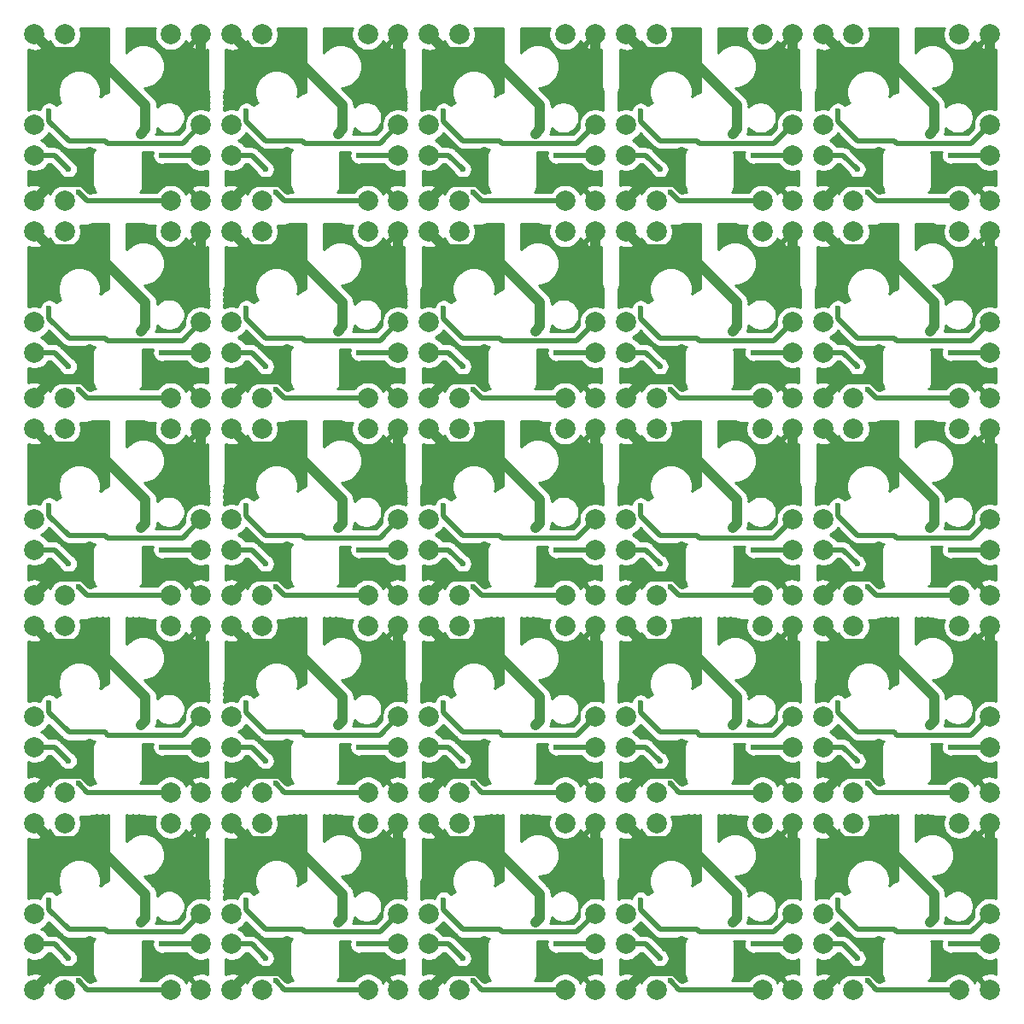
<source format=gbr>
%TF.GenerationSoftware,KiCad,Pcbnew,(5.1.9)-1*%
%TF.CreationDate,2021-03-09T21:07:52+01:00*%
%TF.ProjectId,cell,63656c6c-2e6b-4696-9361-645f70636258,rev?*%
%TF.SameCoordinates,Original*%
%TF.FileFunction,Copper,L1,Top*%
%TF.FilePolarity,Positive*%
%FSLAX46Y46*%
G04 Gerber Fmt 4.6, Leading zero omitted, Abs format (unit mm)*
G04 Created by KiCad (PCBNEW (5.1.9)-1) date 2021-03-09 21:07:52*
%MOMM*%
%LPD*%
G01*
G04 APERTURE LIST*
%TA.AperFunction,ComponentPad*%
%ADD10C,1.998980*%
%TD*%
%TA.AperFunction,ViaPad*%
%ADD11C,0.800000*%
%TD*%
%TA.AperFunction,ViaPad*%
%ADD12C,0.600000*%
%TD*%
%TA.AperFunction,Conductor*%
%ADD13C,1.000000*%
%TD*%
%TA.AperFunction,Conductor*%
%ADD14C,0.500000*%
%TD*%
%TA.AperFunction,Conductor*%
%ADD15C,0.254000*%
%TD*%
%TA.AperFunction,Conductor*%
%ADD16C,0.100000*%
%TD*%
G04 APERTURE END LIST*
D10*
%TO.P,J10,1*%
%TO.N,/ROW_N*%
X172700000Y-147700000D03*
%TD*%
%TO.P,J10,1*%
%TO.N,/ROW_N*%
X153150000Y-147700000D03*
%TD*%
%TO.P,J10,1*%
%TO.N,/ROW_N*%
X133600000Y-147700000D03*
%TD*%
%TO.P,J10,1*%
%TO.N,/ROW_N*%
X114050000Y-147700000D03*
%TD*%
%TO.P,J10,1*%
%TO.N,/ROW_N*%
X94500000Y-147700000D03*
%TD*%
%TO.P,J10,1*%
%TO.N,/ROW_N*%
X172700000Y-128150000D03*
%TD*%
%TO.P,J10,1*%
%TO.N,/ROW_N*%
X153150000Y-128150000D03*
%TD*%
%TO.P,J10,1*%
%TO.N,/ROW_N*%
X133600000Y-128150000D03*
%TD*%
%TO.P,J10,1*%
%TO.N,/ROW_N*%
X114050000Y-128150000D03*
%TD*%
%TO.P,J10,1*%
%TO.N,/ROW_N*%
X94500000Y-128150000D03*
%TD*%
%TO.P,J10,1*%
%TO.N,/ROW_N*%
X172700000Y-108600000D03*
%TD*%
%TO.P,J10,1*%
%TO.N,/ROW_N*%
X153150000Y-108600000D03*
%TD*%
%TO.P,J10,1*%
%TO.N,/ROW_N*%
X133600000Y-108600000D03*
%TD*%
%TO.P,J10,1*%
%TO.N,/ROW_N*%
X114050000Y-108600000D03*
%TD*%
%TO.P,J10,1*%
%TO.N,/ROW_N*%
X94500000Y-108600000D03*
%TD*%
%TO.P,J10,1*%
%TO.N,/ROW_N*%
X172700000Y-89050000D03*
%TD*%
%TO.P,J10,1*%
%TO.N,/ROW_N*%
X153150000Y-89050000D03*
%TD*%
%TO.P,J10,1*%
%TO.N,/ROW_N*%
X133600000Y-89050000D03*
%TD*%
%TO.P,J10,1*%
%TO.N,/ROW_N*%
X114050000Y-89050000D03*
%TD*%
%TO.P,J10,1*%
%TO.N,/ROW_N*%
X94500000Y-89050000D03*
%TD*%
%TO.P,J10,1*%
%TO.N,/ROW_N*%
X172700000Y-69500000D03*
%TD*%
%TO.P,J10,1*%
%TO.N,/ROW_N*%
X153150000Y-69500000D03*
%TD*%
%TO.P,J10,1*%
%TO.N,/ROW_N*%
X133600000Y-69500000D03*
%TD*%
%TO.P,J10,1*%
%TO.N,/ROW_N*%
X114050000Y-69500000D03*
%TD*%
%TO.P,J9,1*%
%TO.N,/COL_N*%
X186200000Y-156686000D03*
%TD*%
%TO.P,J9,1*%
%TO.N,/COL_N*%
X166650000Y-156686000D03*
%TD*%
%TO.P,J9,1*%
%TO.N,/COL_N*%
X147100000Y-156686000D03*
%TD*%
%TO.P,J9,1*%
%TO.N,/COL_N*%
X127550000Y-156686000D03*
%TD*%
%TO.P,J9,1*%
%TO.N,/COL_N*%
X108000000Y-156686000D03*
%TD*%
%TO.P,J9,1*%
%TO.N,/COL_N*%
X186200000Y-137136000D03*
%TD*%
%TO.P,J9,1*%
%TO.N,/COL_N*%
X166650000Y-137136000D03*
%TD*%
%TO.P,J9,1*%
%TO.N,/COL_N*%
X147100000Y-137136000D03*
%TD*%
%TO.P,J9,1*%
%TO.N,/COL_N*%
X127550000Y-137136000D03*
%TD*%
%TO.P,J9,1*%
%TO.N,/COL_N*%
X108000000Y-137136000D03*
%TD*%
%TO.P,J9,1*%
%TO.N,/COL_N*%
X186200000Y-117586000D03*
%TD*%
%TO.P,J9,1*%
%TO.N,/COL_N*%
X166650000Y-117586000D03*
%TD*%
%TO.P,J9,1*%
%TO.N,/COL_N*%
X147100000Y-117586000D03*
%TD*%
%TO.P,J9,1*%
%TO.N,/COL_N*%
X127550000Y-117586000D03*
%TD*%
%TO.P,J9,1*%
%TO.N,/COL_N*%
X108000000Y-117586000D03*
%TD*%
%TO.P,J9,1*%
%TO.N,/COL_N*%
X186200000Y-98036000D03*
%TD*%
%TO.P,J9,1*%
%TO.N,/COL_N*%
X166650000Y-98036000D03*
%TD*%
%TO.P,J9,1*%
%TO.N,/COL_N*%
X147100000Y-98036000D03*
%TD*%
%TO.P,J9,1*%
%TO.N,/COL_N*%
X127550000Y-98036000D03*
%TD*%
%TO.P,J9,1*%
%TO.N,/COL_N*%
X108000000Y-98036000D03*
%TD*%
%TO.P,J9,1*%
%TO.N,/COL_N*%
X186200000Y-78486000D03*
%TD*%
%TO.P,J9,1*%
%TO.N,/COL_N*%
X166650000Y-78486000D03*
%TD*%
%TO.P,J9,1*%
%TO.N,/COL_N*%
X147100000Y-78486000D03*
%TD*%
%TO.P,J9,1*%
%TO.N,/COL_N*%
X127550000Y-78486000D03*
%TD*%
%TO.P,J5,1*%
%TO.N,/LED_DI*%
X183200000Y-164200000D03*
%TD*%
%TO.P,J5,1*%
%TO.N,/LED_DI*%
X163650000Y-164200000D03*
%TD*%
%TO.P,J5,1*%
%TO.N,/LED_DI*%
X144100000Y-164200000D03*
%TD*%
%TO.P,J5,1*%
%TO.N,/LED_DI*%
X124550000Y-164200000D03*
%TD*%
%TO.P,J5,1*%
%TO.N,/LED_DI*%
X105000000Y-164200000D03*
%TD*%
%TO.P,J5,1*%
%TO.N,/LED_DI*%
X183200000Y-144650000D03*
%TD*%
%TO.P,J5,1*%
%TO.N,/LED_DI*%
X163650000Y-144650000D03*
%TD*%
%TO.P,J5,1*%
%TO.N,/LED_DI*%
X144100000Y-144650000D03*
%TD*%
%TO.P,J5,1*%
%TO.N,/LED_DI*%
X124550000Y-144650000D03*
%TD*%
%TO.P,J5,1*%
%TO.N,/LED_DI*%
X105000000Y-144650000D03*
%TD*%
%TO.P,J5,1*%
%TO.N,/LED_DI*%
X183200000Y-125100000D03*
%TD*%
%TO.P,J5,1*%
%TO.N,/LED_DI*%
X163650000Y-125100000D03*
%TD*%
%TO.P,J5,1*%
%TO.N,/LED_DI*%
X144100000Y-125100000D03*
%TD*%
%TO.P,J5,1*%
%TO.N,/LED_DI*%
X124550000Y-125100000D03*
%TD*%
%TO.P,J5,1*%
%TO.N,/LED_DI*%
X105000000Y-125100000D03*
%TD*%
%TO.P,J5,1*%
%TO.N,/LED_DI*%
X183200000Y-105550000D03*
%TD*%
%TO.P,J5,1*%
%TO.N,/LED_DI*%
X163650000Y-105550000D03*
%TD*%
%TO.P,J5,1*%
%TO.N,/LED_DI*%
X144100000Y-105550000D03*
%TD*%
%TO.P,J5,1*%
%TO.N,/LED_DI*%
X124550000Y-105550000D03*
%TD*%
%TO.P,J5,1*%
%TO.N,/LED_DI*%
X105000000Y-105550000D03*
%TD*%
%TO.P,J5,1*%
%TO.N,/LED_DI*%
X183200000Y-86000000D03*
%TD*%
%TO.P,J5,1*%
%TO.N,/LED_DI*%
X163650000Y-86000000D03*
%TD*%
%TO.P,J5,1*%
%TO.N,/LED_DI*%
X144100000Y-86000000D03*
%TD*%
%TO.P,J5,1*%
%TO.N,/LED_DI*%
X124550000Y-86000000D03*
%TD*%
%TO.P,J4,1*%
%TO.N,/ROW_N*%
X172700000Y-164200000D03*
%TD*%
%TO.P,J4,1*%
%TO.N,/ROW_N*%
X153150000Y-164200000D03*
%TD*%
%TO.P,J4,1*%
%TO.N,/ROW_N*%
X133600000Y-164200000D03*
%TD*%
%TO.P,J4,1*%
%TO.N,/ROW_N*%
X114050000Y-164200000D03*
%TD*%
%TO.P,J4,1*%
%TO.N,/ROW_N*%
X94500000Y-164200000D03*
%TD*%
%TO.P,J4,1*%
%TO.N,/ROW_N*%
X172700000Y-144650000D03*
%TD*%
%TO.P,J4,1*%
%TO.N,/ROW_N*%
X153150000Y-144650000D03*
%TD*%
%TO.P,J4,1*%
%TO.N,/ROW_N*%
X133600000Y-144650000D03*
%TD*%
%TO.P,J4,1*%
%TO.N,/ROW_N*%
X114050000Y-144650000D03*
%TD*%
%TO.P,J4,1*%
%TO.N,/ROW_N*%
X94500000Y-144650000D03*
%TD*%
%TO.P,J4,1*%
%TO.N,/ROW_N*%
X172700000Y-125100000D03*
%TD*%
%TO.P,J4,1*%
%TO.N,/ROW_N*%
X153150000Y-125100000D03*
%TD*%
%TO.P,J4,1*%
%TO.N,/ROW_N*%
X133600000Y-125100000D03*
%TD*%
%TO.P,J4,1*%
%TO.N,/ROW_N*%
X114050000Y-125100000D03*
%TD*%
%TO.P,J4,1*%
%TO.N,/ROW_N*%
X94500000Y-125100000D03*
%TD*%
%TO.P,J4,1*%
%TO.N,/ROW_N*%
X172700000Y-105550000D03*
%TD*%
%TO.P,J4,1*%
%TO.N,/ROW_N*%
X153150000Y-105550000D03*
%TD*%
%TO.P,J4,1*%
%TO.N,/ROW_N*%
X133600000Y-105550000D03*
%TD*%
%TO.P,J4,1*%
%TO.N,/ROW_N*%
X114050000Y-105550000D03*
%TD*%
%TO.P,J4,1*%
%TO.N,/ROW_N*%
X94500000Y-105550000D03*
%TD*%
%TO.P,J4,1*%
%TO.N,/ROW_N*%
X172700000Y-86000000D03*
%TD*%
%TO.P,J4,1*%
%TO.N,/ROW_N*%
X153150000Y-86000000D03*
%TD*%
%TO.P,J4,1*%
%TO.N,/ROW_N*%
X133600000Y-86000000D03*
%TD*%
%TO.P,J4,1*%
%TO.N,/ROW_N*%
X114050000Y-86000000D03*
%TD*%
%TO.P,J3,1*%
%TO.N,/COL_N*%
X169700000Y-156700000D03*
%TD*%
%TO.P,J3,1*%
%TO.N,/COL_N*%
X150150000Y-156700000D03*
%TD*%
%TO.P,J3,1*%
%TO.N,/COL_N*%
X130600000Y-156700000D03*
%TD*%
%TO.P,J3,1*%
%TO.N,/COL_N*%
X111050000Y-156700000D03*
%TD*%
%TO.P,J3,1*%
%TO.N,/COL_N*%
X91500000Y-156700000D03*
%TD*%
%TO.P,J3,1*%
%TO.N,/COL_N*%
X169700000Y-137150000D03*
%TD*%
%TO.P,J3,1*%
%TO.N,/COL_N*%
X150150000Y-137150000D03*
%TD*%
%TO.P,J3,1*%
%TO.N,/COL_N*%
X130600000Y-137150000D03*
%TD*%
%TO.P,J3,1*%
%TO.N,/COL_N*%
X111050000Y-137150000D03*
%TD*%
%TO.P,J3,1*%
%TO.N,/COL_N*%
X91500000Y-137150000D03*
%TD*%
%TO.P,J3,1*%
%TO.N,/COL_N*%
X169700000Y-117600000D03*
%TD*%
%TO.P,J3,1*%
%TO.N,/COL_N*%
X150150000Y-117600000D03*
%TD*%
%TO.P,J3,1*%
%TO.N,/COL_N*%
X130600000Y-117600000D03*
%TD*%
%TO.P,J3,1*%
%TO.N,/COL_N*%
X111050000Y-117600000D03*
%TD*%
%TO.P,J3,1*%
%TO.N,/COL_N*%
X91500000Y-117600000D03*
%TD*%
%TO.P,J3,1*%
%TO.N,/COL_N*%
X169700000Y-98050000D03*
%TD*%
%TO.P,J3,1*%
%TO.N,/COL_N*%
X150150000Y-98050000D03*
%TD*%
%TO.P,J3,1*%
%TO.N,/COL_N*%
X130600000Y-98050000D03*
%TD*%
%TO.P,J3,1*%
%TO.N,/COL_N*%
X111050000Y-98050000D03*
%TD*%
%TO.P,J3,1*%
%TO.N,/COL_N*%
X91500000Y-98050000D03*
%TD*%
%TO.P,J3,1*%
%TO.N,/COL_N*%
X169700000Y-78500000D03*
%TD*%
%TO.P,J3,1*%
%TO.N,/COL_N*%
X150150000Y-78500000D03*
%TD*%
%TO.P,J3,1*%
%TO.N,/COL_N*%
X130600000Y-78500000D03*
%TD*%
%TO.P,J3,1*%
%TO.N,/COL_N*%
X111050000Y-78500000D03*
%TD*%
%TO.P,J6,1*%
%TO.N,/LED_DO*%
X186200000Y-159700000D03*
%TD*%
%TO.P,J6,1*%
%TO.N,/LED_DO*%
X166650000Y-159700000D03*
%TD*%
%TO.P,J6,1*%
%TO.N,/LED_DO*%
X147100000Y-159700000D03*
%TD*%
%TO.P,J6,1*%
%TO.N,/LED_DO*%
X127550000Y-159700000D03*
%TD*%
%TO.P,J6,1*%
%TO.N,/LED_DO*%
X108000000Y-159700000D03*
%TD*%
%TO.P,J6,1*%
%TO.N,/LED_DO*%
X186200000Y-140150000D03*
%TD*%
%TO.P,J6,1*%
%TO.N,/LED_DO*%
X166650000Y-140150000D03*
%TD*%
%TO.P,J6,1*%
%TO.N,/LED_DO*%
X147100000Y-140150000D03*
%TD*%
%TO.P,J6,1*%
%TO.N,/LED_DO*%
X127550000Y-140150000D03*
%TD*%
%TO.P,J6,1*%
%TO.N,/LED_DO*%
X108000000Y-140150000D03*
%TD*%
%TO.P,J6,1*%
%TO.N,/LED_DO*%
X186200000Y-120600000D03*
%TD*%
%TO.P,J6,1*%
%TO.N,/LED_DO*%
X166650000Y-120600000D03*
%TD*%
%TO.P,J6,1*%
%TO.N,/LED_DO*%
X147100000Y-120600000D03*
%TD*%
%TO.P,J6,1*%
%TO.N,/LED_DO*%
X127550000Y-120600000D03*
%TD*%
%TO.P,J6,1*%
%TO.N,/LED_DO*%
X108000000Y-120600000D03*
%TD*%
%TO.P,J6,1*%
%TO.N,/LED_DO*%
X186200000Y-101050000D03*
%TD*%
%TO.P,J6,1*%
%TO.N,/LED_DO*%
X166650000Y-101050000D03*
%TD*%
%TO.P,J6,1*%
%TO.N,/LED_DO*%
X147100000Y-101050000D03*
%TD*%
%TO.P,J6,1*%
%TO.N,/LED_DO*%
X127550000Y-101050000D03*
%TD*%
%TO.P,J6,1*%
%TO.N,/LED_DO*%
X108000000Y-101050000D03*
%TD*%
%TO.P,J6,1*%
%TO.N,/LED_DO*%
X186200000Y-81500000D03*
%TD*%
%TO.P,J6,1*%
%TO.N,/LED_DO*%
X166650000Y-81500000D03*
%TD*%
%TO.P,J6,1*%
%TO.N,/LED_DO*%
X147100000Y-81500000D03*
%TD*%
%TO.P,J6,1*%
%TO.N,/LED_DO*%
X127550000Y-81500000D03*
%TD*%
%TO.P,J2,1*%
%TO.N,/GND*%
X169700000Y-147700000D03*
%TD*%
%TO.P,J2,1*%
%TO.N,/GND*%
X150150000Y-147700000D03*
%TD*%
%TO.P,J2,1*%
%TO.N,/GND*%
X130600000Y-147700000D03*
%TD*%
%TO.P,J2,1*%
%TO.N,/GND*%
X111050000Y-147700000D03*
%TD*%
%TO.P,J2,1*%
%TO.N,/GND*%
X91500000Y-147700000D03*
%TD*%
%TO.P,J2,1*%
%TO.N,/GND*%
X169700000Y-128150000D03*
%TD*%
%TO.P,J2,1*%
%TO.N,/GND*%
X150150000Y-128150000D03*
%TD*%
%TO.P,J2,1*%
%TO.N,/GND*%
X130600000Y-128150000D03*
%TD*%
%TO.P,J2,1*%
%TO.N,/GND*%
X111050000Y-128150000D03*
%TD*%
%TO.P,J2,1*%
%TO.N,/GND*%
X91500000Y-128150000D03*
%TD*%
%TO.P,J2,1*%
%TO.N,/GND*%
X169700000Y-108600000D03*
%TD*%
%TO.P,J2,1*%
%TO.N,/GND*%
X150150000Y-108600000D03*
%TD*%
%TO.P,J2,1*%
%TO.N,/GND*%
X130600000Y-108600000D03*
%TD*%
%TO.P,J2,1*%
%TO.N,/GND*%
X111050000Y-108600000D03*
%TD*%
%TO.P,J2,1*%
%TO.N,/GND*%
X91500000Y-108600000D03*
%TD*%
%TO.P,J2,1*%
%TO.N,/GND*%
X169700000Y-89050000D03*
%TD*%
%TO.P,J2,1*%
%TO.N,/GND*%
X150150000Y-89050000D03*
%TD*%
%TO.P,J2,1*%
%TO.N,/GND*%
X130600000Y-89050000D03*
%TD*%
%TO.P,J2,1*%
%TO.N,/GND*%
X111050000Y-89050000D03*
%TD*%
%TO.P,J2,1*%
%TO.N,/GND*%
X91500000Y-89050000D03*
%TD*%
%TO.P,J2,1*%
%TO.N,/GND*%
X169700000Y-69500000D03*
%TD*%
%TO.P,J2,1*%
%TO.N,/GND*%
X150150000Y-69500000D03*
%TD*%
%TO.P,J2,1*%
%TO.N,/GND*%
X130600000Y-69500000D03*
%TD*%
%TO.P,J2,1*%
%TO.N,/GND*%
X111050000Y-69500000D03*
%TD*%
%TO.P,J1,1*%
%TO.N,/VCC*%
X186200000Y-164200000D03*
%TD*%
%TO.P,J1,1*%
%TO.N,/VCC*%
X166650000Y-164200000D03*
%TD*%
%TO.P,J1,1*%
%TO.N,/VCC*%
X147100000Y-164200000D03*
%TD*%
%TO.P,J1,1*%
%TO.N,/VCC*%
X127550000Y-164200000D03*
%TD*%
%TO.P,J1,1*%
%TO.N,/VCC*%
X108000000Y-164200000D03*
%TD*%
%TO.P,J1,1*%
%TO.N,/VCC*%
X186200000Y-144650000D03*
%TD*%
%TO.P,J1,1*%
%TO.N,/VCC*%
X166650000Y-144650000D03*
%TD*%
%TO.P,J1,1*%
%TO.N,/VCC*%
X147100000Y-144650000D03*
%TD*%
%TO.P,J1,1*%
%TO.N,/VCC*%
X127550000Y-144650000D03*
%TD*%
%TO.P,J1,1*%
%TO.N,/VCC*%
X108000000Y-144650000D03*
%TD*%
%TO.P,J1,1*%
%TO.N,/VCC*%
X186200000Y-125100000D03*
%TD*%
%TO.P,J1,1*%
%TO.N,/VCC*%
X166650000Y-125100000D03*
%TD*%
%TO.P,J1,1*%
%TO.N,/VCC*%
X147100000Y-125100000D03*
%TD*%
%TO.P,J1,1*%
%TO.N,/VCC*%
X127550000Y-125100000D03*
%TD*%
%TO.P,J1,1*%
%TO.N,/VCC*%
X108000000Y-125100000D03*
%TD*%
%TO.P,J1,1*%
%TO.N,/VCC*%
X186200000Y-105550000D03*
%TD*%
%TO.P,J1,1*%
%TO.N,/VCC*%
X166650000Y-105550000D03*
%TD*%
%TO.P,J1,1*%
%TO.N,/VCC*%
X147100000Y-105550000D03*
%TD*%
%TO.P,J1,1*%
%TO.N,/VCC*%
X127550000Y-105550000D03*
%TD*%
%TO.P,J1,1*%
%TO.N,/VCC*%
X108000000Y-105550000D03*
%TD*%
%TO.P,J1,1*%
%TO.N,/VCC*%
X186200000Y-86000000D03*
%TD*%
%TO.P,J1,1*%
%TO.N,/VCC*%
X166650000Y-86000000D03*
%TD*%
%TO.P,J1,1*%
%TO.N,/VCC*%
X147100000Y-86000000D03*
%TD*%
%TO.P,J1,1*%
%TO.N,/VCC*%
X127550000Y-86000000D03*
%TD*%
%TO.P,J7,1*%
%TO.N,/VCC*%
X186200000Y-147700000D03*
%TD*%
%TO.P,J7,1*%
%TO.N,/VCC*%
X166650000Y-147700000D03*
%TD*%
%TO.P,J7,1*%
%TO.N,/VCC*%
X147100000Y-147700000D03*
%TD*%
%TO.P,J7,1*%
%TO.N,/VCC*%
X127550000Y-147700000D03*
%TD*%
%TO.P,J7,1*%
%TO.N,/VCC*%
X108000000Y-147700000D03*
%TD*%
%TO.P,J7,1*%
%TO.N,/VCC*%
X186200000Y-128150000D03*
%TD*%
%TO.P,J7,1*%
%TO.N,/VCC*%
X166650000Y-128150000D03*
%TD*%
%TO.P,J7,1*%
%TO.N,/VCC*%
X147100000Y-128150000D03*
%TD*%
%TO.P,J7,1*%
%TO.N,/VCC*%
X127550000Y-128150000D03*
%TD*%
%TO.P,J7,1*%
%TO.N,/VCC*%
X108000000Y-128150000D03*
%TD*%
%TO.P,J7,1*%
%TO.N,/VCC*%
X186200000Y-108600000D03*
%TD*%
%TO.P,J7,1*%
%TO.N,/VCC*%
X166650000Y-108600000D03*
%TD*%
%TO.P,J7,1*%
%TO.N,/VCC*%
X147100000Y-108600000D03*
%TD*%
%TO.P,J7,1*%
%TO.N,/VCC*%
X127550000Y-108600000D03*
%TD*%
%TO.P,J7,1*%
%TO.N,/VCC*%
X108000000Y-108600000D03*
%TD*%
%TO.P,J7,1*%
%TO.N,/VCC*%
X186200000Y-89050000D03*
%TD*%
%TO.P,J7,1*%
%TO.N,/VCC*%
X166650000Y-89050000D03*
%TD*%
%TO.P,J7,1*%
%TO.N,/VCC*%
X147100000Y-89050000D03*
%TD*%
%TO.P,J7,1*%
%TO.N,/VCC*%
X127550000Y-89050000D03*
%TD*%
%TO.P,J7,1*%
%TO.N,/VCC*%
X108000000Y-89050000D03*
%TD*%
%TO.P,J7,1*%
%TO.N,/VCC*%
X186200000Y-69500000D03*
%TD*%
%TO.P,J7,1*%
%TO.N,/VCC*%
X166650000Y-69500000D03*
%TD*%
%TO.P,J7,1*%
%TO.N,/VCC*%
X147100000Y-69500000D03*
%TD*%
%TO.P,J7,1*%
%TO.N,/VCC*%
X127550000Y-69500000D03*
%TD*%
%TO.P,J11,1*%
%TO.N,/LED_DI*%
X169700000Y-159700000D03*
%TD*%
%TO.P,J11,1*%
%TO.N,/LED_DI*%
X150150000Y-159700000D03*
%TD*%
%TO.P,J11,1*%
%TO.N,/LED_DI*%
X130600000Y-159700000D03*
%TD*%
%TO.P,J11,1*%
%TO.N,/LED_DI*%
X111050000Y-159700000D03*
%TD*%
%TO.P,J11,1*%
%TO.N,/LED_DI*%
X91500000Y-159700000D03*
%TD*%
%TO.P,J11,1*%
%TO.N,/LED_DI*%
X169700000Y-140150000D03*
%TD*%
%TO.P,J11,1*%
%TO.N,/LED_DI*%
X150150000Y-140150000D03*
%TD*%
%TO.P,J11,1*%
%TO.N,/LED_DI*%
X130600000Y-140150000D03*
%TD*%
%TO.P,J11,1*%
%TO.N,/LED_DI*%
X111050000Y-140150000D03*
%TD*%
%TO.P,J11,1*%
%TO.N,/LED_DI*%
X91500000Y-140150000D03*
%TD*%
%TO.P,J11,1*%
%TO.N,/LED_DI*%
X169700000Y-120600000D03*
%TD*%
%TO.P,J11,1*%
%TO.N,/LED_DI*%
X150150000Y-120600000D03*
%TD*%
%TO.P,J11,1*%
%TO.N,/LED_DI*%
X130600000Y-120600000D03*
%TD*%
%TO.P,J11,1*%
%TO.N,/LED_DI*%
X111050000Y-120600000D03*
%TD*%
%TO.P,J11,1*%
%TO.N,/LED_DI*%
X91500000Y-120600000D03*
%TD*%
%TO.P,J11,1*%
%TO.N,/LED_DI*%
X169700000Y-101050000D03*
%TD*%
%TO.P,J11,1*%
%TO.N,/LED_DI*%
X150150000Y-101050000D03*
%TD*%
%TO.P,J11,1*%
%TO.N,/LED_DI*%
X130600000Y-101050000D03*
%TD*%
%TO.P,J11,1*%
%TO.N,/LED_DI*%
X111050000Y-101050000D03*
%TD*%
%TO.P,J11,1*%
%TO.N,/LED_DI*%
X91500000Y-101050000D03*
%TD*%
%TO.P,J11,1*%
%TO.N,/LED_DI*%
X169700000Y-81500000D03*
%TD*%
%TO.P,J11,1*%
%TO.N,/LED_DI*%
X150150000Y-81500000D03*
%TD*%
%TO.P,J11,1*%
%TO.N,/LED_DI*%
X130600000Y-81500000D03*
%TD*%
%TO.P,J11,1*%
%TO.N,/LED_DI*%
X111050000Y-81500000D03*
%TD*%
%TO.P,J8,1*%
%TO.N,/GND*%
X169700000Y-164200000D03*
%TD*%
%TO.P,J8,1*%
%TO.N,/GND*%
X150150000Y-164200000D03*
%TD*%
%TO.P,J8,1*%
%TO.N,/GND*%
X130600000Y-164200000D03*
%TD*%
%TO.P,J8,1*%
%TO.N,/GND*%
X111050000Y-164200000D03*
%TD*%
%TO.P,J8,1*%
%TO.N,/GND*%
X91500000Y-164200000D03*
%TD*%
%TO.P,J8,1*%
%TO.N,/GND*%
X169700000Y-144650000D03*
%TD*%
%TO.P,J8,1*%
%TO.N,/GND*%
X150150000Y-144650000D03*
%TD*%
%TO.P,J8,1*%
%TO.N,/GND*%
X130600000Y-144650000D03*
%TD*%
%TO.P,J8,1*%
%TO.N,/GND*%
X111050000Y-144650000D03*
%TD*%
%TO.P,J8,1*%
%TO.N,/GND*%
X91500000Y-144650000D03*
%TD*%
%TO.P,J8,1*%
%TO.N,/GND*%
X169700000Y-125100000D03*
%TD*%
%TO.P,J8,1*%
%TO.N,/GND*%
X150150000Y-125100000D03*
%TD*%
%TO.P,J8,1*%
%TO.N,/GND*%
X130600000Y-125100000D03*
%TD*%
%TO.P,J8,1*%
%TO.N,/GND*%
X111050000Y-125100000D03*
%TD*%
%TO.P,J8,1*%
%TO.N,/GND*%
X91500000Y-125100000D03*
%TD*%
%TO.P,J8,1*%
%TO.N,/GND*%
X169700000Y-105550000D03*
%TD*%
%TO.P,J8,1*%
%TO.N,/GND*%
X150150000Y-105550000D03*
%TD*%
%TO.P,J8,1*%
%TO.N,/GND*%
X130600000Y-105550000D03*
%TD*%
%TO.P,J8,1*%
%TO.N,/GND*%
X111050000Y-105550000D03*
%TD*%
%TO.P,J8,1*%
%TO.N,/GND*%
X91500000Y-105550000D03*
%TD*%
%TO.P,J8,1*%
%TO.N,/GND*%
X169700000Y-86000000D03*
%TD*%
%TO.P,J8,1*%
%TO.N,/GND*%
X150150000Y-86000000D03*
%TD*%
%TO.P,J8,1*%
%TO.N,/GND*%
X130600000Y-86000000D03*
%TD*%
%TO.P,J8,1*%
%TO.N,/GND*%
X111050000Y-86000000D03*
%TD*%
%TO.P,J12,1*%
%TO.N,/LED_DO*%
X183200000Y-147700000D03*
%TD*%
%TO.P,J12,1*%
%TO.N,/LED_DO*%
X163650000Y-147700000D03*
%TD*%
%TO.P,J12,1*%
%TO.N,/LED_DO*%
X144100000Y-147700000D03*
%TD*%
%TO.P,J12,1*%
%TO.N,/LED_DO*%
X124550000Y-147700000D03*
%TD*%
%TO.P,J12,1*%
%TO.N,/LED_DO*%
X105000000Y-147700000D03*
%TD*%
%TO.P,J12,1*%
%TO.N,/LED_DO*%
X183200000Y-128150000D03*
%TD*%
%TO.P,J12,1*%
%TO.N,/LED_DO*%
X163650000Y-128150000D03*
%TD*%
%TO.P,J12,1*%
%TO.N,/LED_DO*%
X144100000Y-128150000D03*
%TD*%
%TO.P,J12,1*%
%TO.N,/LED_DO*%
X124550000Y-128150000D03*
%TD*%
%TO.P,J12,1*%
%TO.N,/LED_DO*%
X105000000Y-128150000D03*
%TD*%
%TO.P,J12,1*%
%TO.N,/LED_DO*%
X183200000Y-108600000D03*
%TD*%
%TO.P,J12,1*%
%TO.N,/LED_DO*%
X163650000Y-108600000D03*
%TD*%
%TO.P,J12,1*%
%TO.N,/LED_DO*%
X144100000Y-108600000D03*
%TD*%
%TO.P,J12,1*%
%TO.N,/LED_DO*%
X124550000Y-108600000D03*
%TD*%
%TO.P,J12,1*%
%TO.N,/LED_DO*%
X105000000Y-108600000D03*
%TD*%
%TO.P,J12,1*%
%TO.N,/LED_DO*%
X183200000Y-89050000D03*
%TD*%
%TO.P,J12,1*%
%TO.N,/LED_DO*%
X163650000Y-89050000D03*
%TD*%
%TO.P,J12,1*%
%TO.N,/LED_DO*%
X144100000Y-89050000D03*
%TD*%
%TO.P,J12,1*%
%TO.N,/LED_DO*%
X124550000Y-89050000D03*
%TD*%
%TO.P,J12,1*%
%TO.N,/LED_DO*%
X105000000Y-89050000D03*
%TD*%
%TO.P,J12,1*%
%TO.N,/LED_DO*%
X183200000Y-69500000D03*
%TD*%
%TO.P,J12,1*%
%TO.N,/LED_DO*%
X163650000Y-69500000D03*
%TD*%
%TO.P,J12,1*%
%TO.N,/LED_DO*%
X144100000Y-69500000D03*
%TD*%
%TO.P,J12,1*%
%TO.N,/LED_DO*%
X124550000Y-69500000D03*
%TD*%
%TO.P,J1,1*%
%TO.N,/VCC*%
X108000000Y-86000000D03*
%TD*%
%TO.P,J2,1*%
%TO.N,/GND*%
X91500000Y-69500000D03*
%TD*%
%TO.P,J3,1*%
%TO.N,/COL_N*%
X91500000Y-78500000D03*
%TD*%
%TO.P,J4,1*%
%TO.N,/ROW_N*%
X94500000Y-86000000D03*
%TD*%
%TO.P,J5,1*%
%TO.N,/LED_DI*%
X105000000Y-86000000D03*
%TD*%
%TO.P,J6,1*%
%TO.N,/LED_DO*%
X108000000Y-81500000D03*
%TD*%
%TO.P,J7,1*%
%TO.N,/VCC*%
X108000000Y-69500000D03*
%TD*%
%TO.P,J8,1*%
%TO.N,/GND*%
X91500000Y-86000000D03*
%TD*%
%TO.P,J9,1*%
%TO.N,/COL_N*%
X108000000Y-78486000D03*
%TD*%
%TO.P,J10,1*%
%TO.N,/ROW_N*%
X94500000Y-69500000D03*
%TD*%
%TO.P,J11,1*%
%TO.N,/LED_DI*%
X91500000Y-81500000D03*
%TD*%
%TO.P,J12,1*%
%TO.N,/LED_DO*%
X105000000Y-69500000D03*
%TD*%
D11*
%TO.N,/VCC*%
X105000000Y-75750000D03*
X124550000Y-75750000D03*
X144100000Y-75750000D03*
X163650000Y-75750000D03*
X183200000Y-75750000D03*
X105000000Y-95300000D03*
X124550000Y-95300000D03*
X144100000Y-95300000D03*
X163650000Y-95300000D03*
X183200000Y-95300000D03*
X105000000Y-114850000D03*
X124550000Y-114850000D03*
X144100000Y-114850000D03*
X163650000Y-114850000D03*
X183200000Y-114850000D03*
X105000000Y-134400000D03*
X124550000Y-134400000D03*
X144100000Y-134400000D03*
X163650000Y-134400000D03*
X183200000Y-134400000D03*
X105000000Y-153950000D03*
X124550000Y-153950000D03*
X144100000Y-153950000D03*
X163650000Y-153950000D03*
X183200000Y-153950000D03*
%TO.N,/GND*%
X97096400Y-84931500D03*
X97000000Y-81180300D03*
X102064400Y-79360600D03*
X116646400Y-84931500D03*
X136196400Y-84931500D03*
X155746400Y-84931500D03*
X175296400Y-84931500D03*
X97096400Y-104481500D03*
X116646400Y-104481500D03*
X136196400Y-104481500D03*
X155746400Y-104481500D03*
X175296400Y-104481500D03*
X97096400Y-124031500D03*
X116646400Y-124031500D03*
X136196400Y-124031500D03*
X155746400Y-124031500D03*
X175296400Y-124031500D03*
X97096400Y-143581500D03*
X116646400Y-143581500D03*
X136196400Y-143581500D03*
X155746400Y-143581500D03*
X175296400Y-143581500D03*
X97096400Y-163131500D03*
X116646400Y-163131500D03*
X136196400Y-163131500D03*
X155746400Y-163131500D03*
X175296400Y-163131500D03*
X116550000Y-81180300D03*
X136100000Y-81180300D03*
X155650000Y-81180300D03*
X175200000Y-81180300D03*
X97000000Y-100730300D03*
X116550000Y-100730300D03*
X136100000Y-100730300D03*
X155650000Y-100730300D03*
X175200000Y-100730300D03*
X97000000Y-120280300D03*
X116550000Y-120280300D03*
X136100000Y-120280300D03*
X155650000Y-120280300D03*
X175200000Y-120280300D03*
X97000000Y-139830300D03*
X116550000Y-139830300D03*
X136100000Y-139830300D03*
X155650000Y-139830300D03*
X175200000Y-139830300D03*
X97000000Y-159380300D03*
X116550000Y-159380300D03*
X136100000Y-159380300D03*
X155650000Y-159380300D03*
X175200000Y-159380300D03*
X121614400Y-79360600D03*
X141164400Y-79360600D03*
X160714400Y-79360600D03*
X180264400Y-79360600D03*
X102064400Y-98910600D03*
X121614400Y-98910600D03*
X141164400Y-98910600D03*
X160714400Y-98910600D03*
X180264400Y-98910600D03*
X102064400Y-118460600D03*
X121614400Y-118460600D03*
X141164400Y-118460600D03*
X160714400Y-118460600D03*
X180264400Y-118460600D03*
X102064400Y-138010600D03*
X121614400Y-138010600D03*
X141164400Y-138010600D03*
X160714400Y-138010600D03*
X180264400Y-138010600D03*
X102064400Y-157560600D03*
X121614400Y-157560600D03*
X141164400Y-157560600D03*
X160714400Y-157560600D03*
X180264400Y-157560600D03*
D12*
%TO.N,/COL_N*%
X92950000Y-77150000D03*
X112500000Y-77150000D03*
X132050000Y-77150000D03*
X151600000Y-77150000D03*
X171150000Y-77150000D03*
X92950000Y-96700000D03*
X112500000Y-96700000D03*
X132050000Y-96700000D03*
X151600000Y-96700000D03*
X171150000Y-96700000D03*
X92950000Y-116250000D03*
X112500000Y-116250000D03*
X132050000Y-116250000D03*
X151600000Y-116250000D03*
X171150000Y-116250000D03*
X92950000Y-135800000D03*
X112500000Y-135800000D03*
X132050000Y-135800000D03*
X151600000Y-135800000D03*
X171150000Y-135800000D03*
X92950000Y-155350000D03*
X112500000Y-155350000D03*
X132050000Y-155350000D03*
X151600000Y-155350000D03*
X171150000Y-155350000D03*
%TO.N,/LED_DI*%
X94847900Y-82878500D03*
X95879600Y-85129400D03*
X115429600Y-85129400D03*
X134979600Y-85129400D03*
X154529600Y-85129400D03*
X174079600Y-85129400D03*
X95879600Y-104679400D03*
X115429600Y-104679400D03*
X134979600Y-104679400D03*
X154529600Y-104679400D03*
X174079600Y-104679400D03*
X95879600Y-124229400D03*
X115429600Y-124229400D03*
X134979600Y-124229400D03*
X154529600Y-124229400D03*
X174079600Y-124229400D03*
X95879600Y-143779400D03*
X115429600Y-143779400D03*
X134979600Y-143779400D03*
X154529600Y-143779400D03*
X174079600Y-143779400D03*
X95879600Y-163329400D03*
X115429600Y-163329400D03*
X134979600Y-163329400D03*
X154529600Y-163329400D03*
X174079600Y-163329400D03*
X114397900Y-82878500D03*
X133947900Y-82878500D03*
X153497900Y-82878500D03*
X173047900Y-82878500D03*
X94847900Y-102428500D03*
X114397900Y-102428500D03*
X133947900Y-102428500D03*
X153497900Y-102428500D03*
X173047900Y-102428500D03*
X94847900Y-121978500D03*
X114397900Y-121978500D03*
X133947900Y-121978500D03*
X153497900Y-121978500D03*
X173047900Y-121978500D03*
X94847900Y-141528500D03*
X114397900Y-141528500D03*
X133947900Y-141528500D03*
X153497900Y-141528500D03*
X173047900Y-141528500D03*
X94847900Y-161078500D03*
X114397900Y-161078500D03*
X133947900Y-161078500D03*
X153497900Y-161078500D03*
X173047900Y-161078500D03*
%TO.N,/LED_DO*%
X104115100Y-81500000D03*
X123665100Y-81500000D03*
X143215100Y-81500000D03*
X162765100Y-81500000D03*
X182315100Y-81500000D03*
X104115100Y-101050000D03*
X123665100Y-101050000D03*
X143215100Y-101050000D03*
X162765100Y-101050000D03*
X182315100Y-101050000D03*
X104115100Y-120600000D03*
X123665100Y-120600000D03*
X143215100Y-120600000D03*
X162765100Y-120600000D03*
X182315100Y-120600000D03*
X104115100Y-140150000D03*
X123665100Y-140150000D03*
X143215100Y-140150000D03*
X162765100Y-140150000D03*
X182315100Y-140150000D03*
X104115100Y-159700000D03*
X123665100Y-159700000D03*
X143215100Y-159700000D03*
X162765100Y-159700000D03*
X182315100Y-159700000D03*
%TD*%
D13*
%TO.N,/VCC*%
X108000000Y-72750000D02*
X105000000Y-75750000D01*
X108000000Y-69500000D02*
X108000000Y-72750000D01*
X127550000Y-69500000D02*
X127550000Y-72750000D01*
X147100000Y-69500000D02*
X147100000Y-72750000D01*
X166650000Y-69500000D02*
X166650000Y-72750000D01*
X186200000Y-69500000D02*
X186200000Y-72750000D01*
X108000000Y-89050000D02*
X108000000Y-92300000D01*
X127550000Y-89050000D02*
X127550000Y-92300000D01*
X147100000Y-89050000D02*
X147100000Y-92300000D01*
X166650000Y-89050000D02*
X166650000Y-92300000D01*
X186200000Y-89050000D02*
X186200000Y-92300000D01*
X108000000Y-108600000D02*
X108000000Y-111850000D01*
X127550000Y-108600000D02*
X127550000Y-111850000D01*
X147100000Y-108600000D02*
X147100000Y-111850000D01*
X166650000Y-108600000D02*
X166650000Y-111850000D01*
X186200000Y-108600000D02*
X186200000Y-111850000D01*
X108000000Y-128150000D02*
X108000000Y-131400000D01*
X127550000Y-128150000D02*
X127550000Y-131400000D01*
X147100000Y-128150000D02*
X147100000Y-131400000D01*
X166650000Y-128150000D02*
X166650000Y-131400000D01*
X186200000Y-128150000D02*
X186200000Y-131400000D01*
X108000000Y-147700000D02*
X108000000Y-150950000D01*
X127550000Y-147700000D02*
X127550000Y-150950000D01*
X147100000Y-147700000D02*
X147100000Y-150950000D01*
X166650000Y-147700000D02*
X166650000Y-150950000D01*
X186200000Y-147700000D02*
X186200000Y-150950000D01*
X127550000Y-72750000D02*
X124550000Y-75750000D01*
X147100000Y-72750000D02*
X144100000Y-75750000D01*
X166650000Y-72750000D02*
X163650000Y-75750000D01*
X186200000Y-72750000D02*
X183200000Y-75750000D01*
X108000000Y-92300000D02*
X105000000Y-95300000D01*
X127550000Y-92300000D02*
X124550000Y-95300000D01*
X147100000Y-92300000D02*
X144100000Y-95300000D01*
X166650000Y-92300000D02*
X163650000Y-95300000D01*
X186200000Y-92300000D02*
X183200000Y-95300000D01*
X108000000Y-111850000D02*
X105000000Y-114850000D01*
X127550000Y-111850000D02*
X124550000Y-114850000D01*
X147100000Y-111850000D02*
X144100000Y-114850000D01*
X166650000Y-111850000D02*
X163650000Y-114850000D01*
X186200000Y-111850000D02*
X183200000Y-114850000D01*
X108000000Y-131400000D02*
X105000000Y-134400000D01*
X127550000Y-131400000D02*
X124550000Y-134400000D01*
X147100000Y-131400000D02*
X144100000Y-134400000D01*
X166650000Y-131400000D02*
X163650000Y-134400000D01*
X186200000Y-131400000D02*
X183200000Y-134400000D01*
X108000000Y-150950000D02*
X105000000Y-153950000D01*
X127550000Y-150950000D02*
X124550000Y-153950000D01*
X147100000Y-150950000D02*
X144100000Y-153950000D01*
X166650000Y-150950000D02*
X163650000Y-153950000D01*
X186200000Y-150950000D02*
X183200000Y-153950000D01*
%TO.N,/GND*%
X96294000Y-81886300D02*
X97000000Y-81180300D01*
X96294000Y-84129100D02*
X96294000Y-81886300D01*
X97096400Y-84931500D02*
X96294000Y-84129100D01*
X93370900Y-84129100D02*
X91500000Y-86000000D01*
X96294000Y-84129100D02*
X93370900Y-84129100D01*
X102502900Y-78922100D02*
X102064400Y-79360600D01*
X102502900Y-76543900D02*
X102502900Y-78922100D01*
X97232300Y-71273300D02*
X102502900Y-76543900D01*
X93273300Y-71273300D02*
X97232300Y-71273300D01*
X91500000Y-69500000D02*
X93273300Y-71273300D01*
X115844000Y-84129100D02*
X112920900Y-84129100D01*
X135394000Y-84129100D02*
X132470900Y-84129100D01*
X154944000Y-84129100D02*
X152020900Y-84129100D01*
X174494000Y-84129100D02*
X171570900Y-84129100D01*
X96294000Y-103679100D02*
X93370900Y-103679100D01*
X115844000Y-103679100D02*
X112920900Y-103679100D01*
X135394000Y-103679100D02*
X132470900Y-103679100D01*
X154944000Y-103679100D02*
X152020900Y-103679100D01*
X174494000Y-103679100D02*
X171570900Y-103679100D01*
X96294000Y-123229100D02*
X93370900Y-123229100D01*
X115844000Y-123229100D02*
X112920900Y-123229100D01*
X135394000Y-123229100D02*
X132470900Y-123229100D01*
X154944000Y-123229100D02*
X152020900Y-123229100D01*
X174494000Y-123229100D02*
X171570900Y-123229100D01*
X96294000Y-142779100D02*
X93370900Y-142779100D01*
X115844000Y-142779100D02*
X112920900Y-142779100D01*
X135394000Y-142779100D02*
X132470900Y-142779100D01*
X154944000Y-142779100D02*
X152020900Y-142779100D01*
X174494000Y-142779100D02*
X171570900Y-142779100D01*
X96294000Y-162329100D02*
X93370900Y-162329100D01*
X115844000Y-162329100D02*
X112920900Y-162329100D01*
X135394000Y-162329100D02*
X132470900Y-162329100D01*
X154944000Y-162329100D02*
X152020900Y-162329100D01*
X174494000Y-162329100D02*
X171570900Y-162329100D01*
X115844000Y-81886300D02*
X116550000Y-81180300D01*
X135394000Y-81886300D02*
X136100000Y-81180300D01*
X154944000Y-81886300D02*
X155650000Y-81180300D01*
X174494000Y-81886300D02*
X175200000Y-81180300D01*
X96294000Y-101436300D02*
X97000000Y-100730300D01*
X115844000Y-101436300D02*
X116550000Y-100730300D01*
X135394000Y-101436300D02*
X136100000Y-100730300D01*
X154944000Y-101436300D02*
X155650000Y-100730300D01*
X174494000Y-101436300D02*
X175200000Y-100730300D01*
X96294000Y-120986300D02*
X97000000Y-120280300D01*
X115844000Y-120986300D02*
X116550000Y-120280300D01*
X135394000Y-120986300D02*
X136100000Y-120280300D01*
X154944000Y-120986300D02*
X155650000Y-120280300D01*
X174494000Y-120986300D02*
X175200000Y-120280300D01*
X96294000Y-140536300D02*
X97000000Y-139830300D01*
X115844000Y-140536300D02*
X116550000Y-139830300D01*
X135394000Y-140536300D02*
X136100000Y-139830300D01*
X154944000Y-140536300D02*
X155650000Y-139830300D01*
X174494000Y-140536300D02*
X175200000Y-139830300D01*
X96294000Y-160086300D02*
X97000000Y-159380300D01*
X115844000Y-160086300D02*
X116550000Y-159380300D01*
X135394000Y-160086300D02*
X136100000Y-159380300D01*
X154944000Y-160086300D02*
X155650000Y-159380300D01*
X174494000Y-160086300D02*
X175200000Y-159380300D01*
X116646400Y-84931500D02*
X115844000Y-84129100D01*
X136196400Y-84931500D02*
X135394000Y-84129100D01*
X155746400Y-84931500D02*
X154944000Y-84129100D01*
X175296400Y-84931500D02*
X174494000Y-84129100D01*
X97096400Y-104481500D02*
X96294000Y-103679100D01*
X116646400Y-104481500D02*
X115844000Y-103679100D01*
X136196400Y-104481500D02*
X135394000Y-103679100D01*
X155746400Y-104481500D02*
X154944000Y-103679100D01*
X175296400Y-104481500D02*
X174494000Y-103679100D01*
X97096400Y-124031500D02*
X96294000Y-123229100D01*
X116646400Y-124031500D02*
X115844000Y-123229100D01*
X136196400Y-124031500D02*
X135394000Y-123229100D01*
X155746400Y-124031500D02*
X154944000Y-123229100D01*
X175296400Y-124031500D02*
X174494000Y-123229100D01*
X97096400Y-143581500D02*
X96294000Y-142779100D01*
X116646400Y-143581500D02*
X115844000Y-142779100D01*
X136196400Y-143581500D02*
X135394000Y-142779100D01*
X155746400Y-143581500D02*
X154944000Y-142779100D01*
X175296400Y-143581500D02*
X174494000Y-142779100D01*
X97096400Y-163131500D02*
X96294000Y-162329100D01*
X116646400Y-163131500D02*
X115844000Y-162329100D01*
X136196400Y-163131500D02*
X135394000Y-162329100D01*
X155746400Y-163131500D02*
X154944000Y-162329100D01*
X175296400Y-163131500D02*
X174494000Y-162329100D01*
X116782300Y-71273300D02*
X122052900Y-76543900D01*
X136332300Y-71273300D02*
X141602900Y-76543900D01*
X155882300Y-71273300D02*
X161152900Y-76543900D01*
X175432300Y-71273300D02*
X180702900Y-76543900D01*
X97232300Y-90823300D02*
X102502900Y-96093900D01*
X116782300Y-90823300D02*
X122052900Y-96093900D01*
X136332300Y-90823300D02*
X141602900Y-96093900D01*
X155882300Y-90823300D02*
X161152900Y-96093900D01*
X175432300Y-90823300D02*
X180702900Y-96093900D01*
X97232300Y-110373300D02*
X102502900Y-115643900D01*
X116782300Y-110373300D02*
X122052900Y-115643900D01*
X136332300Y-110373300D02*
X141602900Y-115643900D01*
X155882300Y-110373300D02*
X161152900Y-115643900D01*
X175432300Y-110373300D02*
X180702900Y-115643900D01*
X97232300Y-129923300D02*
X102502900Y-135193900D01*
X116782300Y-129923300D02*
X122052900Y-135193900D01*
X136332300Y-129923300D02*
X141602900Y-135193900D01*
X155882300Y-129923300D02*
X161152900Y-135193900D01*
X175432300Y-129923300D02*
X180702900Y-135193900D01*
X97232300Y-149473300D02*
X102502900Y-154743900D01*
X116782300Y-149473300D02*
X122052900Y-154743900D01*
X136332300Y-149473300D02*
X141602900Y-154743900D01*
X155882300Y-149473300D02*
X161152900Y-154743900D01*
X175432300Y-149473300D02*
X180702900Y-154743900D01*
X111050000Y-69500000D02*
X112823300Y-71273300D01*
X130600000Y-69500000D02*
X132373300Y-71273300D01*
X150150000Y-69500000D02*
X151923300Y-71273300D01*
X169700000Y-69500000D02*
X171473300Y-71273300D01*
X91500000Y-89050000D02*
X93273300Y-90823300D01*
X111050000Y-89050000D02*
X112823300Y-90823300D01*
X130600000Y-89050000D02*
X132373300Y-90823300D01*
X150150000Y-89050000D02*
X151923300Y-90823300D01*
X169700000Y-89050000D02*
X171473300Y-90823300D01*
X91500000Y-108600000D02*
X93273300Y-110373300D01*
X111050000Y-108600000D02*
X112823300Y-110373300D01*
X130600000Y-108600000D02*
X132373300Y-110373300D01*
X150150000Y-108600000D02*
X151923300Y-110373300D01*
X169700000Y-108600000D02*
X171473300Y-110373300D01*
X91500000Y-128150000D02*
X93273300Y-129923300D01*
X111050000Y-128150000D02*
X112823300Y-129923300D01*
X130600000Y-128150000D02*
X132373300Y-129923300D01*
X150150000Y-128150000D02*
X151923300Y-129923300D01*
X169700000Y-128150000D02*
X171473300Y-129923300D01*
X91500000Y-147700000D02*
X93273300Y-149473300D01*
X111050000Y-147700000D02*
X112823300Y-149473300D01*
X130600000Y-147700000D02*
X132373300Y-149473300D01*
X150150000Y-147700000D02*
X151923300Y-149473300D01*
X169700000Y-147700000D02*
X171473300Y-149473300D01*
X112823300Y-71273300D02*
X116782300Y-71273300D01*
X132373300Y-71273300D02*
X136332300Y-71273300D01*
X151923300Y-71273300D02*
X155882300Y-71273300D01*
X171473300Y-71273300D02*
X175432300Y-71273300D01*
X93273300Y-90823300D02*
X97232300Y-90823300D01*
X112823300Y-90823300D02*
X116782300Y-90823300D01*
X132373300Y-90823300D02*
X136332300Y-90823300D01*
X151923300Y-90823300D02*
X155882300Y-90823300D01*
X171473300Y-90823300D02*
X175432300Y-90823300D01*
X93273300Y-110373300D02*
X97232300Y-110373300D01*
X112823300Y-110373300D02*
X116782300Y-110373300D01*
X132373300Y-110373300D02*
X136332300Y-110373300D01*
X151923300Y-110373300D02*
X155882300Y-110373300D01*
X171473300Y-110373300D02*
X175432300Y-110373300D01*
X93273300Y-129923300D02*
X97232300Y-129923300D01*
X112823300Y-129923300D02*
X116782300Y-129923300D01*
X132373300Y-129923300D02*
X136332300Y-129923300D01*
X151923300Y-129923300D02*
X155882300Y-129923300D01*
X171473300Y-129923300D02*
X175432300Y-129923300D01*
X93273300Y-149473300D02*
X97232300Y-149473300D01*
X112823300Y-149473300D02*
X116782300Y-149473300D01*
X132373300Y-149473300D02*
X136332300Y-149473300D01*
X151923300Y-149473300D02*
X155882300Y-149473300D01*
X171473300Y-149473300D02*
X175432300Y-149473300D01*
X122052900Y-78922100D02*
X121614400Y-79360600D01*
X141602900Y-78922100D02*
X141164400Y-79360600D01*
X161152900Y-78922100D02*
X160714400Y-79360600D01*
X180702900Y-78922100D02*
X180264400Y-79360600D01*
X102502900Y-98472100D02*
X102064400Y-98910600D01*
X122052900Y-98472100D02*
X121614400Y-98910600D01*
X141602900Y-98472100D02*
X141164400Y-98910600D01*
X161152900Y-98472100D02*
X160714400Y-98910600D01*
X180702900Y-98472100D02*
X180264400Y-98910600D01*
X102502900Y-118022100D02*
X102064400Y-118460600D01*
X122052900Y-118022100D02*
X121614400Y-118460600D01*
X141602900Y-118022100D02*
X141164400Y-118460600D01*
X161152900Y-118022100D02*
X160714400Y-118460600D01*
X180702900Y-118022100D02*
X180264400Y-118460600D01*
X102502900Y-137572100D02*
X102064400Y-138010600D01*
X122052900Y-137572100D02*
X121614400Y-138010600D01*
X141602900Y-137572100D02*
X141164400Y-138010600D01*
X161152900Y-137572100D02*
X160714400Y-138010600D01*
X180702900Y-137572100D02*
X180264400Y-138010600D01*
X102502900Y-157122100D02*
X102064400Y-157560600D01*
X122052900Y-157122100D02*
X121614400Y-157560600D01*
X141602900Y-157122100D02*
X141164400Y-157560600D01*
X161152900Y-157122100D02*
X160714400Y-157560600D01*
X180702900Y-157122100D02*
X180264400Y-157560600D01*
X115844000Y-84129100D02*
X115844000Y-81886300D01*
X135394000Y-84129100D02*
X135394000Y-81886300D01*
X154944000Y-84129100D02*
X154944000Y-81886300D01*
X174494000Y-84129100D02*
X174494000Y-81886300D01*
X96294000Y-103679100D02*
X96294000Y-101436300D01*
X115844000Y-103679100D02*
X115844000Y-101436300D01*
X135394000Y-103679100D02*
X135394000Y-101436300D01*
X154944000Y-103679100D02*
X154944000Y-101436300D01*
X174494000Y-103679100D02*
X174494000Y-101436300D01*
X96294000Y-123229100D02*
X96294000Y-120986300D01*
X115844000Y-123229100D02*
X115844000Y-120986300D01*
X135394000Y-123229100D02*
X135394000Y-120986300D01*
X154944000Y-123229100D02*
X154944000Y-120986300D01*
X174494000Y-123229100D02*
X174494000Y-120986300D01*
X96294000Y-142779100D02*
X96294000Y-140536300D01*
X115844000Y-142779100D02*
X115844000Y-140536300D01*
X135394000Y-142779100D02*
X135394000Y-140536300D01*
X154944000Y-142779100D02*
X154944000Y-140536300D01*
X174494000Y-142779100D02*
X174494000Y-140536300D01*
X96294000Y-162329100D02*
X96294000Y-160086300D01*
X115844000Y-162329100D02*
X115844000Y-160086300D01*
X135394000Y-162329100D02*
X135394000Y-160086300D01*
X154944000Y-162329100D02*
X154944000Y-160086300D01*
X174494000Y-162329100D02*
X174494000Y-160086300D01*
X122052900Y-76543900D02*
X122052900Y-78922100D01*
X141602900Y-76543900D02*
X141602900Y-78922100D01*
X161152900Y-76543900D02*
X161152900Y-78922100D01*
X180702900Y-76543900D02*
X180702900Y-78922100D01*
X102502900Y-96093900D02*
X102502900Y-98472100D01*
X122052900Y-96093900D02*
X122052900Y-98472100D01*
X141602900Y-96093900D02*
X141602900Y-98472100D01*
X161152900Y-96093900D02*
X161152900Y-98472100D01*
X180702900Y-96093900D02*
X180702900Y-98472100D01*
X102502900Y-115643900D02*
X102502900Y-118022100D01*
X122052900Y-115643900D02*
X122052900Y-118022100D01*
X141602900Y-115643900D02*
X141602900Y-118022100D01*
X161152900Y-115643900D02*
X161152900Y-118022100D01*
X180702900Y-115643900D02*
X180702900Y-118022100D01*
X102502900Y-135193900D02*
X102502900Y-137572100D01*
X122052900Y-135193900D02*
X122052900Y-137572100D01*
X141602900Y-135193900D02*
X141602900Y-137572100D01*
X161152900Y-135193900D02*
X161152900Y-137572100D01*
X180702900Y-135193900D02*
X180702900Y-137572100D01*
X102502900Y-154743900D02*
X102502900Y-157122100D01*
X122052900Y-154743900D02*
X122052900Y-157122100D01*
X141602900Y-154743900D02*
X141602900Y-157122100D01*
X161152900Y-154743900D02*
X161152900Y-157122100D01*
X180702900Y-154743900D02*
X180702900Y-157122100D01*
X112920900Y-84129100D02*
X111050000Y-86000000D01*
X132470900Y-84129100D02*
X130600000Y-86000000D01*
X152020900Y-84129100D02*
X150150000Y-86000000D01*
X171570900Y-84129100D02*
X169700000Y-86000000D01*
X93370900Y-103679100D02*
X91500000Y-105550000D01*
X112920900Y-103679100D02*
X111050000Y-105550000D01*
X132470900Y-103679100D02*
X130600000Y-105550000D01*
X152020900Y-103679100D02*
X150150000Y-105550000D01*
X171570900Y-103679100D02*
X169700000Y-105550000D01*
X93370900Y-123229100D02*
X91500000Y-125100000D01*
X112920900Y-123229100D02*
X111050000Y-125100000D01*
X132470900Y-123229100D02*
X130600000Y-125100000D01*
X152020900Y-123229100D02*
X150150000Y-125100000D01*
X171570900Y-123229100D02*
X169700000Y-125100000D01*
X93370900Y-142779100D02*
X91500000Y-144650000D01*
X112920900Y-142779100D02*
X111050000Y-144650000D01*
X132470900Y-142779100D02*
X130600000Y-144650000D01*
X152020900Y-142779100D02*
X150150000Y-144650000D01*
X171570900Y-142779100D02*
X169700000Y-144650000D01*
X93370900Y-162329100D02*
X91500000Y-164200000D01*
X112920900Y-162329100D02*
X111050000Y-164200000D01*
X132470900Y-162329100D02*
X130600000Y-164200000D01*
X152020900Y-162329100D02*
X150150000Y-164200000D01*
X171570900Y-162329100D02*
X169700000Y-164200000D01*
D14*
%TO.N,/COL_N*%
X92950000Y-77150000D02*
X92950000Y-78100000D01*
X92950000Y-78100000D02*
X94900100Y-80050100D01*
X94900100Y-80050100D02*
X98514000Y-80050100D01*
X98514000Y-80050100D02*
X98776200Y-80312300D01*
X98776200Y-80312300D02*
X106173700Y-80312300D01*
X106173700Y-80312300D02*
X108000000Y-78486000D01*
X92950000Y-77150000D02*
X92950000Y-77150000D01*
X118326200Y-80312300D02*
X125723700Y-80312300D01*
X137876200Y-80312300D02*
X145273700Y-80312300D01*
X157426200Y-80312300D02*
X164823700Y-80312300D01*
X176976200Y-80312300D02*
X184373700Y-80312300D01*
X98776200Y-99862300D02*
X106173700Y-99862300D01*
X118326200Y-99862300D02*
X125723700Y-99862300D01*
X137876200Y-99862300D02*
X145273700Y-99862300D01*
X157426200Y-99862300D02*
X164823700Y-99862300D01*
X176976200Y-99862300D02*
X184373700Y-99862300D01*
X98776200Y-119412300D02*
X106173700Y-119412300D01*
X118326200Y-119412300D02*
X125723700Y-119412300D01*
X137876200Y-119412300D02*
X145273700Y-119412300D01*
X157426200Y-119412300D02*
X164823700Y-119412300D01*
X176976200Y-119412300D02*
X184373700Y-119412300D01*
X98776200Y-138962300D02*
X106173700Y-138962300D01*
X118326200Y-138962300D02*
X125723700Y-138962300D01*
X137876200Y-138962300D02*
X145273700Y-138962300D01*
X157426200Y-138962300D02*
X164823700Y-138962300D01*
X176976200Y-138962300D02*
X184373700Y-138962300D01*
X98776200Y-158512300D02*
X106173700Y-158512300D01*
X118326200Y-158512300D02*
X125723700Y-158512300D01*
X137876200Y-158512300D02*
X145273700Y-158512300D01*
X157426200Y-158512300D02*
X164823700Y-158512300D01*
X176976200Y-158512300D02*
X184373700Y-158512300D01*
X112500000Y-77150000D02*
X112500000Y-78100000D01*
X132050000Y-77150000D02*
X132050000Y-78100000D01*
X151600000Y-77150000D02*
X151600000Y-78100000D01*
X171150000Y-77150000D02*
X171150000Y-78100000D01*
X92950000Y-96700000D02*
X92950000Y-97650000D01*
X112500000Y-96700000D02*
X112500000Y-97650000D01*
X132050000Y-96700000D02*
X132050000Y-97650000D01*
X151600000Y-96700000D02*
X151600000Y-97650000D01*
X171150000Y-96700000D02*
X171150000Y-97650000D01*
X92950000Y-116250000D02*
X92950000Y-117200000D01*
X112500000Y-116250000D02*
X112500000Y-117200000D01*
X132050000Y-116250000D02*
X132050000Y-117200000D01*
X151600000Y-116250000D02*
X151600000Y-117200000D01*
X171150000Y-116250000D02*
X171150000Y-117200000D01*
X92950000Y-135800000D02*
X92950000Y-136750000D01*
X112500000Y-135800000D02*
X112500000Y-136750000D01*
X132050000Y-135800000D02*
X132050000Y-136750000D01*
X151600000Y-135800000D02*
X151600000Y-136750000D01*
X171150000Y-135800000D02*
X171150000Y-136750000D01*
X92950000Y-155350000D02*
X92950000Y-156300000D01*
X112500000Y-155350000D02*
X112500000Y-156300000D01*
X132050000Y-155350000D02*
X132050000Y-156300000D01*
X151600000Y-155350000D02*
X151600000Y-156300000D01*
X171150000Y-155350000D02*
X171150000Y-156300000D01*
X114450100Y-80050100D02*
X118064000Y-80050100D01*
X134000100Y-80050100D02*
X137614000Y-80050100D01*
X153550100Y-80050100D02*
X157164000Y-80050100D01*
X173100100Y-80050100D02*
X176714000Y-80050100D01*
X94900100Y-99600100D02*
X98514000Y-99600100D01*
X114450100Y-99600100D02*
X118064000Y-99600100D01*
X134000100Y-99600100D02*
X137614000Y-99600100D01*
X153550100Y-99600100D02*
X157164000Y-99600100D01*
X173100100Y-99600100D02*
X176714000Y-99600100D01*
X94900100Y-119150100D02*
X98514000Y-119150100D01*
X114450100Y-119150100D02*
X118064000Y-119150100D01*
X134000100Y-119150100D02*
X137614000Y-119150100D01*
X153550100Y-119150100D02*
X157164000Y-119150100D01*
X173100100Y-119150100D02*
X176714000Y-119150100D01*
X94900100Y-138700100D02*
X98514000Y-138700100D01*
X114450100Y-138700100D02*
X118064000Y-138700100D01*
X134000100Y-138700100D02*
X137614000Y-138700100D01*
X153550100Y-138700100D02*
X157164000Y-138700100D01*
X173100100Y-138700100D02*
X176714000Y-138700100D01*
X94900100Y-158250100D02*
X98514000Y-158250100D01*
X114450100Y-158250100D02*
X118064000Y-158250100D01*
X134000100Y-158250100D02*
X137614000Y-158250100D01*
X153550100Y-158250100D02*
X157164000Y-158250100D01*
X173100100Y-158250100D02*
X176714000Y-158250100D01*
X118064000Y-80050100D02*
X118326200Y-80312300D01*
X137614000Y-80050100D02*
X137876200Y-80312300D01*
X157164000Y-80050100D02*
X157426200Y-80312300D01*
X176714000Y-80050100D02*
X176976200Y-80312300D01*
X98514000Y-99600100D02*
X98776200Y-99862300D01*
X118064000Y-99600100D02*
X118326200Y-99862300D01*
X137614000Y-99600100D02*
X137876200Y-99862300D01*
X157164000Y-99600100D02*
X157426200Y-99862300D01*
X176714000Y-99600100D02*
X176976200Y-99862300D01*
X98514000Y-119150100D02*
X98776200Y-119412300D01*
X118064000Y-119150100D02*
X118326200Y-119412300D01*
X137614000Y-119150100D02*
X137876200Y-119412300D01*
X157164000Y-119150100D02*
X157426200Y-119412300D01*
X176714000Y-119150100D02*
X176976200Y-119412300D01*
X98514000Y-138700100D02*
X98776200Y-138962300D01*
X118064000Y-138700100D02*
X118326200Y-138962300D01*
X137614000Y-138700100D02*
X137876200Y-138962300D01*
X157164000Y-138700100D02*
X157426200Y-138962300D01*
X176714000Y-138700100D02*
X176976200Y-138962300D01*
X98514000Y-158250100D02*
X98776200Y-158512300D01*
X118064000Y-158250100D02*
X118326200Y-158512300D01*
X137614000Y-158250100D02*
X137876200Y-158512300D01*
X157164000Y-158250100D02*
X157426200Y-158512300D01*
X176714000Y-158250100D02*
X176976200Y-158512300D01*
X125723700Y-80312300D02*
X127550000Y-78486000D01*
X145273700Y-80312300D02*
X147100000Y-78486000D01*
X164823700Y-80312300D02*
X166650000Y-78486000D01*
X184373700Y-80312300D02*
X186200000Y-78486000D01*
X106173700Y-99862300D02*
X108000000Y-98036000D01*
X125723700Y-99862300D02*
X127550000Y-98036000D01*
X145273700Y-99862300D02*
X147100000Y-98036000D01*
X164823700Y-99862300D02*
X166650000Y-98036000D01*
X184373700Y-99862300D02*
X186200000Y-98036000D01*
X106173700Y-119412300D02*
X108000000Y-117586000D01*
X125723700Y-119412300D02*
X127550000Y-117586000D01*
X145273700Y-119412300D02*
X147100000Y-117586000D01*
X164823700Y-119412300D02*
X166650000Y-117586000D01*
X184373700Y-119412300D02*
X186200000Y-117586000D01*
X106173700Y-138962300D02*
X108000000Y-137136000D01*
X125723700Y-138962300D02*
X127550000Y-137136000D01*
X145273700Y-138962300D02*
X147100000Y-137136000D01*
X164823700Y-138962300D02*
X166650000Y-137136000D01*
X184373700Y-138962300D02*
X186200000Y-137136000D01*
X106173700Y-158512300D02*
X108000000Y-156686000D01*
X125723700Y-158512300D02*
X127550000Y-156686000D01*
X145273700Y-158512300D02*
X147100000Y-156686000D01*
X164823700Y-158512300D02*
X166650000Y-156686000D01*
X184373700Y-158512300D02*
X186200000Y-156686000D01*
X112500000Y-77150000D02*
X112500000Y-77150000D01*
X132050000Y-77150000D02*
X132050000Y-77150000D01*
X151600000Y-77150000D02*
X151600000Y-77150000D01*
X171150000Y-77150000D02*
X171150000Y-77150000D01*
X92950000Y-96700000D02*
X92950000Y-96700000D01*
X112500000Y-96700000D02*
X112500000Y-96700000D01*
X132050000Y-96700000D02*
X132050000Y-96700000D01*
X151600000Y-96700000D02*
X151600000Y-96700000D01*
X171150000Y-96700000D02*
X171150000Y-96700000D01*
X92950000Y-116250000D02*
X92950000Y-116250000D01*
X112500000Y-116250000D02*
X112500000Y-116250000D01*
X132050000Y-116250000D02*
X132050000Y-116250000D01*
X151600000Y-116250000D02*
X151600000Y-116250000D01*
X171150000Y-116250000D02*
X171150000Y-116250000D01*
X92950000Y-135800000D02*
X92950000Y-135800000D01*
X112500000Y-135800000D02*
X112500000Y-135800000D01*
X132050000Y-135800000D02*
X132050000Y-135800000D01*
X151600000Y-135800000D02*
X151600000Y-135800000D01*
X171150000Y-135800000D02*
X171150000Y-135800000D01*
X92950000Y-155350000D02*
X92950000Y-155350000D01*
X112500000Y-155350000D02*
X112500000Y-155350000D01*
X132050000Y-155350000D02*
X132050000Y-155350000D01*
X151600000Y-155350000D02*
X151600000Y-155350000D01*
X171150000Y-155350000D02*
X171150000Y-155350000D01*
X112500000Y-78100000D02*
X114450100Y-80050100D01*
X132050000Y-78100000D02*
X134000100Y-80050100D01*
X151600000Y-78100000D02*
X153550100Y-80050100D01*
X171150000Y-78100000D02*
X173100100Y-80050100D01*
X92950000Y-97650000D02*
X94900100Y-99600100D01*
X112500000Y-97650000D02*
X114450100Y-99600100D01*
X132050000Y-97650000D02*
X134000100Y-99600100D01*
X151600000Y-97650000D02*
X153550100Y-99600100D01*
X171150000Y-97650000D02*
X173100100Y-99600100D01*
X92950000Y-117200000D02*
X94900100Y-119150100D01*
X112500000Y-117200000D02*
X114450100Y-119150100D01*
X132050000Y-117200000D02*
X134000100Y-119150100D01*
X151600000Y-117200000D02*
X153550100Y-119150100D01*
X171150000Y-117200000D02*
X173100100Y-119150100D01*
X92950000Y-136750000D02*
X94900100Y-138700100D01*
X112500000Y-136750000D02*
X114450100Y-138700100D01*
X132050000Y-136750000D02*
X134000100Y-138700100D01*
X151600000Y-136750000D02*
X153550100Y-138700100D01*
X171150000Y-136750000D02*
X173100100Y-138700100D01*
X92950000Y-156300000D02*
X94900100Y-158250100D01*
X112500000Y-156300000D02*
X114450100Y-158250100D01*
X132050000Y-156300000D02*
X134000100Y-158250100D01*
X151600000Y-156300000D02*
X153550100Y-158250100D01*
X171150000Y-156300000D02*
X173100100Y-158250100D01*
%TO.N,/LED_DI*%
X96750200Y-86000000D02*
X105000000Y-86000000D01*
X95879600Y-85129400D02*
X96750200Y-86000000D01*
X93469400Y-81500000D02*
X94847900Y-82878500D01*
X91500000Y-81500000D02*
X93469400Y-81500000D01*
X116300200Y-86000000D02*
X124550000Y-86000000D01*
X135850200Y-86000000D02*
X144100000Y-86000000D01*
X155400200Y-86000000D02*
X163650000Y-86000000D01*
X174950200Y-86000000D02*
X183200000Y-86000000D01*
X96750200Y-105550000D02*
X105000000Y-105550000D01*
X116300200Y-105550000D02*
X124550000Y-105550000D01*
X135850200Y-105550000D02*
X144100000Y-105550000D01*
X155400200Y-105550000D02*
X163650000Y-105550000D01*
X174950200Y-105550000D02*
X183200000Y-105550000D01*
X96750200Y-125100000D02*
X105000000Y-125100000D01*
X116300200Y-125100000D02*
X124550000Y-125100000D01*
X135850200Y-125100000D02*
X144100000Y-125100000D01*
X155400200Y-125100000D02*
X163650000Y-125100000D01*
X174950200Y-125100000D02*
X183200000Y-125100000D01*
X96750200Y-144650000D02*
X105000000Y-144650000D01*
X116300200Y-144650000D02*
X124550000Y-144650000D01*
X135850200Y-144650000D02*
X144100000Y-144650000D01*
X155400200Y-144650000D02*
X163650000Y-144650000D01*
X174950200Y-144650000D02*
X183200000Y-144650000D01*
X96750200Y-164200000D02*
X105000000Y-164200000D01*
X116300200Y-164200000D02*
X124550000Y-164200000D01*
X135850200Y-164200000D02*
X144100000Y-164200000D01*
X155400200Y-164200000D02*
X163650000Y-164200000D01*
X174950200Y-164200000D02*
X183200000Y-164200000D01*
X115429600Y-85129400D02*
X116300200Y-86000000D01*
X134979600Y-85129400D02*
X135850200Y-86000000D01*
X154529600Y-85129400D02*
X155400200Y-86000000D01*
X174079600Y-85129400D02*
X174950200Y-86000000D01*
X95879600Y-104679400D02*
X96750200Y-105550000D01*
X115429600Y-104679400D02*
X116300200Y-105550000D01*
X134979600Y-104679400D02*
X135850200Y-105550000D01*
X154529600Y-104679400D02*
X155400200Y-105550000D01*
X174079600Y-104679400D02*
X174950200Y-105550000D01*
X95879600Y-124229400D02*
X96750200Y-125100000D01*
X115429600Y-124229400D02*
X116300200Y-125100000D01*
X134979600Y-124229400D02*
X135850200Y-125100000D01*
X154529600Y-124229400D02*
X155400200Y-125100000D01*
X174079600Y-124229400D02*
X174950200Y-125100000D01*
X95879600Y-143779400D02*
X96750200Y-144650000D01*
X115429600Y-143779400D02*
X116300200Y-144650000D01*
X134979600Y-143779400D02*
X135850200Y-144650000D01*
X154529600Y-143779400D02*
X155400200Y-144650000D01*
X174079600Y-143779400D02*
X174950200Y-144650000D01*
X95879600Y-163329400D02*
X96750200Y-164200000D01*
X115429600Y-163329400D02*
X116300200Y-164200000D01*
X134979600Y-163329400D02*
X135850200Y-164200000D01*
X154529600Y-163329400D02*
X155400200Y-164200000D01*
X174079600Y-163329400D02*
X174950200Y-164200000D01*
X111050000Y-81500000D02*
X113019400Y-81500000D01*
X130600000Y-81500000D02*
X132569400Y-81500000D01*
X150150000Y-81500000D02*
X152119400Y-81500000D01*
X169700000Y-81500000D02*
X171669400Y-81500000D01*
X91500000Y-101050000D02*
X93469400Y-101050000D01*
X111050000Y-101050000D02*
X113019400Y-101050000D01*
X130600000Y-101050000D02*
X132569400Y-101050000D01*
X150150000Y-101050000D02*
X152119400Y-101050000D01*
X169700000Y-101050000D02*
X171669400Y-101050000D01*
X91500000Y-120600000D02*
X93469400Y-120600000D01*
X111050000Y-120600000D02*
X113019400Y-120600000D01*
X130600000Y-120600000D02*
X132569400Y-120600000D01*
X150150000Y-120600000D02*
X152119400Y-120600000D01*
X169700000Y-120600000D02*
X171669400Y-120600000D01*
X91500000Y-140150000D02*
X93469400Y-140150000D01*
X111050000Y-140150000D02*
X113019400Y-140150000D01*
X130600000Y-140150000D02*
X132569400Y-140150000D01*
X150150000Y-140150000D02*
X152119400Y-140150000D01*
X169700000Y-140150000D02*
X171669400Y-140150000D01*
X91500000Y-159700000D02*
X93469400Y-159700000D01*
X111050000Y-159700000D02*
X113019400Y-159700000D01*
X130600000Y-159700000D02*
X132569400Y-159700000D01*
X150150000Y-159700000D02*
X152119400Y-159700000D01*
X169700000Y-159700000D02*
X171669400Y-159700000D01*
X113019400Y-81500000D02*
X114397900Y-82878500D01*
X132569400Y-81500000D02*
X133947900Y-82878500D01*
X152119400Y-81500000D02*
X153497900Y-82878500D01*
X171669400Y-81500000D02*
X173047900Y-82878500D01*
X93469400Y-101050000D02*
X94847900Y-102428500D01*
X113019400Y-101050000D02*
X114397900Y-102428500D01*
X132569400Y-101050000D02*
X133947900Y-102428500D01*
X152119400Y-101050000D02*
X153497900Y-102428500D01*
X171669400Y-101050000D02*
X173047900Y-102428500D01*
X93469400Y-120600000D02*
X94847900Y-121978500D01*
X113019400Y-120600000D02*
X114397900Y-121978500D01*
X132569400Y-120600000D02*
X133947900Y-121978500D01*
X152119400Y-120600000D02*
X153497900Y-121978500D01*
X171669400Y-120600000D02*
X173047900Y-121978500D01*
X93469400Y-140150000D02*
X94847900Y-141528500D01*
X113019400Y-140150000D02*
X114397900Y-141528500D01*
X132569400Y-140150000D02*
X133947900Y-141528500D01*
X152119400Y-140150000D02*
X153497900Y-141528500D01*
X171669400Y-140150000D02*
X173047900Y-141528500D01*
X93469400Y-159700000D02*
X94847900Y-161078500D01*
X113019400Y-159700000D02*
X114397900Y-161078500D01*
X132569400Y-159700000D02*
X133947900Y-161078500D01*
X152119400Y-159700000D02*
X153497900Y-161078500D01*
X171669400Y-159700000D02*
X173047900Y-161078500D01*
%TO.N,/LED_DO*%
X108000000Y-81500000D02*
X104115100Y-81500000D01*
X127550000Y-81500000D02*
X123665100Y-81500000D01*
X147100000Y-81500000D02*
X143215100Y-81500000D01*
X166650000Y-81500000D02*
X162765100Y-81500000D01*
X186200000Y-81500000D02*
X182315100Y-81500000D01*
X108000000Y-101050000D02*
X104115100Y-101050000D01*
X127550000Y-101050000D02*
X123665100Y-101050000D01*
X147100000Y-101050000D02*
X143215100Y-101050000D01*
X166650000Y-101050000D02*
X162765100Y-101050000D01*
X186200000Y-101050000D02*
X182315100Y-101050000D01*
X108000000Y-120600000D02*
X104115100Y-120600000D01*
X127550000Y-120600000D02*
X123665100Y-120600000D01*
X147100000Y-120600000D02*
X143215100Y-120600000D01*
X166650000Y-120600000D02*
X162765100Y-120600000D01*
X186200000Y-120600000D02*
X182315100Y-120600000D01*
X108000000Y-140150000D02*
X104115100Y-140150000D01*
X127550000Y-140150000D02*
X123665100Y-140150000D01*
X147100000Y-140150000D02*
X143215100Y-140150000D01*
X166650000Y-140150000D02*
X162765100Y-140150000D01*
X186200000Y-140150000D02*
X182315100Y-140150000D01*
X108000000Y-159700000D02*
X104115100Y-159700000D01*
X127550000Y-159700000D02*
X123665100Y-159700000D01*
X147100000Y-159700000D02*
X143215100Y-159700000D01*
X166650000Y-159700000D02*
X162765100Y-159700000D01*
X186200000Y-159700000D02*
X182315100Y-159700000D01*
%TD*%
D15*
%TO.N,/VCC*%
X103216032Y-81227271D02*
X103180100Y-81407911D01*
X103180100Y-81592089D01*
X103216032Y-81772729D01*
X103286514Y-81942889D01*
X103388838Y-82096028D01*
X103519072Y-82226262D01*
X103672211Y-82328586D01*
X103842371Y-82399068D01*
X104023011Y-82435000D01*
X104207189Y-82435000D01*
X104387829Y-82399068D01*
X104421792Y-82385000D01*
X106625553Y-82385000D01*
X106730408Y-82541927D01*
X106958073Y-82769592D01*
X107225778Y-82948467D01*
X107523237Y-83071678D01*
X107839017Y-83134490D01*
X108160983Y-83134490D01*
X108476763Y-83071678D01*
X108615000Y-83014418D01*
X108615001Y-84481549D01*
X108570213Y-84459762D01*
X108258771Y-84378115D01*
X107937385Y-84358795D01*
X107618405Y-84402546D01*
X107314089Y-84507686D01*
X107140258Y-84600601D01*
X107044555Y-84864950D01*
X108000000Y-85820395D01*
X108014143Y-85806253D01*
X108193748Y-85985858D01*
X108179605Y-86000000D01*
X108193748Y-86014143D01*
X108014143Y-86193748D01*
X108000000Y-86179605D01*
X107985858Y-86193748D01*
X107806253Y-86014143D01*
X107820395Y-86000000D01*
X106864950Y-85044555D01*
X106600601Y-85140258D01*
X106499302Y-85348504D01*
X106448467Y-85225778D01*
X106269592Y-84958073D01*
X106041927Y-84730408D01*
X105774222Y-84551533D01*
X105476763Y-84428322D01*
X105160983Y-84365510D01*
X104839017Y-84365510D01*
X104523237Y-84428322D01*
X104225778Y-84551533D01*
X103958073Y-84730408D01*
X103730408Y-84958073D01*
X103625553Y-85115000D01*
X101957079Y-85115000D01*
X102043817Y-85043817D01*
X102130667Y-84937989D01*
X102195202Y-84817252D01*
X102234943Y-84686244D01*
X102245000Y-84584135D01*
X102248362Y-84550000D01*
X102245000Y-84515865D01*
X102245000Y-81484135D01*
X102248362Y-81450000D01*
X102243823Y-81403910D01*
X102234943Y-81313756D01*
X102199616Y-81197300D01*
X103228446Y-81197300D01*
X103216032Y-81227271D01*
%TA.AperFunction,Conductor*%
D16*
G36*
X103216032Y-81227271D02*
G01*
X103180100Y-81407911D01*
X103180100Y-81592089D01*
X103216032Y-81772729D01*
X103286514Y-81942889D01*
X103388838Y-82096028D01*
X103519072Y-82226262D01*
X103672211Y-82328586D01*
X103842371Y-82399068D01*
X104023011Y-82435000D01*
X104207189Y-82435000D01*
X104387829Y-82399068D01*
X104421792Y-82385000D01*
X106625553Y-82385000D01*
X106730408Y-82541927D01*
X106958073Y-82769592D01*
X107225778Y-82948467D01*
X107523237Y-83071678D01*
X107839017Y-83134490D01*
X108160983Y-83134490D01*
X108476763Y-83071678D01*
X108615000Y-83014418D01*
X108615001Y-84481549D01*
X108570213Y-84459762D01*
X108258771Y-84378115D01*
X107937385Y-84358795D01*
X107618405Y-84402546D01*
X107314089Y-84507686D01*
X107140258Y-84600601D01*
X107044555Y-84864950D01*
X108000000Y-85820395D01*
X108014143Y-85806253D01*
X108193748Y-85985858D01*
X108179605Y-86000000D01*
X108193748Y-86014143D01*
X108014143Y-86193748D01*
X108000000Y-86179605D01*
X107985858Y-86193748D01*
X107806253Y-86014143D01*
X107820395Y-86000000D01*
X106864950Y-85044555D01*
X106600601Y-85140258D01*
X106499302Y-85348504D01*
X106448467Y-85225778D01*
X106269592Y-84958073D01*
X106041927Y-84730408D01*
X105774222Y-84551533D01*
X105476763Y-84428322D01*
X105160983Y-84365510D01*
X104839017Y-84365510D01*
X104523237Y-84428322D01*
X104225778Y-84551533D01*
X103958073Y-84730408D01*
X103730408Y-84958073D01*
X103625553Y-85115000D01*
X101957079Y-85115000D01*
X102043817Y-85043817D01*
X102130667Y-84937989D01*
X102195202Y-84817252D01*
X102234943Y-84686244D01*
X102245000Y-84584135D01*
X102248362Y-84550000D01*
X102245000Y-84515865D01*
X102245000Y-81484135D01*
X102248362Y-81450000D01*
X102243823Y-81403910D01*
X102234943Y-81313756D01*
X102199616Y-81197300D01*
X103228446Y-81197300D01*
X103216032Y-81227271D01*
G37*
%TD.AperFunction*%
D15*
X103428322Y-69023237D02*
X103365510Y-69339017D01*
X103365510Y-69660983D01*
X103428322Y-69976763D01*
X103551533Y-70274222D01*
X103730408Y-70541927D01*
X103958073Y-70769592D01*
X104225778Y-70948467D01*
X104523237Y-71071678D01*
X104839017Y-71134490D01*
X105160983Y-71134490D01*
X105476763Y-71071678D01*
X105774222Y-70948467D01*
X106041927Y-70769592D01*
X106269592Y-70541927D01*
X106448467Y-70274222D01*
X106497390Y-70156111D01*
X106507686Y-70185911D01*
X106600601Y-70359742D01*
X106864950Y-70455445D01*
X107820395Y-69500000D01*
X107806253Y-69485858D01*
X107985858Y-69306253D01*
X108000000Y-69320395D01*
X108014143Y-69306253D01*
X108193748Y-69485858D01*
X108179605Y-69500000D01*
X108193748Y-69514143D01*
X108014143Y-69693748D01*
X108000000Y-69679605D01*
X107044555Y-70635050D01*
X107140258Y-70899399D01*
X107429787Y-71040238D01*
X107741229Y-71121885D01*
X108062615Y-71141205D01*
X108381595Y-71097454D01*
X108615000Y-71016813D01*
X108615001Y-74733647D01*
X108618292Y-74767060D01*
X108618292Y-74769987D01*
X108619291Y-74779499D01*
X108621146Y-74796033D01*
X108624913Y-74834283D01*
X108630399Y-74852369D01*
X108637096Y-74883873D01*
X108649154Y-74944769D01*
X108651982Y-74953906D01*
X108665260Y-74995763D01*
X108689716Y-75052821D01*
X108713369Y-75110212D01*
X108717918Y-75118625D01*
X108739072Y-75157106D01*
X108761459Y-75189803D01*
X108740000Y-75297684D01*
X108740000Y-75452316D01*
X108770167Y-75603976D01*
X108798292Y-75671875D01*
X108770167Y-75739774D01*
X108740000Y-75891434D01*
X108740000Y-76046066D01*
X108770167Y-76197726D01*
X108798292Y-76265625D01*
X108770167Y-76333524D01*
X108740000Y-76485184D01*
X108740000Y-76639816D01*
X108770167Y-76791476D01*
X108798292Y-76859375D01*
X108770167Y-76927274D01*
X108750213Y-77027588D01*
X108476763Y-76914322D01*
X108160983Y-76851510D01*
X107839017Y-76851510D01*
X107523237Y-76914322D01*
X107225778Y-77037533D01*
X106958073Y-77216408D01*
X106730408Y-77444073D01*
X106551533Y-77711778D01*
X106428322Y-78009237D01*
X106365510Y-78325017D01*
X106365510Y-78646983D01*
X106402330Y-78832091D01*
X105807122Y-79427300D01*
X103519827Y-79427300D01*
X103556576Y-79358547D01*
X103621477Y-79144599D01*
X103637900Y-78977852D01*
X103643391Y-78922100D01*
X103637900Y-78866348D01*
X103637900Y-78799429D01*
X103819621Y-78981150D01*
X104079221Y-79154609D01*
X104367673Y-79274089D01*
X104673891Y-79335000D01*
X104986109Y-79335000D01*
X105292327Y-79274089D01*
X105580779Y-79154609D01*
X105840379Y-78981150D01*
X106061150Y-78760379D01*
X106234609Y-78500779D01*
X106354089Y-78212327D01*
X106415000Y-77906109D01*
X106415000Y-77593891D01*
X106354089Y-77287673D01*
X106234609Y-76999221D01*
X106061150Y-76739621D01*
X105840379Y-76518850D01*
X105580779Y-76345391D01*
X105292327Y-76225911D01*
X104986109Y-76165000D01*
X104673891Y-76165000D01*
X104367673Y-76225911D01*
X104079221Y-76345391D01*
X103819621Y-76518850D01*
X103637900Y-76700571D01*
X103637900Y-76599651D01*
X103643391Y-76543899D01*
X103621477Y-76321401D01*
X103556576Y-76107453D01*
X103519673Y-76038412D01*
X103451184Y-75910277D01*
X103309349Y-75737451D01*
X103266041Y-75701909D01*
X102369132Y-74805000D01*
X102500279Y-74805000D01*
X102912756Y-74722953D01*
X103301302Y-74562012D01*
X103650983Y-74328363D01*
X103948363Y-74030983D01*
X104182012Y-73681302D01*
X104342953Y-73292756D01*
X104425000Y-72880279D01*
X104425000Y-72459721D01*
X104342953Y-72047244D01*
X104182012Y-71658698D01*
X103948363Y-71309017D01*
X103650983Y-71011637D01*
X103301302Y-70777988D01*
X102912756Y-70617047D01*
X102500279Y-70535000D01*
X102079721Y-70535000D01*
X101667244Y-70617047D01*
X101278698Y-70777988D01*
X100929017Y-71011637D01*
X100631637Y-71309017D01*
X100627000Y-71315957D01*
X100627000Y-68885000D01*
X103485581Y-68885000D01*
X103428322Y-69023237D01*
%TA.AperFunction,Conductor*%
D16*
G36*
X103428322Y-69023237D02*
G01*
X103365510Y-69339017D01*
X103365510Y-69660983D01*
X103428322Y-69976763D01*
X103551533Y-70274222D01*
X103730408Y-70541927D01*
X103958073Y-70769592D01*
X104225778Y-70948467D01*
X104523237Y-71071678D01*
X104839017Y-71134490D01*
X105160983Y-71134490D01*
X105476763Y-71071678D01*
X105774222Y-70948467D01*
X106041927Y-70769592D01*
X106269592Y-70541927D01*
X106448467Y-70274222D01*
X106497390Y-70156111D01*
X106507686Y-70185911D01*
X106600601Y-70359742D01*
X106864950Y-70455445D01*
X107820395Y-69500000D01*
X107806253Y-69485858D01*
X107985858Y-69306253D01*
X108000000Y-69320395D01*
X108014143Y-69306253D01*
X108193748Y-69485858D01*
X108179605Y-69500000D01*
X108193748Y-69514143D01*
X108014143Y-69693748D01*
X108000000Y-69679605D01*
X107044555Y-70635050D01*
X107140258Y-70899399D01*
X107429787Y-71040238D01*
X107741229Y-71121885D01*
X108062615Y-71141205D01*
X108381595Y-71097454D01*
X108615000Y-71016813D01*
X108615001Y-74733647D01*
X108618292Y-74767060D01*
X108618292Y-74769987D01*
X108619291Y-74779499D01*
X108621146Y-74796033D01*
X108624913Y-74834283D01*
X108630399Y-74852369D01*
X108637096Y-74883873D01*
X108649154Y-74944769D01*
X108651982Y-74953906D01*
X108665260Y-74995763D01*
X108689716Y-75052821D01*
X108713369Y-75110212D01*
X108717918Y-75118625D01*
X108739072Y-75157106D01*
X108761459Y-75189803D01*
X108740000Y-75297684D01*
X108740000Y-75452316D01*
X108770167Y-75603976D01*
X108798292Y-75671875D01*
X108770167Y-75739774D01*
X108740000Y-75891434D01*
X108740000Y-76046066D01*
X108770167Y-76197726D01*
X108798292Y-76265625D01*
X108770167Y-76333524D01*
X108740000Y-76485184D01*
X108740000Y-76639816D01*
X108770167Y-76791476D01*
X108798292Y-76859375D01*
X108770167Y-76927274D01*
X108750213Y-77027588D01*
X108476763Y-76914322D01*
X108160983Y-76851510D01*
X107839017Y-76851510D01*
X107523237Y-76914322D01*
X107225778Y-77037533D01*
X106958073Y-77216408D01*
X106730408Y-77444073D01*
X106551533Y-77711778D01*
X106428322Y-78009237D01*
X106365510Y-78325017D01*
X106365510Y-78646983D01*
X106402330Y-78832091D01*
X105807122Y-79427300D01*
X103519827Y-79427300D01*
X103556576Y-79358547D01*
X103621477Y-79144599D01*
X103637900Y-78977852D01*
X103643391Y-78922100D01*
X103637900Y-78866348D01*
X103637900Y-78799429D01*
X103819621Y-78981150D01*
X104079221Y-79154609D01*
X104367673Y-79274089D01*
X104673891Y-79335000D01*
X104986109Y-79335000D01*
X105292327Y-79274089D01*
X105580779Y-79154609D01*
X105840379Y-78981150D01*
X106061150Y-78760379D01*
X106234609Y-78500779D01*
X106354089Y-78212327D01*
X106415000Y-77906109D01*
X106415000Y-77593891D01*
X106354089Y-77287673D01*
X106234609Y-76999221D01*
X106061150Y-76739621D01*
X105840379Y-76518850D01*
X105580779Y-76345391D01*
X105292327Y-76225911D01*
X104986109Y-76165000D01*
X104673891Y-76165000D01*
X104367673Y-76225911D01*
X104079221Y-76345391D01*
X103819621Y-76518850D01*
X103637900Y-76700571D01*
X103637900Y-76599651D01*
X103643391Y-76543899D01*
X103621477Y-76321401D01*
X103556576Y-76107453D01*
X103519673Y-76038412D01*
X103451184Y-75910277D01*
X103309349Y-75737451D01*
X103266041Y-75701909D01*
X102369132Y-74805000D01*
X102500279Y-74805000D01*
X102912756Y-74722953D01*
X103301302Y-74562012D01*
X103650983Y-74328363D01*
X103948363Y-74030983D01*
X104182012Y-73681302D01*
X104342953Y-73292756D01*
X104425000Y-72880279D01*
X104425000Y-72459721D01*
X104342953Y-72047244D01*
X104182012Y-71658698D01*
X103948363Y-71309017D01*
X103650983Y-71011637D01*
X103301302Y-70777988D01*
X102912756Y-70617047D01*
X102500279Y-70535000D01*
X102079721Y-70535000D01*
X101667244Y-70617047D01*
X101278698Y-70777988D01*
X100929017Y-71011637D01*
X100631637Y-71309017D01*
X100627000Y-71315957D01*
X100627000Y-68885000D01*
X103485581Y-68885000D01*
X103428322Y-69023237D01*
G37*
%TD.AperFunction*%
%TD*%
D15*
%TO.N,/GND*%
X94243570Y-80645149D02*
X94271283Y-80678917D01*
X94305051Y-80706630D01*
X94305053Y-80706632D01*
X94370800Y-80760589D01*
X94406041Y-80789511D01*
X94559787Y-80871689D01*
X94726610Y-80922295D01*
X94856623Y-80935100D01*
X94856631Y-80935100D01*
X94900100Y-80939381D01*
X94943569Y-80935100D01*
X97481873Y-80935100D01*
X97456183Y-80956183D01*
X97369333Y-81062011D01*
X97304798Y-81182748D01*
X97265057Y-81313756D01*
X97251638Y-81450000D01*
X97255001Y-81484145D01*
X97255000Y-84515865D01*
X97251638Y-84550000D01*
X97265057Y-84686244D01*
X97304798Y-84817252D01*
X97369333Y-84937989D01*
X97456183Y-85043817D01*
X97542921Y-85115000D01*
X97116779Y-85115000D01*
X96722255Y-84720477D01*
X96708186Y-84686511D01*
X96605862Y-84533372D01*
X96475628Y-84403138D01*
X96322489Y-84300814D01*
X96152329Y-84230332D01*
X95971689Y-84194400D01*
X95787511Y-84194400D01*
X95606871Y-84230332D01*
X95436711Y-84300814D01*
X95283572Y-84403138D01*
X95175902Y-84510808D01*
X94976763Y-84428322D01*
X94660983Y-84365510D01*
X94339017Y-84365510D01*
X94023237Y-84428322D01*
X93725778Y-84551533D01*
X93458073Y-84730408D01*
X93230408Y-84958073D01*
X93051533Y-85225778D01*
X93002610Y-85343889D01*
X92992314Y-85314089D01*
X92899399Y-85140258D01*
X92635050Y-85044555D01*
X91679605Y-86000000D01*
X91693748Y-86014143D01*
X91514143Y-86193748D01*
X91500000Y-86179605D01*
X91485858Y-86193748D01*
X91306253Y-86014143D01*
X91320395Y-86000000D01*
X91306253Y-85985858D01*
X91485858Y-85806253D01*
X91500000Y-85820395D01*
X92455445Y-84864950D01*
X92359742Y-84600601D01*
X92070213Y-84459762D01*
X91758771Y-84378115D01*
X91437385Y-84358795D01*
X91118405Y-84402546D01*
X90885000Y-84483187D01*
X90885000Y-83014419D01*
X91023237Y-83071678D01*
X91339017Y-83134490D01*
X91660983Y-83134490D01*
X91976763Y-83071678D01*
X92274222Y-82948467D01*
X92541927Y-82769592D01*
X92769592Y-82541927D01*
X92874447Y-82385000D01*
X93102822Y-82385000D01*
X94005245Y-83287424D01*
X94019314Y-83321389D01*
X94121638Y-83474528D01*
X94251872Y-83604762D01*
X94405011Y-83707086D01*
X94575171Y-83777568D01*
X94755811Y-83813500D01*
X94939989Y-83813500D01*
X95120629Y-83777568D01*
X95290789Y-83707086D01*
X95443928Y-83604762D01*
X95574162Y-83474528D01*
X95676486Y-83321389D01*
X95746968Y-83151229D01*
X95782900Y-82970589D01*
X95782900Y-82786411D01*
X95746968Y-82605771D01*
X95676486Y-82435611D01*
X95574162Y-82282472D01*
X95443928Y-82152238D01*
X95290789Y-82049914D01*
X95256824Y-82035845D01*
X94125934Y-80904956D01*
X94098217Y-80871183D01*
X93963459Y-80760589D01*
X93809713Y-80678411D01*
X93642890Y-80627805D01*
X93512877Y-80615000D01*
X93512869Y-80615000D01*
X93469400Y-80610719D01*
X93425931Y-80615000D01*
X92874447Y-80615000D01*
X92769592Y-80458073D01*
X92541927Y-80230408D01*
X92274222Y-80051533D01*
X92149810Y-80000000D01*
X92274222Y-79948467D01*
X92541927Y-79769592D01*
X92769592Y-79541927D01*
X92918096Y-79319675D01*
X94243570Y-80645149D01*
%TA.AperFunction,Conductor*%
D16*
G36*
X94243570Y-80645149D02*
G01*
X94271283Y-80678917D01*
X94305051Y-80706630D01*
X94305053Y-80706632D01*
X94370800Y-80760589D01*
X94406041Y-80789511D01*
X94559787Y-80871689D01*
X94726610Y-80922295D01*
X94856623Y-80935100D01*
X94856631Y-80935100D01*
X94900100Y-80939381D01*
X94943569Y-80935100D01*
X97481873Y-80935100D01*
X97456183Y-80956183D01*
X97369333Y-81062011D01*
X97304798Y-81182748D01*
X97265057Y-81313756D01*
X97251638Y-81450000D01*
X97255001Y-81484145D01*
X97255000Y-84515865D01*
X97251638Y-84550000D01*
X97265057Y-84686244D01*
X97304798Y-84817252D01*
X97369333Y-84937989D01*
X97456183Y-85043817D01*
X97542921Y-85115000D01*
X97116779Y-85115000D01*
X96722255Y-84720477D01*
X96708186Y-84686511D01*
X96605862Y-84533372D01*
X96475628Y-84403138D01*
X96322489Y-84300814D01*
X96152329Y-84230332D01*
X95971689Y-84194400D01*
X95787511Y-84194400D01*
X95606871Y-84230332D01*
X95436711Y-84300814D01*
X95283572Y-84403138D01*
X95175902Y-84510808D01*
X94976763Y-84428322D01*
X94660983Y-84365510D01*
X94339017Y-84365510D01*
X94023237Y-84428322D01*
X93725778Y-84551533D01*
X93458073Y-84730408D01*
X93230408Y-84958073D01*
X93051533Y-85225778D01*
X93002610Y-85343889D01*
X92992314Y-85314089D01*
X92899399Y-85140258D01*
X92635050Y-85044555D01*
X91679605Y-86000000D01*
X91693748Y-86014143D01*
X91514143Y-86193748D01*
X91500000Y-86179605D01*
X91485858Y-86193748D01*
X91306253Y-86014143D01*
X91320395Y-86000000D01*
X91306253Y-85985858D01*
X91485858Y-85806253D01*
X91500000Y-85820395D01*
X92455445Y-84864950D01*
X92359742Y-84600601D01*
X92070213Y-84459762D01*
X91758771Y-84378115D01*
X91437385Y-84358795D01*
X91118405Y-84402546D01*
X90885000Y-84483187D01*
X90885000Y-83014419D01*
X91023237Y-83071678D01*
X91339017Y-83134490D01*
X91660983Y-83134490D01*
X91976763Y-83071678D01*
X92274222Y-82948467D01*
X92541927Y-82769592D01*
X92769592Y-82541927D01*
X92874447Y-82385000D01*
X93102822Y-82385000D01*
X94005245Y-83287424D01*
X94019314Y-83321389D01*
X94121638Y-83474528D01*
X94251872Y-83604762D01*
X94405011Y-83707086D01*
X94575171Y-83777568D01*
X94755811Y-83813500D01*
X94939989Y-83813500D01*
X95120629Y-83777568D01*
X95290789Y-83707086D01*
X95443928Y-83604762D01*
X95574162Y-83474528D01*
X95676486Y-83321389D01*
X95746968Y-83151229D01*
X95782900Y-82970589D01*
X95782900Y-82786411D01*
X95746968Y-82605771D01*
X95676486Y-82435611D01*
X95574162Y-82282472D01*
X95443928Y-82152238D01*
X95290789Y-82049914D01*
X95256824Y-82035845D01*
X94125934Y-80904956D01*
X94098217Y-80871183D01*
X93963459Y-80760589D01*
X93809713Y-80678411D01*
X93642890Y-80627805D01*
X93512877Y-80615000D01*
X93512869Y-80615000D01*
X93469400Y-80610719D01*
X93425931Y-80615000D01*
X92874447Y-80615000D01*
X92769592Y-80458073D01*
X92541927Y-80230408D01*
X92274222Y-80051533D01*
X92149810Y-80000000D01*
X92274222Y-79948467D01*
X92541927Y-79769592D01*
X92769592Y-79541927D01*
X92918096Y-79319675D01*
X94243570Y-80645149D01*
G37*
%TD.AperFunction*%
D15*
X98873000Y-75207042D02*
X98478175Y-75370583D01*
X98038412Y-75664424D01*
X98023463Y-75679373D01*
X98075000Y-75420279D01*
X98075000Y-74999721D01*
X97992953Y-74587244D01*
X97832012Y-74198698D01*
X97598363Y-73849017D01*
X97300983Y-73551637D01*
X96951302Y-73317988D01*
X96562756Y-73157047D01*
X96150279Y-73075000D01*
X95729721Y-73075000D01*
X95317244Y-73157047D01*
X94928698Y-73317988D01*
X94579017Y-73551637D01*
X94281637Y-73849017D01*
X94047988Y-74198698D01*
X93887047Y-74587244D01*
X93805000Y-74999721D01*
X93805000Y-75420279D01*
X93887047Y-75832756D01*
X94047988Y-76221302D01*
X94085015Y-76276717D01*
X93919221Y-76345391D01*
X93659621Y-76518850D01*
X93650381Y-76528091D01*
X93546028Y-76423738D01*
X93392889Y-76321414D01*
X93222729Y-76250932D01*
X93042089Y-76215000D01*
X92857911Y-76215000D01*
X92677271Y-76250932D01*
X92507111Y-76321414D01*
X92353972Y-76423738D01*
X92223738Y-76553972D01*
X92121414Y-76707111D01*
X92050932Y-76877271D01*
X92035904Y-76952819D01*
X91976763Y-76928322D01*
X91660983Y-76865510D01*
X91339017Y-76865510D01*
X91023237Y-76928322D01*
X90885000Y-76985581D01*
X90885000Y-71018452D01*
X90929787Y-71040238D01*
X91241229Y-71121885D01*
X91562615Y-71141205D01*
X91881595Y-71097454D01*
X92185911Y-70992314D01*
X92359742Y-70899399D01*
X92455445Y-70635050D01*
X91500000Y-69679605D01*
X91485858Y-69693748D01*
X91306253Y-69514143D01*
X91320395Y-69500000D01*
X91306253Y-69485858D01*
X91485858Y-69306253D01*
X91500000Y-69320395D01*
X91514143Y-69306253D01*
X91693748Y-69485858D01*
X91679605Y-69500000D01*
X92635050Y-70455445D01*
X92899399Y-70359742D01*
X93000698Y-70151496D01*
X93051533Y-70274222D01*
X93230408Y-70541927D01*
X93458073Y-70769592D01*
X93725778Y-70948467D01*
X94023237Y-71071678D01*
X94339017Y-71134490D01*
X94660983Y-71134490D01*
X94976763Y-71071678D01*
X95274222Y-70948467D01*
X95541927Y-70769592D01*
X95769592Y-70541927D01*
X95948467Y-70274222D01*
X96071678Y-69976763D01*
X96134490Y-69660983D01*
X96134490Y-69339017D01*
X96071678Y-69023237D01*
X96014419Y-68885000D01*
X98873000Y-68885000D01*
X98873000Y-75207042D01*
%TA.AperFunction,Conductor*%
D16*
G36*
X98873000Y-75207042D02*
G01*
X98478175Y-75370583D01*
X98038412Y-75664424D01*
X98023463Y-75679373D01*
X98075000Y-75420279D01*
X98075000Y-74999721D01*
X97992953Y-74587244D01*
X97832012Y-74198698D01*
X97598363Y-73849017D01*
X97300983Y-73551637D01*
X96951302Y-73317988D01*
X96562756Y-73157047D01*
X96150279Y-73075000D01*
X95729721Y-73075000D01*
X95317244Y-73157047D01*
X94928698Y-73317988D01*
X94579017Y-73551637D01*
X94281637Y-73849017D01*
X94047988Y-74198698D01*
X93887047Y-74587244D01*
X93805000Y-74999721D01*
X93805000Y-75420279D01*
X93887047Y-75832756D01*
X94047988Y-76221302D01*
X94085015Y-76276717D01*
X93919221Y-76345391D01*
X93659621Y-76518850D01*
X93650381Y-76528091D01*
X93546028Y-76423738D01*
X93392889Y-76321414D01*
X93222729Y-76250932D01*
X93042089Y-76215000D01*
X92857911Y-76215000D01*
X92677271Y-76250932D01*
X92507111Y-76321414D01*
X92353972Y-76423738D01*
X92223738Y-76553972D01*
X92121414Y-76707111D01*
X92050932Y-76877271D01*
X92035904Y-76952819D01*
X91976763Y-76928322D01*
X91660983Y-76865510D01*
X91339017Y-76865510D01*
X91023237Y-76928322D01*
X90885000Y-76985581D01*
X90885000Y-71018452D01*
X90929787Y-71040238D01*
X91241229Y-71121885D01*
X91562615Y-71141205D01*
X91881595Y-71097454D01*
X92185911Y-70992314D01*
X92359742Y-70899399D01*
X92455445Y-70635050D01*
X91500000Y-69679605D01*
X91485858Y-69693748D01*
X91306253Y-69514143D01*
X91320395Y-69500000D01*
X91306253Y-69485858D01*
X91485858Y-69306253D01*
X91500000Y-69320395D01*
X91514143Y-69306253D01*
X91693748Y-69485858D01*
X91679605Y-69500000D01*
X92635050Y-70455445D01*
X92899399Y-70359742D01*
X93000698Y-70151496D01*
X93051533Y-70274222D01*
X93230408Y-70541927D01*
X93458073Y-70769592D01*
X93725778Y-70948467D01*
X94023237Y-71071678D01*
X94339017Y-71134490D01*
X94660983Y-71134490D01*
X94976763Y-71071678D01*
X95274222Y-70948467D01*
X95541927Y-70769592D01*
X95769592Y-70541927D01*
X95948467Y-70274222D01*
X96071678Y-69976763D01*
X96134490Y-69660983D01*
X96134490Y-69339017D01*
X96071678Y-69023237D01*
X96014419Y-68885000D01*
X98873000Y-68885000D01*
X98873000Y-75207042D01*
G37*
%TD.AperFunction*%
%TD*%
D15*
%TO.N,/VCC*%
X122766032Y-81227271D02*
X122730100Y-81407911D01*
X122730100Y-81592089D01*
X122766032Y-81772729D01*
X122836514Y-81942889D01*
X122938838Y-82096028D01*
X123069072Y-82226262D01*
X123222211Y-82328586D01*
X123392371Y-82399068D01*
X123573011Y-82435000D01*
X123757189Y-82435000D01*
X123937829Y-82399068D01*
X123971792Y-82385000D01*
X126175553Y-82385000D01*
X126280408Y-82541927D01*
X126508073Y-82769592D01*
X126775778Y-82948467D01*
X127073237Y-83071678D01*
X127389017Y-83134490D01*
X127710983Y-83134490D01*
X128026763Y-83071678D01*
X128165000Y-83014418D01*
X128165001Y-84481549D01*
X128120213Y-84459762D01*
X127808771Y-84378115D01*
X127487385Y-84358795D01*
X127168405Y-84402546D01*
X126864089Y-84507686D01*
X126690258Y-84600601D01*
X126594555Y-84864950D01*
X127550000Y-85820395D01*
X127564143Y-85806253D01*
X127743748Y-85985858D01*
X127729605Y-86000000D01*
X127743748Y-86014143D01*
X127564143Y-86193748D01*
X127550000Y-86179605D01*
X127535858Y-86193748D01*
X127356253Y-86014143D01*
X127370395Y-86000000D01*
X126414950Y-85044555D01*
X126150601Y-85140258D01*
X126049302Y-85348504D01*
X125998467Y-85225778D01*
X125819592Y-84958073D01*
X125591927Y-84730408D01*
X125324222Y-84551533D01*
X125026763Y-84428322D01*
X124710983Y-84365510D01*
X124389017Y-84365510D01*
X124073237Y-84428322D01*
X123775778Y-84551533D01*
X123508073Y-84730408D01*
X123280408Y-84958073D01*
X123175553Y-85115000D01*
X121507079Y-85115000D01*
X121593817Y-85043817D01*
X121680667Y-84937989D01*
X121745202Y-84817252D01*
X121784943Y-84686244D01*
X121795000Y-84584135D01*
X121798362Y-84550000D01*
X121795000Y-84515865D01*
X121795000Y-81484135D01*
X121798362Y-81450000D01*
X121793823Y-81403910D01*
X121784943Y-81313756D01*
X121749616Y-81197300D01*
X122778446Y-81197300D01*
X122766032Y-81227271D01*
%TA.AperFunction,Conductor*%
D16*
G36*
X122766032Y-81227271D02*
G01*
X122730100Y-81407911D01*
X122730100Y-81592089D01*
X122766032Y-81772729D01*
X122836514Y-81942889D01*
X122938838Y-82096028D01*
X123069072Y-82226262D01*
X123222211Y-82328586D01*
X123392371Y-82399068D01*
X123573011Y-82435000D01*
X123757189Y-82435000D01*
X123937829Y-82399068D01*
X123971792Y-82385000D01*
X126175553Y-82385000D01*
X126280408Y-82541927D01*
X126508073Y-82769592D01*
X126775778Y-82948467D01*
X127073237Y-83071678D01*
X127389017Y-83134490D01*
X127710983Y-83134490D01*
X128026763Y-83071678D01*
X128165000Y-83014418D01*
X128165001Y-84481549D01*
X128120213Y-84459762D01*
X127808771Y-84378115D01*
X127487385Y-84358795D01*
X127168405Y-84402546D01*
X126864089Y-84507686D01*
X126690258Y-84600601D01*
X126594555Y-84864950D01*
X127550000Y-85820395D01*
X127564143Y-85806253D01*
X127743748Y-85985858D01*
X127729605Y-86000000D01*
X127743748Y-86014143D01*
X127564143Y-86193748D01*
X127550000Y-86179605D01*
X127535858Y-86193748D01*
X127356253Y-86014143D01*
X127370395Y-86000000D01*
X126414950Y-85044555D01*
X126150601Y-85140258D01*
X126049302Y-85348504D01*
X125998467Y-85225778D01*
X125819592Y-84958073D01*
X125591927Y-84730408D01*
X125324222Y-84551533D01*
X125026763Y-84428322D01*
X124710983Y-84365510D01*
X124389017Y-84365510D01*
X124073237Y-84428322D01*
X123775778Y-84551533D01*
X123508073Y-84730408D01*
X123280408Y-84958073D01*
X123175553Y-85115000D01*
X121507079Y-85115000D01*
X121593817Y-85043817D01*
X121680667Y-84937989D01*
X121745202Y-84817252D01*
X121784943Y-84686244D01*
X121795000Y-84584135D01*
X121798362Y-84550000D01*
X121795000Y-84515865D01*
X121795000Y-81484135D01*
X121798362Y-81450000D01*
X121793823Y-81403910D01*
X121784943Y-81313756D01*
X121749616Y-81197300D01*
X122778446Y-81197300D01*
X122766032Y-81227271D01*
G37*
%TD.AperFunction*%
D15*
X122978322Y-69023237D02*
X122915510Y-69339017D01*
X122915510Y-69660983D01*
X122978322Y-69976763D01*
X123101533Y-70274222D01*
X123280408Y-70541927D01*
X123508073Y-70769592D01*
X123775778Y-70948467D01*
X124073237Y-71071678D01*
X124389017Y-71134490D01*
X124710983Y-71134490D01*
X125026763Y-71071678D01*
X125324222Y-70948467D01*
X125591927Y-70769592D01*
X125819592Y-70541927D01*
X125998467Y-70274222D01*
X126047390Y-70156111D01*
X126057686Y-70185911D01*
X126150601Y-70359742D01*
X126414950Y-70455445D01*
X127370395Y-69500000D01*
X127356253Y-69485858D01*
X127535858Y-69306253D01*
X127550000Y-69320395D01*
X127564143Y-69306253D01*
X127743748Y-69485858D01*
X127729605Y-69500000D01*
X127743748Y-69514143D01*
X127564143Y-69693748D01*
X127550000Y-69679605D01*
X126594555Y-70635050D01*
X126690258Y-70899399D01*
X126979787Y-71040238D01*
X127291229Y-71121885D01*
X127612615Y-71141205D01*
X127931595Y-71097454D01*
X128165000Y-71016813D01*
X128165001Y-74733647D01*
X128168292Y-74767060D01*
X128168292Y-74769987D01*
X128169291Y-74779499D01*
X128171146Y-74796033D01*
X128174913Y-74834283D01*
X128180399Y-74852369D01*
X128187096Y-74883873D01*
X128199154Y-74944769D01*
X128201982Y-74953906D01*
X128215260Y-74995763D01*
X128239716Y-75052821D01*
X128263369Y-75110212D01*
X128267918Y-75118625D01*
X128289072Y-75157106D01*
X128311459Y-75189803D01*
X128290000Y-75297684D01*
X128290000Y-75452316D01*
X128320167Y-75603976D01*
X128348292Y-75671875D01*
X128320167Y-75739774D01*
X128290000Y-75891434D01*
X128290000Y-76046066D01*
X128320167Y-76197726D01*
X128348292Y-76265625D01*
X128320167Y-76333524D01*
X128290000Y-76485184D01*
X128290000Y-76639816D01*
X128320167Y-76791476D01*
X128348292Y-76859375D01*
X128320167Y-76927274D01*
X128300213Y-77027588D01*
X128026763Y-76914322D01*
X127710983Y-76851510D01*
X127389017Y-76851510D01*
X127073237Y-76914322D01*
X126775778Y-77037533D01*
X126508073Y-77216408D01*
X126280408Y-77444073D01*
X126101533Y-77711778D01*
X125978322Y-78009237D01*
X125915510Y-78325017D01*
X125915510Y-78646983D01*
X125952330Y-78832091D01*
X125357122Y-79427300D01*
X123069827Y-79427300D01*
X123106576Y-79358547D01*
X123171477Y-79144599D01*
X123187900Y-78977852D01*
X123193391Y-78922100D01*
X123187900Y-78866348D01*
X123187900Y-78799429D01*
X123369621Y-78981150D01*
X123629221Y-79154609D01*
X123917673Y-79274089D01*
X124223891Y-79335000D01*
X124536109Y-79335000D01*
X124842327Y-79274089D01*
X125130779Y-79154609D01*
X125390379Y-78981150D01*
X125611150Y-78760379D01*
X125784609Y-78500779D01*
X125904089Y-78212327D01*
X125965000Y-77906109D01*
X125965000Y-77593891D01*
X125904089Y-77287673D01*
X125784609Y-76999221D01*
X125611150Y-76739621D01*
X125390379Y-76518850D01*
X125130779Y-76345391D01*
X124842327Y-76225911D01*
X124536109Y-76165000D01*
X124223891Y-76165000D01*
X123917673Y-76225911D01*
X123629221Y-76345391D01*
X123369621Y-76518850D01*
X123187900Y-76700571D01*
X123187900Y-76599651D01*
X123193391Y-76543899D01*
X123171477Y-76321401D01*
X123106576Y-76107453D01*
X123069673Y-76038412D01*
X123001184Y-75910277D01*
X122859349Y-75737451D01*
X122816041Y-75701909D01*
X121919132Y-74805000D01*
X122050279Y-74805000D01*
X122462756Y-74722953D01*
X122851302Y-74562012D01*
X123200983Y-74328363D01*
X123498363Y-74030983D01*
X123732012Y-73681302D01*
X123892953Y-73292756D01*
X123975000Y-72880279D01*
X123975000Y-72459721D01*
X123892953Y-72047244D01*
X123732012Y-71658698D01*
X123498363Y-71309017D01*
X123200983Y-71011637D01*
X122851302Y-70777988D01*
X122462756Y-70617047D01*
X122050279Y-70535000D01*
X121629721Y-70535000D01*
X121217244Y-70617047D01*
X120828698Y-70777988D01*
X120479017Y-71011637D01*
X120181637Y-71309017D01*
X120177000Y-71315957D01*
X120177000Y-68885000D01*
X123035581Y-68885000D01*
X122978322Y-69023237D01*
%TA.AperFunction,Conductor*%
D16*
G36*
X122978322Y-69023237D02*
G01*
X122915510Y-69339017D01*
X122915510Y-69660983D01*
X122978322Y-69976763D01*
X123101533Y-70274222D01*
X123280408Y-70541927D01*
X123508073Y-70769592D01*
X123775778Y-70948467D01*
X124073237Y-71071678D01*
X124389017Y-71134490D01*
X124710983Y-71134490D01*
X125026763Y-71071678D01*
X125324222Y-70948467D01*
X125591927Y-70769592D01*
X125819592Y-70541927D01*
X125998467Y-70274222D01*
X126047390Y-70156111D01*
X126057686Y-70185911D01*
X126150601Y-70359742D01*
X126414950Y-70455445D01*
X127370395Y-69500000D01*
X127356253Y-69485858D01*
X127535858Y-69306253D01*
X127550000Y-69320395D01*
X127564143Y-69306253D01*
X127743748Y-69485858D01*
X127729605Y-69500000D01*
X127743748Y-69514143D01*
X127564143Y-69693748D01*
X127550000Y-69679605D01*
X126594555Y-70635050D01*
X126690258Y-70899399D01*
X126979787Y-71040238D01*
X127291229Y-71121885D01*
X127612615Y-71141205D01*
X127931595Y-71097454D01*
X128165000Y-71016813D01*
X128165001Y-74733647D01*
X128168292Y-74767060D01*
X128168292Y-74769987D01*
X128169291Y-74779499D01*
X128171146Y-74796033D01*
X128174913Y-74834283D01*
X128180399Y-74852369D01*
X128187096Y-74883873D01*
X128199154Y-74944769D01*
X128201982Y-74953906D01*
X128215260Y-74995763D01*
X128239716Y-75052821D01*
X128263369Y-75110212D01*
X128267918Y-75118625D01*
X128289072Y-75157106D01*
X128311459Y-75189803D01*
X128290000Y-75297684D01*
X128290000Y-75452316D01*
X128320167Y-75603976D01*
X128348292Y-75671875D01*
X128320167Y-75739774D01*
X128290000Y-75891434D01*
X128290000Y-76046066D01*
X128320167Y-76197726D01*
X128348292Y-76265625D01*
X128320167Y-76333524D01*
X128290000Y-76485184D01*
X128290000Y-76639816D01*
X128320167Y-76791476D01*
X128348292Y-76859375D01*
X128320167Y-76927274D01*
X128300213Y-77027588D01*
X128026763Y-76914322D01*
X127710983Y-76851510D01*
X127389017Y-76851510D01*
X127073237Y-76914322D01*
X126775778Y-77037533D01*
X126508073Y-77216408D01*
X126280408Y-77444073D01*
X126101533Y-77711778D01*
X125978322Y-78009237D01*
X125915510Y-78325017D01*
X125915510Y-78646983D01*
X125952330Y-78832091D01*
X125357122Y-79427300D01*
X123069827Y-79427300D01*
X123106576Y-79358547D01*
X123171477Y-79144599D01*
X123187900Y-78977852D01*
X123193391Y-78922100D01*
X123187900Y-78866348D01*
X123187900Y-78799429D01*
X123369621Y-78981150D01*
X123629221Y-79154609D01*
X123917673Y-79274089D01*
X124223891Y-79335000D01*
X124536109Y-79335000D01*
X124842327Y-79274089D01*
X125130779Y-79154609D01*
X125390379Y-78981150D01*
X125611150Y-78760379D01*
X125784609Y-78500779D01*
X125904089Y-78212327D01*
X125965000Y-77906109D01*
X125965000Y-77593891D01*
X125904089Y-77287673D01*
X125784609Y-76999221D01*
X125611150Y-76739621D01*
X125390379Y-76518850D01*
X125130779Y-76345391D01*
X124842327Y-76225911D01*
X124536109Y-76165000D01*
X124223891Y-76165000D01*
X123917673Y-76225911D01*
X123629221Y-76345391D01*
X123369621Y-76518850D01*
X123187900Y-76700571D01*
X123187900Y-76599651D01*
X123193391Y-76543899D01*
X123171477Y-76321401D01*
X123106576Y-76107453D01*
X123069673Y-76038412D01*
X123001184Y-75910277D01*
X122859349Y-75737451D01*
X122816041Y-75701909D01*
X121919132Y-74805000D01*
X122050279Y-74805000D01*
X122462756Y-74722953D01*
X122851302Y-74562012D01*
X123200983Y-74328363D01*
X123498363Y-74030983D01*
X123732012Y-73681302D01*
X123892953Y-73292756D01*
X123975000Y-72880279D01*
X123975000Y-72459721D01*
X123892953Y-72047244D01*
X123732012Y-71658698D01*
X123498363Y-71309017D01*
X123200983Y-71011637D01*
X122851302Y-70777988D01*
X122462756Y-70617047D01*
X122050279Y-70535000D01*
X121629721Y-70535000D01*
X121217244Y-70617047D01*
X120828698Y-70777988D01*
X120479017Y-71011637D01*
X120181637Y-71309017D01*
X120177000Y-71315957D01*
X120177000Y-68885000D01*
X123035581Y-68885000D01*
X122978322Y-69023237D01*
G37*
%TD.AperFunction*%
%TD*%
D15*
%TO.N,/VCC*%
X142316032Y-81227271D02*
X142280100Y-81407911D01*
X142280100Y-81592089D01*
X142316032Y-81772729D01*
X142386514Y-81942889D01*
X142488838Y-82096028D01*
X142619072Y-82226262D01*
X142772211Y-82328586D01*
X142942371Y-82399068D01*
X143123011Y-82435000D01*
X143307189Y-82435000D01*
X143487829Y-82399068D01*
X143521792Y-82385000D01*
X145725553Y-82385000D01*
X145830408Y-82541927D01*
X146058073Y-82769592D01*
X146325778Y-82948467D01*
X146623237Y-83071678D01*
X146939017Y-83134490D01*
X147260983Y-83134490D01*
X147576763Y-83071678D01*
X147715000Y-83014418D01*
X147715001Y-84481549D01*
X147670213Y-84459762D01*
X147358771Y-84378115D01*
X147037385Y-84358795D01*
X146718405Y-84402546D01*
X146414089Y-84507686D01*
X146240258Y-84600601D01*
X146144555Y-84864950D01*
X147100000Y-85820395D01*
X147114143Y-85806253D01*
X147293748Y-85985858D01*
X147279605Y-86000000D01*
X147293748Y-86014143D01*
X147114143Y-86193748D01*
X147100000Y-86179605D01*
X147085858Y-86193748D01*
X146906253Y-86014143D01*
X146920395Y-86000000D01*
X145964950Y-85044555D01*
X145700601Y-85140258D01*
X145599302Y-85348504D01*
X145548467Y-85225778D01*
X145369592Y-84958073D01*
X145141927Y-84730408D01*
X144874222Y-84551533D01*
X144576763Y-84428322D01*
X144260983Y-84365510D01*
X143939017Y-84365510D01*
X143623237Y-84428322D01*
X143325778Y-84551533D01*
X143058073Y-84730408D01*
X142830408Y-84958073D01*
X142725553Y-85115000D01*
X141057079Y-85115000D01*
X141143817Y-85043817D01*
X141230667Y-84937989D01*
X141295202Y-84817252D01*
X141334943Y-84686244D01*
X141345000Y-84584135D01*
X141348362Y-84550000D01*
X141345000Y-84515865D01*
X141345000Y-81484135D01*
X141348362Y-81450000D01*
X141343823Y-81403910D01*
X141334943Y-81313756D01*
X141299616Y-81197300D01*
X142328446Y-81197300D01*
X142316032Y-81227271D01*
%TA.AperFunction,Conductor*%
D16*
G36*
X142316032Y-81227271D02*
G01*
X142280100Y-81407911D01*
X142280100Y-81592089D01*
X142316032Y-81772729D01*
X142386514Y-81942889D01*
X142488838Y-82096028D01*
X142619072Y-82226262D01*
X142772211Y-82328586D01*
X142942371Y-82399068D01*
X143123011Y-82435000D01*
X143307189Y-82435000D01*
X143487829Y-82399068D01*
X143521792Y-82385000D01*
X145725553Y-82385000D01*
X145830408Y-82541927D01*
X146058073Y-82769592D01*
X146325778Y-82948467D01*
X146623237Y-83071678D01*
X146939017Y-83134490D01*
X147260983Y-83134490D01*
X147576763Y-83071678D01*
X147715000Y-83014418D01*
X147715001Y-84481549D01*
X147670213Y-84459762D01*
X147358771Y-84378115D01*
X147037385Y-84358795D01*
X146718405Y-84402546D01*
X146414089Y-84507686D01*
X146240258Y-84600601D01*
X146144555Y-84864950D01*
X147100000Y-85820395D01*
X147114143Y-85806253D01*
X147293748Y-85985858D01*
X147279605Y-86000000D01*
X147293748Y-86014143D01*
X147114143Y-86193748D01*
X147100000Y-86179605D01*
X147085858Y-86193748D01*
X146906253Y-86014143D01*
X146920395Y-86000000D01*
X145964950Y-85044555D01*
X145700601Y-85140258D01*
X145599302Y-85348504D01*
X145548467Y-85225778D01*
X145369592Y-84958073D01*
X145141927Y-84730408D01*
X144874222Y-84551533D01*
X144576763Y-84428322D01*
X144260983Y-84365510D01*
X143939017Y-84365510D01*
X143623237Y-84428322D01*
X143325778Y-84551533D01*
X143058073Y-84730408D01*
X142830408Y-84958073D01*
X142725553Y-85115000D01*
X141057079Y-85115000D01*
X141143817Y-85043817D01*
X141230667Y-84937989D01*
X141295202Y-84817252D01*
X141334943Y-84686244D01*
X141345000Y-84584135D01*
X141348362Y-84550000D01*
X141345000Y-84515865D01*
X141345000Y-81484135D01*
X141348362Y-81450000D01*
X141343823Y-81403910D01*
X141334943Y-81313756D01*
X141299616Y-81197300D01*
X142328446Y-81197300D01*
X142316032Y-81227271D01*
G37*
%TD.AperFunction*%
D15*
X142528322Y-69023237D02*
X142465510Y-69339017D01*
X142465510Y-69660983D01*
X142528322Y-69976763D01*
X142651533Y-70274222D01*
X142830408Y-70541927D01*
X143058073Y-70769592D01*
X143325778Y-70948467D01*
X143623237Y-71071678D01*
X143939017Y-71134490D01*
X144260983Y-71134490D01*
X144576763Y-71071678D01*
X144874222Y-70948467D01*
X145141927Y-70769592D01*
X145369592Y-70541927D01*
X145548467Y-70274222D01*
X145597390Y-70156111D01*
X145607686Y-70185911D01*
X145700601Y-70359742D01*
X145964950Y-70455445D01*
X146920395Y-69500000D01*
X146906253Y-69485858D01*
X147085858Y-69306253D01*
X147100000Y-69320395D01*
X147114143Y-69306253D01*
X147293748Y-69485858D01*
X147279605Y-69500000D01*
X147293748Y-69514143D01*
X147114143Y-69693748D01*
X147100000Y-69679605D01*
X146144555Y-70635050D01*
X146240258Y-70899399D01*
X146529787Y-71040238D01*
X146841229Y-71121885D01*
X147162615Y-71141205D01*
X147481595Y-71097454D01*
X147715000Y-71016813D01*
X147715001Y-74733647D01*
X147718292Y-74767060D01*
X147718292Y-74769987D01*
X147719291Y-74779499D01*
X147721146Y-74796033D01*
X147724913Y-74834283D01*
X147730399Y-74852369D01*
X147737096Y-74883873D01*
X147749154Y-74944769D01*
X147751982Y-74953906D01*
X147765260Y-74995763D01*
X147789716Y-75052821D01*
X147813369Y-75110212D01*
X147817918Y-75118625D01*
X147839072Y-75157106D01*
X147861459Y-75189803D01*
X147840000Y-75297684D01*
X147840000Y-75452316D01*
X147870167Y-75603976D01*
X147898292Y-75671875D01*
X147870167Y-75739774D01*
X147840000Y-75891434D01*
X147840000Y-76046066D01*
X147870167Y-76197726D01*
X147898292Y-76265625D01*
X147870167Y-76333524D01*
X147840000Y-76485184D01*
X147840000Y-76639816D01*
X147870167Y-76791476D01*
X147898292Y-76859375D01*
X147870167Y-76927274D01*
X147850213Y-77027588D01*
X147576763Y-76914322D01*
X147260983Y-76851510D01*
X146939017Y-76851510D01*
X146623237Y-76914322D01*
X146325778Y-77037533D01*
X146058073Y-77216408D01*
X145830408Y-77444073D01*
X145651533Y-77711778D01*
X145528322Y-78009237D01*
X145465510Y-78325017D01*
X145465510Y-78646983D01*
X145502330Y-78832091D01*
X144907122Y-79427300D01*
X142619827Y-79427300D01*
X142656576Y-79358547D01*
X142721477Y-79144599D01*
X142737900Y-78977852D01*
X142743391Y-78922100D01*
X142737900Y-78866348D01*
X142737900Y-78799429D01*
X142919621Y-78981150D01*
X143179221Y-79154609D01*
X143467673Y-79274089D01*
X143773891Y-79335000D01*
X144086109Y-79335000D01*
X144392327Y-79274089D01*
X144680779Y-79154609D01*
X144940379Y-78981150D01*
X145161150Y-78760379D01*
X145334609Y-78500779D01*
X145454089Y-78212327D01*
X145515000Y-77906109D01*
X145515000Y-77593891D01*
X145454089Y-77287673D01*
X145334609Y-76999221D01*
X145161150Y-76739621D01*
X144940379Y-76518850D01*
X144680779Y-76345391D01*
X144392327Y-76225911D01*
X144086109Y-76165000D01*
X143773891Y-76165000D01*
X143467673Y-76225911D01*
X143179221Y-76345391D01*
X142919621Y-76518850D01*
X142737900Y-76700571D01*
X142737900Y-76599651D01*
X142743391Y-76543899D01*
X142721477Y-76321401D01*
X142656576Y-76107453D01*
X142619673Y-76038412D01*
X142551184Y-75910277D01*
X142409349Y-75737451D01*
X142366041Y-75701909D01*
X141469132Y-74805000D01*
X141600279Y-74805000D01*
X142012756Y-74722953D01*
X142401302Y-74562012D01*
X142750983Y-74328363D01*
X143048363Y-74030983D01*
X143282012Y-73681302D01*
X143442953Y-73292756D01*
X143525000Y-72880279D01*
X143525000Y-72459721D01*
X143442953Y-72047244D01*
X143282012Y-71658698D01*
X143048363Y-71309017D01*
X142750983Y-71011637D01*
X142401302Y-70777988D01*
X142012756Y-70617047D01*
X141600279Y-70535000D01*
X141179721Y-70535000D01*
X140767244Y-70617047D01*
X140378698Y-70777988D01*
X140029017Y-71011637D01*
X139731637Y-71309017D01*
X139727000Y-71315957D01*
X139727000Y-68885000D01*
X142585581Y-68885000D01*
X142528322Y-69023237D01*
%TA.AperFunction,Conductor*%
D16*
G36*
X142528322Y-69023237D02*
G01*
X142465510Y-69339017D01*
X142465510Y-69660983D01*
X142528322Y-69976763D01*
X142651533Y-70274222D01*
X142830408Y-70541927D01*
X143058073Y-70769592D01*
X143325778Y-70948467D01*
X143623237Y-71071678D01*
X143939017Y-71134490D01*
X144260983Y-71134490D01*
X144576763Y-71071678D01*
X144874222Y-70948467D01*
X145141927Y-70769592D01*
X145369592Y-70541927D01*
X145548467Y-70274222D01*
X145597390Y-70156111D01*
X145607686Y-70185911D01*
X145700601Y-70359742D01*
X145964950Y-70455445D01*
X146920395Y-69500000D01*
X146906253Y-69485858D01*
X147085858Y-69306253D01*
X147100000Y-69320395D01*
X147114143Y-69306253D01*
X147293748Y-69485858D01*
X147279605Y-69500000D01*
X147293748Y-69514143D01*
X147114143Y-69693748D01*
X147100000Y-69679605D01*
X146144555Y-70635050D01*
X146240258Y-70899399D01*
X146529787Y-71040238D01*
X146841229Y-71121885D01*
X147162615Y-71141205D01*
X147481595Y-71097454D01*
X147715000Y-71016813D01*
X147715001Y-74733647D01*
X147718292Y-74767060D01*
X147718292Y-74769987D01*
X147719291Y-74779499D01*
X147721146Y-74796033D01*
X147724913Y-74834283D01*
X147730399Y-74852369D01*
X147737096Y-74883873D01*
X147749154Y-74944769D01*
X147751982Y-74953906D01*
X147765260Y-74995763D01*
X147789716Y-75052821D01*
X147813369Y-75110212D01*
X147817918Y-75118625D01*
X147839072Y-75157106D01*
X147861459Y-75189803D01*
X147840000Y-75297684D01*
X147840000Y-75452316D01*
X147870167Y-75603976D01*
X147898292Y-75671875D01*
X147870167Y-75739774D01*
X147840000Y-75891434D01*
X147840000Y-76046066D01*
X147870167Y-76197726D01*
X147898292Y-76265625D01*
X147870167Y-76333524D01*
X147840000Y-76485184D01*
X147840000Y-76639816D01*
X147870167Y-76791476D01*
X147898292Y-76859375D01*
X147870167Y-76927274D01*
X147850213Y-77027588D01*
X147576763Y-76914322D01*
X147260983Y-76851510D01*
X146939017Y-76851510D01*
X146623237Y-76914322D01*
X146325778Y-77037533D01*
X146058073Y-77216408D01*
X145830408Y-77444073D01*
X145651533Y-77711778D01*
X145528322Y-78009237D01*
X145465510Y-78325017D01*
X145465510Y-78646983D01*
X145502330Y-78832091D01*
X144907122Y-79427300D01*
X142619827Y-79427300D01*
X142656576Y-79358547D01*
X142721477Y-79144599D01*
X142737900Y-78977852D01*
X142743391Y-78922100D01*
X142737900Y-78866348D01*
X142737900Y-78799429D01*
X142919621Y-78981150D01*
X143179221Y-79154609D01*
X143467673Y-79274089D01*
X143773891Y-79335000D01*
X144086109Y-79335000D01*
X144392327Y-79274089D01*
X144680779Y-79154609D01*
X144940379Y-78981150D01*
X145161150Y-78760379D01*
X145334609Y-78500779D01*
X145454089Y-78212327D01*
X145515000Y-77906109D01*
X145515000Y-77593891D01*
X145454089Y-77287673D01*
X145334609Y-76999221D01*
X145161150Y-76739621D01*
X144940379Y-76518850D01*
X144680779Y-76345391D01*
X144392327Y-76225911D01*
X144086109Y-76165000D01*
X143773891Y-76165000D01*
X143467673Y-76225911D01*
X143179221Y-76345391D01*
X142919621Y-76518850D01*
X142737900Y-76700571D01*
X142737900Y-76599651D01*
X142743391Y-76543899D01*
X142721477Y-76321401D01*
X142656576Y-76107453D01*
X142619673Y-76038412D01*
X142551184Y-75910277D01*
X142409349Y-75737451D01*
X142366041Y-75701909D01*
X141469132Y-74805000D01*
X141600279Y-74805000D01*
X142012756Y-74722953D01*
X142401302Y-74562012D01*
X142750983Y-74328363D01*
X143048363Y-74030983D01*
X143282012Y-73681302D01*
X143442953Y-73292756D01*
X143525000Y-72880279D01*
X143525000Y-72459721D01*
X143442953Y-72047244D01*
X143282012Y-71658698D01*
X143048363Y-71309017D01*
X142750983Y-71011637D01*
X142401302Y-70777988D01*
X142012756Y-70617047D01*
X141600279Y-70535000D01*
X141179721Y-70535000D01*
X140767244Y-70617047D01*
X140378698Y-70777988D01*
X140029017Y-71011637D01*
X139731637Y-71309017D01*
X139727000Y-71315957D01*
X139727000Y-68885000D01*
X142585581Y-68885000D01*
X142528322Y-69023237D01*
G37*
%TD.AperFunction*%
%TD*%
D15*
%TO.N,/VCC*%
X161866032Y-81227271D02*
X161830100Y-81407911D01*
X161830100Y-81592089D01*
X161866032Y-81772729D01*
X161936514Y-81942889D01*
X162038838Y-82096028D01*
X162169072Y-82226262D01*
X162322211Y-82328586D01*
X162492371Y-82399068D01*
X162673011Y-82435000D01*
X162857189Y-82435000D01*
X163037829Y-82399068D01*
X163071792Y-82385000D01*
X165275553Y-82385000D01*
X165380408Y-82541927D01*
X165608073Y-82769592D01*
X165875778Y-82948467D01*
X166173237Y-83071678D01*
X166489017Y-83134490D01*
X166810983Y-83134490D01*
X167126763Y-83071678D01*
X167265000Y-83014418D01*
X167265001Y-84481549D01*
X167220213Y-84459762D01*
X166908771Y-84378115D01*
X166587385Y-84358795D01*
X166268405Y-84402546D01*
X165964089Y-84507686D01*
X165790258Y-84600601D01*
X165694555Y-84864950D01*
X166650000Y-85820395D01*
X166664143Y-85806253D01*
X166843748Y-85985858D01*
X166829605Y-86000000D01*
X166843748Y-86014143D01*
X166664143Y-86193748D01*
X166650000Y-86179605D01*
X166635858Y-86193748D01*
X166456253Y-86014143D01*
X166470395Y-86000000D01*
X165514950Y-85044555D01*
X165250601Y-85140258D01*
X165149302Y-85348504D01*
X165098467Y-85225778D01*
X164919592Y-84958073D01*
X164691927Y-84730408D01*
X164424222Y-84551533D01*
X164126763Y-84428322D01*
X163810983Y-84365510D01*
X163489017Y-84365510D01*
X163173237Y-84428322D01*
X162875778Y-84551533D01*
X162608073Y-84730408D01*
X162380408Y-84958073D01*
X162275553Y-85115000D01*
X160607079Y-85115000D01*
X160693817Y-85043817D01*
X160780667Y-84937989D01*
X160845202Y-84817252D01*
X160884943Y-84686244D01*
X160895000Y-84584135D01*
X160898362Y-84550000D01*
X160895000Y-84515865D01*
X160895000Y-81484135D01*
X160898362Y-81450000D01*
X160893823Y-81403910D01*
X160884943Y-81313756D01*
X160849616Y-81197300D01*
X161878446Y-81197300D01*
X161866032Y-81227271D01*
%TA.AperFunction,Conductor*%
D16*
G36*
X161866032Y-81227271D02*
G01*
X161830100Y-81407911D01*
X161830100Y-81592089D01*
X161866032Y-81772729D01*
X161936514Y-81942889D01*
X162038838Y-82096028D01*
X162169072Y-82226262D01*
X162322211Y-82328586D01*
X162492371Y-82399068D01*
X162673011Y-82435000D01*
X162857189Y-82435000D01*
X163037829Y-82399068D01*
X163071792Y-82385000D01*
X165275553Y-82385000D01*
X165380408Y-82541927D01*
X165608073Y-82769592D01*
X165875778Y-82948467D01*
X166173237Y-83071678D01*
X166489017Y-83134490D01*
X166810983Y-83134490D01*
X167126763Y-83071678D01*
X167265000Y-83014418D01*
X167265001Y-84481549D01*
X167220213Y-84459762D01*
X166908771Y-84378115D01*
X166587385Y-84358795D01*
X166268405Y-84402546D01*
X165964089Y-84507686D01*
X165790258Y-84600601D01*
X165694555Y-84864950D01*
X166650000Y-85820395D01*
X166664143Y-85806253D01*
X166843748Y-85985858D01*
X166829605Y-86000000D01*
X166843748Y-86014143D01*
X166664143Y-86193748D01*
X166650000Y-86179605D01*
X166635858Y-86193748D01*
X166456253Y-86014143D01*
X166470395Y-86000000D01*
X165514950Y-85044555D01*
X165250601Y-85140258D01*
X165149302Y-85348504D01*
X165098467Y-85225778D01*
X164919592Y-84958073D01*
X164691927Y-84730408D01*
X164424222Y-84551533D01*
X164126763Y-84428322D01*
X163810983Y-84365510D01*
X163489017Y-84365510D01*
X163173237Y-84428322D01*
X162875778Y-84551533D01*
X162608073Y-84730408D01*
X162380408Y-84958073D01*
X162275553Y-85115000D01*
X160607079Y-85115000D01*
X160693817Y-85043817D01*
X160780667Y-84937989D01*
X160845202Y-84817252D01*
X160884943Y-84686244D01*
X160895000Y-84584135D01*
X160898362Y-84550000D01*
X160895000Y-84515865D01*
X160895000Y-81484135D01*
X160898362Y-81450000D01*
X160893823Y-81403910D01*
X160884943Y-81313756D01*
X160849616Y-81197300D01*
X161878446Y-81197300D01*
X161866032Y-81227271D01*
G37*
%TD.AperFunction*%
D15*
X162078322Y-69023237D02*
X162015510Y-69339017D01*
X162015510Y-69660983D01*
X162078322Y-69976763D01*
X162201533Y-70274222D01*
X162380408Y-70541927D01*
X162608073Y-70769592D01*
X162875778Y-70948467D01*
X163173237Y-71071678D01*
X163489017Y-71134490D01*
X163810983Y-71134490D01*
X164126763Y-71071678D01*
X164424222Y-70948467D01*
X164691927Y-70769592D01*
X164919592Y-70541927D01*
X165098467Y-70274222D01*
X165147390Y-70156111D01*
X165157686Y-70185911D01*
X165250601Y-70359742D01*
X165514950Y-70455445D01*
X166470395Y-69500000D01*
X166456253Y-69485858D01*
X166635858Y-69306253D01*
X166650000Y-69320395D01*
X166664143Y-69306253D01*
X166843748Y-69485858D01*
X166829605Y-69500000D01*
X166843748Y-69514143D01*
X166664143Y-69693748D01*
X166650000Y-69679605D01*
X165694555Y-70635050D01*
X165790258Y-70899399D01*
X166079787Y-71040238D01*
X166391229Y-71121885D01*
X166712615Y-71141205D01*
X167031595Y-71097454D01*
X167265000Y-71016813D01*
X167265001Y-74733647D01*
X167268292Y-74767060D01*
X167268292Y-74769987D01*
X167269291Y-74779499D01*
X167271146Y-74796033D01*
X167274913Y-74834283D01*
X167280399Y-74852369D01*
X167287096Y-74883873D01*
X167299154Y-74944769D01*
X167301982Y-74953906D01*
X167315260Y-74995763D01*
X167339716Y-75052821D01*
X167363369Y-75110212D01*
X167367918Y-75118625D01*
X167389072Y-75157106D01*
X167411459Y-75189803D01*
X167390000Y-75297684D01*
X167390000Y-75452316D01*
X167420167Y-75603976D01*
X167448292Y-75671875D01*
X167420167Y-75739774D01*
X167390000Y-75891434D01*
X167390000Y-76046066D01*
X167420167Y-76197726D01*
X167448292Y-76265625D01*
X167420167Y-76333524D01*
X167390000Y-76485184D01*
X167390000Y-76639816D01*
X167420167Y-76791476D01*
X167448292Y-76859375D01*
X167420167Y-76927274D01*
X167400213Y-77027588D01*
X167126763Y-76914322D01*
X166810983Y-76851510D01*
X166489017Y-76851510D01*
X166173237Y-76914322D01*
X165875778Y-77037533D01*
X165608073Y-77216408D01*
X165380408Y-77444073D01*
X165201533Y-77711778D01*
X165078322Y-78009237D01*
X165015510Y-78325017D01*
X165015510Y-78646983D01*
X165052330Y-78832091D01*
X164457122Y-79427300D01*
X162169827Y-79427300D01*
X162206576Y-79358547D01*
X162271477Y-79144599D01*
X162287900Y-78977852D01*
X162293391Y-78922100D01*
X162287900Y-78866348D01*
X162287900Y-78799429D01*
X162469621Y-78981150D01*
X162729221Y-79154609D01*
X163017673Y-79274089D01*
X163323891Y-79335000D01*
X163636109Y-79335000D01*
X163942327Y-79274089D01*
X164230779Y-79154609D01*
X164490379Y-78981150D01*
X164711150Y-78760379D01*
X164884609Y-78500779D01*
X165004089Y-78212327D01*
X165065000Y-77906109D01*
X165065000Y-77593891D01*
X165004089Y-77287673D01*
X164884609Y-76999221D01*
X164711150Y-76739621D01*
X164490379Y-76518850D01*
X164230779Y-76345391D01*
X163942327Y-76225911D01*
X163636109Y-76165000D01*
X163323891Y-76165000D01*
X163017673Y-76225911D01*
X162729221Y-76345391D01*
X162469621Y-76518850D01*
X162287900Y-76700571D01*
X162287900Y-76599651D01*
X162293391Y-76543899D01*
X162271477Y-76321401D01*
X162206576Y-76107453D01*
X162169673Y-76038412D01*
X162101184Y-75910277D01*
X161959349Y-75737451D01*
X161916041Y-75701909D01*
X161019132Y-74805000D01*
X161150279Y-74805000D01*
X161562756Y-74722953D01*
X161951302Y-74562012D01*
X162300983Y-74328363D01*
X162598363Y-74030983D01*
X162832012Y-73681302D01*
X162992953Y-73292756D01*
X163075000Y-72880279D01*
X163075000Y-72459721D01*
X162992953Y-72047244D01*
X162832012Y-71658698D01*
X162598363Y-71309017D01*
X162300983Y-71011637D01*
X161951302Y-70777988D01*
X161562756Y-70617047D01*
X161150279Y-70535000D01*
X160729721Y-70535000D01*
X160317244Y-70617047D01*
X159928698Y-70777988D01*
X159579017Y-71011637D01*
X159281637Y-71309017D01*
X159277000Y-71315957D01*
X159277000Y-68885000D01*
X162135581Y-68885000D01*
X162078322Y-69023237D01*
%TA.AperFunction,Conductor*%
D16*
G36*
X162078322Y-69023237D02*
G01*
X162015510Y-69339017D01*
X162015510Y-69660983D01*
X162078322Y-69976763D01*
X162201533Y-70274222D01*
X162380408Y-70541927D01*
X162608073Y-70769592D01*
X162875778Y-70948467D01*
X163173237Y-71071678D01*
X163489017Y-71134490D01*
X163810983Y-71134490D01*
X164126763Y-71071678D01*
X164424222Y-70948467D01*
X164691927Y-70769592D01*
X164919592Y-70541927D01*
X165098467Y-70274222D01*
X165147390Y-70156111D01*
X165157686Y-70185911D01*
X165250601Y-70359742D01*
X165514950Y-70455445D01*
X166470395Y-69500000D01*
X166456253Y-69485858D01*
X166635858Y-69306253D01*
X166650000Y-69320395D01*
X166664143Y-69306253D01*
X166843748Y-69485858D01*
X166829605Y-69500000D01*
X166843748Y-69514143D01*
X166664143Y-69693748D01*
X166650000Y-69679605D01*
X165694555Y-70635050D01*
X165790258Y-70899399D01*
X166079787Y-71040238D01*
X166391229Y-71121885D01*
X166712615Y-71141205D01*
X167031595Y-71097454D01*
X167265000Y-71016813D01*
X167265001Y-74733647D01*
X167268292Y-74767060D01*
X167268292Y-74769987D01*
X167269291Y-74779499D01*
X167271146Y-74796033D01*
X167274913Y-74834283D01*
X167280399Y-74852369D01*
X167287096Y-74883873D01*
X167299154Y-74944769D01*
X167301982Y-74953906D01*
X167315260Y-74995763D01*
X167339716Y-75052821D01*
X167363369Y-75110212D01*
X167367918Y-75118625D01*
X167389072Y-75157106D01*
X167411459Y-75189803D01*
X167390000Y-75297684D01*
X167390000Y-75452316D01*
X167420167Y-75603976D01*
X167448292Y-75671875D01*
X167420167Y-75739774D01*
X167390000Y-75891434D01*
X167390000Y-76046066D01*
X167420167Y-76197726D01*
X167448292Y-76265625D01*
X167420167Y-76333524D01*
X167390000Y-76485184D01*
X167390000Y-76639816D01*
X167420167Y-76791476D01*
X167448292Y-76859375D01*
X167420167Y-76927274D01*
X167400213Y-77027588D01*
X167126763Y-76914322D01*
X166810983Y-76851510D01*
X166489017Y-76851510D01*
X166173237Y-76914322D01*
X165875778Y-77037533D01*
X165608073Y-77216408D01*
X165380408Y-77444073D01*
X165201533Y-77711778D01*
X165078322Y-78009237D01*
X165015510Y-78325017D01*
X165015510Y-78646983D01*
X165052330Y-78832091D01*
X164457122Y-79427300D01*
X162169827Y-79427300D01*
X162206576Y-79358547D01*
X162271477Y-79144599D01*
X162287900Y-78977852D01*
X162293391Y-78922100D01*
X162287900Y-78866348D01*
X162287900Y-78799429D01*
X162469621Y-78981150D01*
X162729221Y-79154609D01*
X163017673Y-79274089D01*
X163323891Y-79335000D01*
X163636109Y-79335000D01*
X163942327Y-79274089D01*
X164230779Y-79154609D01*
X164490379Y-78981150D01*
X164711150Y-78760379D01*
X164884609Y-78500779D01*
X165004089Y-78212327D01*
X165065000Y-77906109D01*
X165065000Y-77593891D01*
X165004089Y-77287673D01*
X164884609Y-76999221D01*
X164711150Y-76739621D01*
X164490379Y-76518850D01*
X164230779Y-76345391D01*
X163942327Y-76225911D01*
X163636109Y-76165000D01*
X163323891Y-76165000D01*
X163017673Y-76225911D01*
X162729221Y-76345391D01*
X162469621Y-76518850D01*
X162287900Y-76700571D01*
X162287900Y-76599651D01*
X162293391Y-76543899D01*
X162271477Y-76321401D01*
X162206576Y-76107453D01*
X162169673Y-76038412D01*
X162101184Y-75910277D01*
X161959349Y-75737451D01*
X161916041Y-75701909D01*
X161019132Y-74805000D01*
X161150279Y-74805000D01*
X161562756Y-74722953D01*
X161951302Y-74562012D01*
X162300983Y-74328363D01*
X162598363Y-74030983D01*
X162832012Y-73681302D01*
X162992953Y-73292756D01*
X163075000Y-72880279D01*
X163075000Y-72459721D01*
X162992953Y-72047244D01*
X162832012Y-71658698D01*
X162598363Y-71309017D01*
X162300983Y-71011637D01*
X161951302Y-70777988D01*
X161562756Y-70617047D01*
X161150279Y-70535000D01*
X160729721Y-70535000D01*
X160317244Y-70617047D01*
X159928698Y-70777988D01*
X159579017Y-71011637D01*
X159281637Y-71309017D01*
X159277000Y-71315957D01*
X159277000Y-68885000D01*
X162135581Y-68885000D01*
X162078322Y-69023237D01*
G37*
%TD.AperFunction*%
%TD*%
D15*
%TO.N,/VCC*%
X181416032Y-81227271D02*
X181380100Y-81407911D01*
X181380100Y-81592089D01*
X181416032Y-81772729D01*
X181486514Y-81942889D01*
X181588838Y-82096028D01*
X181719072Y-82226262D01*
X181872211Y-82328586D01*
X182042371Y-82399068D01*
X182223011Y-82435000D01*
X182407189Y-82435000D01*
X182587829Y-82399068D01*
X182621792Y-82385000D01*
X184825553Y-82385000D01*
X184930408Y-82541927D01*
X185158073Y-82769592D01*
X185425778Y-82948467D01*
X185723237Y-83071678D01*
X186039017Y-83134490D01*
X186360983Y-83134490D01*
X186676763Y-83071678D01*
X186815000Y-83014418D01*
X186815001Y-84481549D01*
X186770213Y-84459762D01*
X186458771Y-84378115D01*
X186137385Y-84358795D01*
X185818405Y-84402546D01*
X185514089Y-84507686D01*
X185340258Y-84600601D01*
X185244555Y-84864950D01*
X186200000Y-85820395D01*
X186214143Y-85806253D01*
X186393748Y-85985858D01*
X186379605Y-86000000D01*
X186393748Y-86014143D01*
X186214143Y-86193748D01*
X186200000Y-86179605D01*
X186185858Y-86193748D01*
X186006253Y-86014143D01*
X186020395Y-86000000D01*
X185064950Y-85044555D01*
X184800601Y-85140258D01*
X184699302Y-85348504D01*
X184648467Y-85225778D01*
X184469592Y-84958073D01*
X184241927Y-84730408D01*
X183974222Y-84551533D01*
X183676763Y-84428322D01*
X183360983Y-84365510D01*
X183039017Y-84365510D01*
X182723237Y-84428322D01*
X182425778Y-84551533D01*
X182158073Y-84730408D01*
X181930408Y-84958073D01*
X181825553Y-85115000D01*
X180157079Y-85115000D01*
X180243817Y-85043817D01*
X180330667Y-84937989D01*
X180395202Y-84817252D01*
X180434943Y-84686244D01*
X180445000Y-84584135D01*
X180448362Y-84550000D01*
X180445000Y-84515865D01*
X180445000Y-81484135D01*
X180448362Y-81450000D01*
X180434943Y-81313756D01*
X180399616Y-81197300D01*
X181428446Y-81197300D01*
X181416032Y-81227271D01*
%TA.AperFunction,Conductor*%
D16*
G36*
X181416032Y-81227271D02*
G01*
X181380100Y-81407911D01*
X181380100Y-81592089D01*
X181416032Y-81772729D01*
X181486514Y-81942889D01*
X181588838Y-82096028D01*
X181719072Y-82226262D01*
X181872211Y-82328586D01*
X182042371Y-82399068D01*
X182223011Y-82435000D01*
X182407189Y-82435000D01*
X182587829Y-82399068D01*
X182621792Y-82385000D01*
X184825553Y-82385000D01*
X184930408Y-82541927D01*
X185158073Y-82769592D01*
X185425778Y-82948467D01*
X185723237Y-83071678D01*
X186039017Y-83134490D01*
X186360983Y-83134490D01*
X186676763Y-83071678D01*
X186815000Y-83014418D01*
X186815001Y-84481549D01*
X186770213Y-84459762D01*
X186458771Y-84378115D01*
X186137385Y-84358795D01*
X185818405Y-84402546D01*
X185514089Y-84507686D01*
X185340258Y-84600601D01*
X185244555Y-84864950D01*
X186200000Y-85820395D01*
X186214143Y-85806253D01*
X186393748Y-85985858D01*
X186379605Y-86000000D01*
X186393748Y-86014143D01*
X186214143Y-86193748D01*
X186200000Y-86179605D01*
X186185858Y-86193748D01*
X186006253Y-86014143D01*
X186020395Y-86000000D01*
X185064950Y-85044555D01*
X184800601Y-85140258D01*
X184699302Y-85348504D01*
X184648467Y-85225778D01*
X184469592Y-84958073D01*
X184241927Y-84730408D01*
X183974222Y-84551533D01*
X183676763Y-84428322D01*
X183360983Y-84365510D01*
X183039017Y-84365510D01*
X182723237Y-84428322D01*
X182425778Y-84551533D01*
X182158073Y-84730408D01*
X181930408Y-84958073D01*
X181825553Y-85115000D01*
X180157079Y-85115000D01*
X180243817Y-85043817D01*
X180330667Y-84937989D01*
X180395202Y-84817252D01*
X180434943Y-84686244D01*
X180445000Y-84584135D01*
X180448362Y-84550000D01*
X180445000Y-84515865D01*
X180445000Y-81484135D01*
X180448362Y-81450000D01*
X180434943Y-81313756D01*
X180399616Y-81197300D01*
X181428446Y-81197300D01*
X181416032Y-81227271D01*
G37*
%TD.AperFunction*%
D15*
X181628322Y-69023237D02*
X181565510Y-69339017D01*
X181565510Y-69660983D01*
X181628322Y-69976763D01*
X181751533Y-70274222D01*
X181930408Y-70541927D01*
X182158073Y-70769592D01*
X182425778Y-70948467D01*
X182723237Y-71071678D01*
X183039017Y-71134490D01*
X183360983Y-71134490D01*
X183676763Y-71071678D01*
X183974222Y-70948467D01*
X184241927Y-70769592D01*
X184469592Y-70541927D01*
X184648467Y-70274222D01*
X184697390Y-70156111D01*
X184707686Y-70185911D01*
X184800601Y-70359742D01*
X185064950Y-70455445D01*
X186020395Y-69500000D01*
X186006253Y-69485858D01*
X186185858Y-69306253D01*
X186200000Y-69320395D01*
X186214143Y-69306253D01*
X186393748Y-69485858D01*
X186379605Y-69500000D01*
X186393748Y-69514143D01*
X186214143Y-69693748D01*
X186200000Y-69679605D01*
X185244555Y-70635050D01*
X185340258Y-70899399D01*
X185629787Y-71040238D01*
X185941229Y-71121885D01*
X186262615Y-71141205D01*
X186581595Y-71097454D01*
X186815000Y-71016813D01*
X186815001Y-74666344D01*
X186815000Y-74666354D01*
X186815000Y-76971582D01*
X186676763Y-76914322D01*
X186360983Y-76851510D01*
X186039017Y-76851510D01*
X185723237Y-76914322D01*
X185425778Y-77037533D01*
X185158073Y-77216408D01*
X184930408Y-77444073D01*
X184751533Y-77711778D01*
X184628322Y-78009237D01*
X184565510Y-78325017D01*
X184565510Y-78646983D01*
X184602330Y-78832091D01*
X184007122Y-79427300D01*
X181719827Y-79427300D01*
X181756576Y-79358547D01*
X181821477Y-79144599D01*
X181837900Y-78977852D01*
X181843391Y-78922100D01*
X181837900Y-78866348D01*
X181837900Y-78799429D01*
X182019621Y-78981150D01*
X182279221Y-79154609D01*
X182567673Y-79274089D01*
X182873891Y-79335000D01*
X183186109Y-79335000D01*
X183492327Y-79274089D01*
X183780779Y-79154609D01*
X184040379Y-78981150D01*
X184261150Y-78760379D01*
X184434609Y-78500779D01*
X184554089Y-78212327D01*
X184615000Y-77906109D01*
X184615000Y-77593891D01*
X184554089Y-77287673D01*
X184434609Y-76999221D01*
X184261150Y-76739621D01*
X184040379Y-76518850D01*
X183780779Y-76345391D01*
X183492327Y-76225911D01*
X183186109Y-76165000D01*
X182873891Y-76165000D01*
X182567673Y-76225911D01*
X182279221Y-76345391D01*
X182019621Y-76518850D01*
X181837900Y-76700571D01*
X181837900Y-76599651D01*
X181843391Y-76543899D01*
X181821477Y-76321401D01*
X181756576Y-76107453D01*
X181719673Y-76038412D01*
X181651184Y-75910277D01*
X181509349Y-75737451D01*
X181466041Y-75701909D01*
X180569132Y-74805000D01*
X180700279Y-74805000D01*
X181112756Y-74722953D01*
X181501302Y-74562012D01*
X181850983Y-74328363D01*
X182148363Y-74030983D01*
X182382012Y-73681302D01*
X182542953Y-73292756D01*
X182625000Y-72880279D01*
X182625000Y-72459721D01*
X182542953Y-72047244D01*
X182382012Y-71658698D01*
X182148363Y-71309017D01*
X181850983Y-71011637D01*
X181501302Y-70777988D01*
X181112756Y-70617047D01*
X180700279Y-70535000D01*
X180279721Y-70535000D01*
X179867244Y-70617047D01*
X179478698Y-70777988D01*
X179129017Y-71011637D01*
X178831637Y-71309017D01*
X178827000Y-71315957D01*
X178827000Y-68885000D01*
X181685581Y-68885000D01*
X181628322Y-69023237D01*
%TA.AperFunction,Conductor*%
D16*
G36*
X181628322Y-69023237D02*
G01*
X181565510Y-69339017D01*
X181565510Y-69660983D01*
X181628322Y-69976763D01*
X181751533Y-70274222D01*
X181930408Y-70541927D01*
X182158073Y-70769592D01*
X182425778Y-70948467D01*
X182723237Y-71071678D01*
X183039017Y-71134490D01*
X183360983Y-71134490D01*
X183676763Y-71071678D01*
X183974222Y-70948467D01*
X184241927Y-70769592D01*
X184469592Y-70541927D01*
X184648467Y-70274222D01*
X184697390Y-70156111D01*
X184707686Y-70185911D01*
X184800601Y-70359742D01*
X185064950Y-70455445D01*
X186020395Y-69500000D01*
X186006253Y-69485858D01*
X186185858Y-69306253D01*
X186200000Y-69320395D01*
X186214143Y-69306253D01*
X186393748Y-69485858D01*
X186379605Y-69500000D01*
X186393748Y-69514143D01*
X186214143Y-69693748D01*
X186200000Y-69679605D01*
X185244555Y-70635050D01*
X185340258Y-70899399D01*
X185629787Y-71040238D01*
X185941229Y-71121885D01*
X186262615Y-71141205D01*
X186581595Y-71097454D01*
X186815000Y-71016813D01*
X186815001Y-74666344D01*
X186815000Y-74666354D01*
X186815000Y-76971582D01*
X186676763Y-76914322D01*
X186360983Y-76851510D01*
X186039017Y-76851510D01*
X185723237Y-76914322D01*
X185425778Y-77037533D01*
X185158073Y-77216408D01*
X184930408Y-77444073D01*
X184751533Y-77711778D01*
X184628322Y-78009237D01*
X184565510Y-78325017D01*
X184565510Y-78646983D01*
X184602330Y-78832091D01*
X184007122Y-79427300D01*
X181719827Y-79427300D01*
X181756576Y-79358547D01*
X181821477Y-79144599D01*
X181837900Y-78977852D01*
X181843391Y-78922100D01*
X181837900Y-78866348D01*
X181837900Y-78799429D01*
X182019621Y-78981150D01*
X182279221Y-79154609D01*
X182567673Y-79274089D01*
X182873891Y-79335000D01*
X183186109Y-79335000D01*
X183492327Y-79274089D01*
X183780779Y-79154609D01*
X184040379Y-78981150D01*
X184261150Y-78760379D01*
X184434609Y-78500779D01*
X184554089Y-78212327D01*
X184615000Y-77906109D01*
X184615000Y-77593891D01*
X184554089Y-77287673D01*
X184434609Y-76999221D01*
X184261150Y-76739621D01*
X184040379Y-76518850D01*
X183780779Y-76345391D01*
X183492327Y-76225911D01*
X183186109Y-76165000D01*
X182873891Y-76165000D01*
X182567673Y-76225911D01*
X182279221Y-76345391D01*
X182019621Y-76518850D01*
X181837900Y-76700571D01*
X181837900Y-76599651D01*
X181843391Y-76543899D01*
X181821477Y-76321401D01*
X181756576Y-76107453D01*
X181719673Y-76038412D01*
X181651184Y-75910277D01*
X181509349Y-75737451D01*
X181466041Y-75701909D01*
X180569132Y-74805000D01*
X180700279Y-74805000D01*
X181112756Y-74722953D01*
X181501302Y-74562012D01*
X181850983Y-74328363D01*
X182148363Y-74030983D01*
X182382012Y-73681302D01*
X182542953Y-73292756D01*
X182625000Y-72880279D01*
X182625000Y-72459721D01*
X182542953Y-72047244D01*
X182382012Y-71658698D01*
X182148363Y-71309017D01*
X181850983Y-71011637D01*
X181501302Y-70777988D01*
X181112756Y-70617047D01*
X180700279Y-70535000D01*
X180279721Y-70535000D01*
X179867244Y-70617047D01*
X179478698Y-70777988D01*
X179129017Y-71011637D01*
X178831637Y-71309017D01*
X178827000Y-71315957D01*
X178827000Y-68885000D01*
X181685581Y-68885000D01*
X181628322Y-69023237D01*
G37*
%TD.AperFunction*%
%TD*%
D15*
%TO.N,/VCC*%
X103216032Y-100777271D02*
X103180100Y-100957911D01*
X103180100Y-101142089D01*
X103216032Y-101322729D01*
X103286514Y-101492889D01*
X103388838Y-101646028D01*
X103519072Y-101776262D01*
X103672211Y-101878586D01*
X103842371Y-101949068D01*
X104023011Y-101985000D01*
X104207189Y-101985000D01*
X104387829Y-101949068D01*
X104421792Y-101935000D01*
X106625553Y-101935000D01*
X106730408Y-102091927D01*
X106958073Y-102319592D01*
X107225778Y-102498467D01*
X107523237Y-102621678D01*
X107839017Y-102684490D01*
X108160983Y-102684490D01*
X108476763Y-102621678D01*
X108615000Y-102564418D01*
X108615001Y-104031549D01*
X108570213Y-104009762D01*
X108258771Y-103928115D01*
X107937385Y-103908795D01*
X107618405Y-103952546D01*
X107314089Y-104057686D01*
X107140258Y-104150601D01*
X107044555Y-104414950D01*
X108000000Y-105370395D01*
X108014143Y-105356253D01*
X108193748Y-105535858D01*
X108179605Y-105550000D01*
X108193748Y-105564143D01*
X108014143Y-105743748D01*
X108000000Y-105729605D01*
X107985858Y-105743748D01*
X107806253Y-105564143D01*
X107820395Y-105550000D01*
X106864950Y-104594555D01*
X106600601Y-104690258D01*
X106499302Y-104898504D01*
X106448467Y-104775778D01*
X106269592Y-104508073D01*
X106041927Y-104280408D01*
X105774222Y-104101533D01*
X105476763Y-103978322D01*
X105160983Y-103915510D01*
X104839017Y-103915510D01*
X104523237Y-103978322D01*
X104225778Y-104101533D01*
X103958073Y-104280408D01*
X103730408Y-104508073D01*
X103625553Y-104665000D01*
X101957079Y-104665000D01*
X102043817Y-104593817D01*
X102130667Y-104487989D01*
X102195202Y-104367252D01*
X102234943Y-104236244D01*
X102245000Y-104134135D01*
X102248362Y-104100000D01*
X102245000Y-104065865D01*
X102245000Y-101034135D01*
X102248362Y-101000000D01*
X102243823Y-100953910D01*
X102234943Y-100863756D01*
X102199616Y-100747300D01*
X103228446Y-100747300D01*
X103216032Y-100777271D01*
%TA.AperFunction,Conductor*%
D16*
G36*
X103216032Y-100777271D02*
G01*
X103180100Y-100957911D01*
X103180100Y-101142089D01*
X103216032Y-101322729D01*
X103286514Y-101492889D01*
X103388838Y-101646028D01*
X103519072Y-101776262D01*
X103672211Y-101878586D01*
X103842371Y-101949068D01*
X104023011Y-101985000D01*
X104207189Y-101985000D01*
X104387829Y-101949068D01*
X104421792Y-101935000D01*
X106625553Y-101935000D01*
X106730408Y-102091927D01*
X106958073Y-102319592D01*
X107225778Y-102498467D01*
X107523237Y-102621678D01*
X107839017Y-102684490D01*
X108160983Y-102684490D01*
X108476763Y-102621678D01*
X108615000Y-102564418D01*
X108615001Y-104031549D01*
X108570213Y-104009762D01*
X108258771Y-103928115D01*
X107937385Y-103908795D01*
X107618405Y-103952546D01*
X107314089Y-104057686D01*
X107140258Y-104150601D01*
X107044555Y-104414950D01*
X108000000Y-105370395D01*
X108014143Y-105356253D01*
X108193748Y-105535858D01*
X108179605Y-105550000D01*
X108193748Y-105564143D01*
X108014143Y-105743748D01*
X108000000Y-105729605D01*
X107985858Y-105743748D01*
X107806253Y-105564143D01*
X107820395Y-105550000D01*
X106864950Y-104594555D01*
X106600601Y-104690258D01*
X106499302Y-104898504D01*
X106448467Y-104775778D01*
X106269592Y-104508073D01*
X106041927Y-104280408D01*
X105774222Y-104101533D01*
X105476763Y-103978322D01*
X105160983Y-103915510D01*
X104839017Y-103915510D01*
X104523237Y-103978322D01*
X104225778Y-104101533D01*
X103958073Y-104280408D01*
X103730408Y-104508073D01*
X103625553Y-104665000D01*
X101957079Y-104665000D01*
X102043817Y-104593817D01*
X102130667Y-104487989D01*
X102195202Y-104367252D01*
X102234943Y-104236244D01*
X102245000Y-104134135D01*
X102248362Y-104100000D01*
X102245000Y-104065865D01*
X102245000Y-101034135D01*
X102248362Y-101000000D01*
X102243823Y-100953910D01*
X102234943Y-100863756D01*
X102199616Y-100747300D01*
X103228446Y-100747300D01*
X103216032Y-100777271D01*
G37*
%TD.AperFunction*%
D15*
X101896024Y-88279833D02*
X102047684Y-88310000D01*
X102202316Y-88310000D01*
X102310227Y-88288535D01*
X102345479Y-88312673D01*
X102353892Y-88317222D01*
X102392664Y-88337838D01*
X102450033Y-88361484D01*
X102507136Y-88385959D01*
X102516273Y-88388787D01*
X102558310Y-88401479D01*
X102619240Y-88413543D01*
X102647370Y-88419523D01*
X102665717Y-88425088D01*
X102686448Y-88427130D01*
X102689451Y-88427446D01*
X102689455Y-88427446D01*
X102733158Y-88431731D01*
X102733163Y-88431731D01*
X102766353Y-88435000D01*
X103485581Y-88435000D01*
X103428322Y-88573237D01*
X103365510Y-88889017D01*
X103365510Y-89210983D01*
X103428322Y-89526763D01*
X103551533Y-89824222D01*
X103730408Y-90091927D01*
X103958073Y-90319592D01*
X104225778Y-90498467D01*
X104523237Y-90621678D01*
X104839017Y-90684490D01*
X105160983Y-90684490D01*
X105476763Y-90621678D01*
X105774222Y-90498467D01*
X106041927Y-90319592D01*
X106269592Y-90091927D01*
X106448467Y-89824222D01*
X106497390Y-89706111D01*
X106507686Y-89735911D01*
X106600601Y-89909742D01*
X106864950Y-90005445D01*
X107820395Y-89050000D01*
X107806253Y-89035858D01*
X107985858Y-88856253D01*
X108000000Y-88870395D01*
X108014143Y-88856253D01*
X108193748Y-89035858D01*
X108179605Y-89050000D01*
X108193748Y-89064143D01*
X108014143Y-89243748D01*
X108000000Y-89229605D01*
X107044555Y-90185050D01*
X107140258Y-90449399D01*
X107429787Y-90590238D01*
X107741229Y-90671885D01*
X108062615Y-90691205D01*
X108381595Y-90647454D01*
X108615000Y-90566813D01*
X108615001Y-94283647D01*
X108618292Y-94317060D01*
X108618292Y-94319987D01*
X108619291Y-94329499D01*
X108621146Y-94346033D01*
X108624913Y-94384283D01*
X108630399Y-94402369D01*
X108637096Y-94433873D01*
X108649154Y-94494769D01*
X108651982Y-94503906D01*
X108665260Y-94545763D01*
X108689716Y-94602821D01*
X108713369Y-94660212D01*
X108717918Y-94668625D01*
X108739072Y-94707106D01*
X108761459Y-94739803D01*
X108740000Y-94847684D01*
X108740000Y-95002316D01*
X108770167Y-95153976D01*
X108798292Y-95221875D01*
X108770167Y-95289774D01*
X108740000Y-95441434D01*
X108740000Y-95596066D01*
X108770167Y-95747726D01*
X108798292Y-95815625D01*
X108770167Y-95883524D01*
X108740000Y-96035184D01*
X108740000Y-96189816D01*
X108770167Y-96341476D01*
X108798292Y-96409375D01*
X108770167Y-96477274D01*
X108750213Y-96577588D01*
X108476763Y-96464322D01*
X108160983Y-96401510D01*
X107839017Y-96401510D01*
X107523237Y-96464322D01*
X107225778Y-96587533D01*
X106958073Y-96766408D01*
X106730408Y-96994073D01*
X106551533Y-97261778D01*
X106428322Y-97559237D01*
X106365510Y-97875017D01*
X106365510Y-98196983D01*
X106402330Y-98382091D01*
X105807122Y-98977300D01*
X103519827Y-98977300D01*
X103556576Y-98908547D01*
X103621477Y-98694599D01*
X103637900Y-98527852D01*
X103643391Y-98472100D01*
X103637900Y-98416348D01*
X103637900Y-98349429D01*
X103819621Y-98531150D01*
X104079221Y-98704609D01*
X104367673Y-98824089D01*
X104673891Y-98885000D01*
X104986109Y-98885000D01*
X105292327Y-98824089D01*
X105580779Y-98704609D01*
X105840379Y-98531150D01*
X106061150Y-98310379D01*
X106234609Y-98050779D01*
X106354089Y-97762327D01*
X106415000Y-97456109D01*
X106415000Y-97143891D01*
X106354089Y-96837673D01*
X106234609Y-96549221D01*
X106061150Y-96289621D01*
X105840379Y-96068850D01*
X105580779Y-95895391D01*
X105292327Y-95775911D01*
X104986109Y-95715000D01*
X104673891Y-95715000D01*
X104367673Y-95775911D01*
X104079221Y-95895391D01*
X103819621Y-96068850D01*
X103637900Y-96250571D01*
X103637900Y-96149651D01*
X103643391Y-96093899D01*
X103621477Y-95871401D01*
X103556576Y-95657453D01*
X103519673Y-95588412D01*
X103451184Y-95460277D01*
X103309349Y-95287451D01*
X103266041Y-95251909D01*
X102369132Y-94355000D01*
X102500279Y-94355000D01*
X102912756Y-94272953D01*
X103301302Y-94112012D01*
X103650983Y-93878363D01*
X103948363Y-93580983D01*
X104182012Y-93231302D01*
X104342953Y-92842756D01*
X104425000Y-92430279D01*
X104425000Y-92009721D01*
X104342953Y-91597244D01*
X104182012Y-91208698D01*
X103948363Y-90859017D01*
X103650983Y-90561637D01*
X103301302Y-90327988D01*
X102912756Y-90167047D01*
X102500279Y-90085000D01*
X102079721Y-90085000D01*
X101667244Y-90167047D01*
X101278698Y-90327988D01*
X100929017Y-90561637D01*
X100631637Y-90859017D01*
X100627000Y-90865957D01*
X100627000Y-88257352D01*
X100640625Y-88251708D01*
X100708524Y-88279833D01*
X100860184Y-88310000D01*
X101014816Y-88310000D01*
X101166476Y-88279833D01*
X101234375Y-88251708D01*
X101302274Y-88279833D01*
X101453934Y-88310000D01*
X101608566Y-88310000D01*
X101760226Y-88279833D01*
X101828125Y-88251708D01*
X101896024Y-88279833D01*
%TA.AperFunction,Conductor*%
D16*
G36*
X101896024Y-88279833D02*
G01*
X102047684Y-88310000D01*
X102202316Y-88310000D01*
X102310227Y-88288535D01*
X102345479Y-88312673D01*
X102353892Y-88317222D01*
X102392664Y-88337838D01*
X102450033Y-88361484D01*
X102507136Y-88385959D01*
X102516273Y-88388787D01*
X102558310Y-88401479D01*
X102619240Y-88413543D01*
X102647370Y-88419523D01*
X102665717Y-88425088D01*
X102686448Y-88427130D01*
X102689451Y-88427446D01*
X102689455Y-88427446D01*
X102733158Y-88431731D01*
X102733163Y-88431731D01*
X102766353Y-88435000D01*
X103485581Y-88435000D01*
X103428322Y-88573237D01*
X103365510Y-88889017D01*
X103365510Y-89210983D01*
X103428322Y-89526763D01*
X103551533Y-89824222D01*
X103730408Y-90091927D01*
X103958073Y-90319592D01*
X104225778Y-90498467D01*
X104523237Y-90621678D01*
X104839017Y-90684490D01*
X105160983Y-90684490D01*
X105476763Y-90621678D01*
X105774222Y-90498467D01*
X106041927Y-90319592D01*
X106269592Y-90091927D01*
X106448467Y-89824222D01*
X106497390Y-89706111D01*
X106507686Y-89735911D01*
X106600601Y-89909742D01*
X106864950Y-90005445D01*
X107820395Y-89050000D01*
X107806253Y-89035858D01*
X107985858Y-88856253D01*
X108000000Y-88870395D01*
X108014143Y-88856253D01*
X108193748Y-89035858D01*
X108179605Y-89050000D01*
X108193748Y-89064143D01*
X108014143Y-89243748D01*
X108000000Y-89229605D01*
X107044555Y-90185050D01*
X107140258Y-90449399D01*
X107429787Y-90590238D01*
X107741229Y-90671885D01*
X108062615Y-90691205D01*
X108381595Y-90647454D01*
X108615000Y-90566813D01*
X108615001Y-94283647D01*
X108618292Y-94317060D01*
X108618292Y-94319987D01*
X108619291Y-94329499D01*
X108621146Y-94346033D01*
X108624913Y-94384283D01*
X108630399Y-94402369D01*
X108637096Y-94433873D01*
X108649154Y-94494769D01*
X108651982Y-94503906D01*
X108665260Y-94545763D01*
X108689716Y-94602821D01*
X108713369Y-94660212D01*
X108717918Y-94668625D01*
X108739072Y-94707106D01*
X108761459Y-94739803D01*
X108740000Y-94847684D01*
X108740000Y-95002316D01*
X108770167Y-95153976D01*
X108798292Y-95221875D01*
X108770167Y-95289774D01*
X108740000Y-95441434D01*
X108740000Y-95596066D01*
X108770167Y-95747726D01*
X108798292Y-95815625D01*
X108770167Y-95883524D01*
X108740000Y-96035184D01*
X108740000Y-96189816D01*
X108770167Y-96341476D01*
X108798292Y-96409375D01*
X108770167Y-96477274D01*
X108750213Y-96577588D01*
X108476763Y-96464322D01*
X108160983Y-96401510D01*
X107839017Y-96401510D01*
X107523237Y-96464322D01*
X107225778Y-96587533D01*
X106958073Y-96766408D01*
X106730408Y-96994073D01*
X106551533Y-97261778D01*
X106428322Y-97559237D01*
X106365510Y-97875017D01*
X106365510Y-98196983D01*
X106402330Y-98382091D01*
X105807122Y-98977300D01*
X103519827Y-98977300D01*
X103556576Y-98908547D01*
X103621477Y-98694599D01*
X103637900Y-98527852D01*
X103643391Y-98472100D01*
X103637900Y-98416348D01*
X103637900Y-98349429D01*
X103819621Y-98531150D01*
X104079221Y-98704609D01*
X104367673Y-98824089D01*
X104673891Y-98885000D01*
X104986109Y-98885000D01*
X105292327Y-98824089D01*
X105580779Y-98704609D01*
X105840379Y-98531150D01*
X106061150Y-98310379D01*
X106234609Y-98050779D01*
X106354089Y-97762327D01*
X106415000Y-97456109D01*
X106415000Y-97143891D01*
X106354089Y-96837673D01*
X106234609Y-96549221D01*
X106061150Y-96289621D01*
X105840379Y-96068850D01*
X105580779Y-95895391D01*
X105292327Y-95775911D01*
X104986109Y-95715000D01*
X104673891Y-95715000D01*
X104367673Y-95775911D01*
X104079221Y-95895391D01*
X103819621Y-96068850D01*
X103637900Y-96250571D01*
X103637900Y-96149651D01*
X103643391Y-96093899D01*
X103621477Y-95871401D01*
X103556576Y-95657453D01*
X103519673Y-95588412D01*
X103451184Y-95460277D01*
X103309349Y-95287451D01*
X103266041Y-95251909D01*
X102369132Y-94355000D01*
X102500279Y-94355000D01*
X102912756Y-94272953D01*
X103301302Y-94112012D01*
X103650983Y-93878363D01*
X103948363Y-93580983D01*
X104182012Y-93231302D01*
X104342953Y-92842756D01*
X104425000Y-92430279D01*
X104425000Y-92009721D01*
X104342953Y-91597244D01*
X104182012Y-91208698D01*
X103948363Y-90859017D01*
X103650983Y-90561637D01*
X103301302Y-90327988D01*
X102912756Y-90167047D01*
X102500279Y-90085000D01*
X102079721Y-90085000D01*
X101667244Y-90167047D01*
X101278698Y-90327988D01*
X100929017Y-90561637D01*
X100631637Y-90859017D01*
X100627000Y-90865957D01*
X100627000Y-88257352D01*
X100640625Y-88251708D01*
X100708524Y-88279833D01*
X100860184Y-88310000D01*
X101014816Y-88310000D01*
X101166476Y-88279833D01*
X101234375Y-88251708D01*
X101302274Y-88279833D01*
X101453934Y-88310000D01*
X101608566Y-88310000D01*
X101760226Y-88279833D01*
X101828125Y-88251708D01*
X101896024Y-88279833D01*
G37*
%TD.AperFunction*%
%TD*%
D15*
%TO.N,/VCC*%
X122766032Y-100777271D02*
X122730100Y-100957911D01*
X122730100Y-101142089D01*
X122766032Y-101322729D01*
X122836514Y-101492889D01*
X122938838Y-101646028D01*
X123069072Y-101776262D01*
X123222211Y-101878586D01*
X123392371Y-101949068D01*
X123573011Y-101985000D01*
X123757189Y-101985000D01*
X123937829Y-101949068D01*
X123971792Y-101935000D01*
X126175553Y-101935000D01*
X126280408Y-102091927D01*
X126508073Y-102319592D01*
X126775778Y-102498467D01*
X127073237Y-102621678D01*
X127389017Y-102684490D01*
X127710983Y-102684490D01*
X128026763Y-102621678D01*
X128165000Y-102564418D01*
X128165001Y-104031549D01*
X128120213Y-104009762D01*
X127808771Y-103928115D01*
X127487385Y-103908795D01*
X127168405Y-103952546D01*
X126864089Y-104057686D01*
X126690258Y-104150601D01*
X126594555Y-104414950D01*
X127550000Y-105370395D01*
X127564143Y-105356253D01*
X127743748Y-105535858D01*
X127729605Y-105550000D01*
X127743748Y-105564143D01*
X127564143Y-105743748D01*
X127550000Y-105729605D01*
X127535858Y-105743748D01*
X127356253Y-105564143D01*
X127370395Y-105550000D01*
X126414950Y-104594555D01*
X126150601Y-104690258D01*
X126049302Y-104898504D01*
X125998467Y-104775778D01*
X125819592Y-104508073D01*
X125591927Y-104280408D01*
X125324222Y-104101533D01*
X125026763Y-103978322D01*
X124710983Y-103915510D01*
X124389017Y-103915510D01*
X124073237Y-103978322D01*
X123775778Y-104101533D01*
X123508073Y-104280408D01*
X123280408Y-104508073D01*
X123175553Y-104665000D01*
X121507079Y-104665000D01*
X121593817Y-104593817D01*
X121680667Y-104487989D01*
X121745202Y-104367252D01*
X121784943Y-104236244D01*
X121795000Y-104134135D01*
X121798362Y-104100000D01*
X121795000Y-104065865D01*
X121795000Y-101034135D01*
X121798362Y-101000000D01*
X121793823Y-100953910D01*
X121784943Y-100863756D01*
X121749616Y-100747300D01*
X122778446Y-100747300D01*
X122766032Y-100777271D01*
%TA.AperFunction,Conductor*%
D16*
G36*
X122766032Y-100777271D02*
G01*
X122730100Y-100957911D01*
X122730100Y-101142089D01*
X122766032Y-101322729D01*
X122836514Y-101492889D01*
X122938838Y-101646028D01*
X123069072Y-101776262D01*
X123222211Y-101878586D01*
X123392371Y-101949068D01*
X123573011Y-101985000D01*
X123757189Y-101985000D01*
X123937829Y-101949068D01*
X123971792Y-101935000D01*
X126175553Y-101935000D01*
X126280408Y-102091927D01*
X126508073Y-102319592D01*
X126775778Y-102498467D01*
X127073237Y-102621678D01*
X127389017Y-102684490D01*
X127710983Y-102684490D01*
X128026763Y-102621678D01*
X128165000Y-102564418D01*
X128165001Y-104031549D01*
X128120213Y-104009762D01*
X127808771Y-103928115D01*
X127487385Y-103908795D01*
X127168405Y-103952546D01*
X126864089Y-104057686D01*
X126690258Y-104150601D01*
X126594555Y-104414950D01*
X127550000Y-105370395D01*
X127564143Y-105356253D01*
X127743748Y-105535858D01*
X127729605Y-105550000D01*
X127743748Y-105564143D01*
X127564143Y-105743748D01*
X127550000Y-105729605D01*
X127535858Y-105743748D01*
X127356253Y-105564143D01*
X127370395Y-105550000D01*
X126414950Y-104594555D01*
X126150601Y-104690258D01*
X126049302Y-104898504D01*
X125998467Y-104775778D01*
X125819592Y-104508073D01*
X125591927Y-104280408D01*
X125324222Y-104101533D01*
X125026763Y-103978322D01*
X124710983Y-103915510D01*
X124389017Y-103915510D01*
X124073237Y-103978322D01*
X123775778Y-104101533D01*
X123508073Y-104280408D01*
X123280408Y-104508073D01*
X123175553Y-104665000D01*
X121507079Y-104665000D01*
X121593817Y-104593817D01*
X121680667Y-104487989D01*
X121745202Y-104367252D01*
X121784943Y-104236244D01*
X121795000Y-104134135D01*
X121798362Y-104100000D01*
X121795000Y-104065865D01*
X121795000Y-101034135D01*
X121798362Y-101000000D01*
X121793823Y-100953910D01*
X121784943Y-100863756D01*
X121749616Y-100747300D01*
X122778446Y-100747300D01*
X122766032Y-100777271D01*
G37*
%TD.AperFunction*%
D15*
X121446024Y-88279833D02*
X121597684Y-88310000D01*
X121752316Y-88310000D01*
X121860227Y-88288535D01*
X121895479Y-88312673D01*
X121903892Y-88317222D01*
X121942664Y-88337838D01*
X122000033Y-88361484D01*
X122057136Y-88385959D01*
X122066273Y-88388787D01*
X122108310Y-88401479D01*
X122169240Y-88413543D01*
X122197370Y-88419523D01*
X122215717Y-88425088D01*
X122236448Y-88427130D01*
X122239451Y-88427446D01*
X122239455Y-88427446D01*
X122283158Y-88431731D01*
X122283163Y-88431731D01*
X122316353Y-88435000D01*
X123035581Y-88435000D01*
X122978322Y-88573237D01*
X122915510Y-88889017D01*
X122915510Y-89210983D01*
X122978322Y-89526763D01*
X123101533Y-89824222D01*
X123280408Y-90091927D01*
X123508073Y-90319592D01*
X123775778Y-90498467D01*
X124073237Y-90621678D01*
X124389017Y-90684490D01*
X124710983Y-90684490D01*
X125026763Y-90621678D01*
X125324222Y-90498467D01*
X125591927Y-90319592D01*
X125819592Y-90091927D01*
X125998467Y-89824222D01*
X126047390Y-89706111D01*
X126057686Y-89735911D01*
X126150601Y-89909742D01*
X126414950Y-90005445D01*
X127370395Y-89050000D01*
X127356253Y-89035858D01*
X127535858Y-88856253D01*
X127550000Y-88870395D01*
X127564143Y-88856253D01*
X127743748Y-89035858D01*
X127729605Y-89050000D01*
X127743748Y-89064143D01*
X127564143Y-89243748D01*
X127550000Y-89229605D01*
X126594555Y-90185050D01*
X126690258Y-90449399D01*
X126979787Y-90590238D01*
X127291229Y-90671885D01*
X127612615Y-90691205D01*
X127931595Y-90647454D01*
X128165000Y-90566813D01*
X128165001Y-94283647D01*
X128168292Y-94317060D01*
X128168292Y-94319987D01*
X128169291Y-94329499D01*
X128171146Y-94346033D01*
X128174913Y-94384283D01*
X128180399Y-94402369D01*
X128187096Y-94433873D01*
X128199154Y-94494769D01*
X128201982Y-94503906D01*
X128215260Y-94545763D01*
X128239716Y-94602821D01*
X128263369Y-94660212D01*
X128267918Y-94668625D01*
X128289072Y-94707106D01*
X128311459Y-94739803D01*
X128290000Y-94847684D01*
X128290000Y-95002316D01*
X128320167Y-95153976D01*
X128348292Y-95221875D01*
X128320167Y-95289774D01*
X128290000Y-95441434D01*
X128290000Y-95596066D01*
X128320167Y-95747726D01*
X128348292Y-95815625D01*
X128320167Y-95883524D01*
X128290000Y-96035184D01*
X128290000Y-96189816D01*
X128320167Y-96341476D01*
X128348292Y-96409375D01*
X128320167Y-96477274D01*
X128300213Y-96577588D01*
X128026763Y-96464322D01*
X127710983Y-96401510D01*
X127389017Y-96401510D01*
X127073237Y-96464322D01*
X126775778Y-96587533D01*
X126508073Y-96766408D01*
X126280408Y-96994073D01*
X126101533Y-97261778D01*
X125978322Y-97559237D01*
X125915510Y-97875017D01*
X125915510Y-98196983D01*
X125952330Y-98382091D01*
X125357122Y-98977300D01*
X123069827Y-98977300D01*
X123106576Y-98908547D01*
X123171477Y-98694599D01*
X123187900Y-98527852D01*
X123193391Y-98472100D01*
X123187900Y-98416348D01*
X123187900Y-98349429D01*
X123369621Y-98531150D01*
X123629221Y-98704609D01*
X123917673Y-98824089D01*
X124223891Y-98885000D01*
X124536109Y-98885000D01*
X124842327Y-98824089D01*
X125130779Y-98704609D01*
X125390379Y-98531150D01*
X125611150Y-98310379D01*
X125784609Y-98050779D01*
X125904089Y-97762327D01*
X125965000Y-97456109D01*
X125965000Y-97143891D01*
X125904089Y-96837673D01*
X125784609Y-96549221D01*
X125611150Y-96289621D01*
X125390379Y-96068850D01*
X125130779Y-95895391D01*
X124842327Y-95775911D01*
X124536109Y-95715000D01*
X124223891Y-95715000D01*
X123917673Y-95775911D01*
X123629221Y-95895391D01*
X123369621Y-96068850D01*
X123187900Y-96250571D01*
X123187900Y-96149651D01*
X123193391Y-96093899D01*
X123171477Y-95871401D01*
X123106576Y-95657453D01*
X123069673Y-95588412D01*
X123001184Y-95460277D01*
X122859349Y-95287451D01*
X122816041Y-95251909D01*
X121919132Y-94355000D01*
X122050279Y-94355000D01*
X122462756Y-94272953D01*
X122851302Y-94112012D01*
X123200983Y-93878363D01*
X123498363Y-93580983D01*
X123732012Y-93231302D01*
X123892953Y-92842756D01*
X123975000Y-92430279D01*
X123975000Y-92009721D01*
X123892953Y-91597244D01*
X123732012Y-91208698D01*
X123498363Y-90859017D01*
X123200983Y-90561637D01*
X122851302Y-90327988D01*
X122462756Y-90167047D01*
X122050279Y-90085000D01*
X121629721Y-90085000D01*
X121217244Y-90167047D01*
X120828698Y-90327988D01*
X120479017Y-90561637D01*
X120181637Y-90859017D01*
X120177000Y-90865957D01*
X120177000Y-88257352D01*
X120190625Y-88251708D01*
X120258524Y-88279833D01*
X120410184Y-88310000D01*
X120564816Y-88310000D01*
X120716476Y-88279833D01*
X120784375Y-88251708D01*
X120852274Y-88279833D01*
X121003934Y-88310000D01*
X121158566Y-88310000D01*
X121310226Y-88279833D01*
X121378125Y-88251708D01*
X121446024Y-88279833D01*
%TA.AperFunction,Conductor*%
D16*
G36*
X121446024Y-88279833D02*
G01*
X121597684Y-88310000D01*
X121752316Y-88310000D01*
X121860227Y-88288535D01*
X121895479Y-88312673D01*
X121903892Y-88317222D01*
X121942664Y-88337838D01*
X122000033Y-88361484D01*
X122057136Y-88385959D01*
X122066273Y-88388787D01*
X122108310Y-88401479D01*
X122169240Y-88413543D01*
X122197370Y-88419523D01*
X122215717Y-88425088D01*
X122236448Y-88427130D01*
X122239451Y-88427446D01*
X122239455Y-88427446D01*
X122283158Y-88431731D01*
X122283163Y-88431731D01*
X122316353Y-88435000D01*
X123035581Y-88435000D01*
X122978322Y-88573237D01*
X122915510Y-88889017D01*
X122915510Y-89210983D01*
X122978322Y-89526763D01*
X123101533Y-89824222D01*
X123280408Y-90091927D01*
X123508073Y-90319592D01*
X123775778Y-90498467D01*
X124073237Y-90621678D01*
X124389017Y-90684490D01*
X124710983Y-90684490D01*
X125026763Y-90621678D01*
X125324222Y-90498467D01*
X125591927Y-90319592D01*
X125819592Y-90091927D01*
X125998467Y-89824222D01*
X126047390Y-89706111D01*
X126057686Y-89735911D01*
X126150601Y-89909742D01*
X126414950Y-90005445D01*
X127370395Y-89050000D01*
X127356253Y-89035858D01*
X127535858Y-88856253D01*
X127550000Y-88870395D01*
X127564143Y-88856253D01*
X127743748Y-89035858D01*
X127729605Y-89050000D01*
X127743748Y-89064143D01*
X127564143Y-89243748D01*
X127550000Y-89229605D01*
X126594555Y-90185050D01*
X126690258Y-90449399D01*
X126979787Y-90590238D01*
X127291229Y-90671885D01*
X127612615Y-90691205D01*
X127931595Y-90647454D01*
X128165000Y-90566813D01*
X128165001Y-94283647D01*
X128168292Y-94317060D01*
X128168292Y-94319987D01*
X128169291Y-94329499D01*
X128171146Y-94346033D01*
X128174913Y-94384283D01*
X128180399Y-94402369D01*
X128187096Y-94433873D01*
X128199154Y-94494769D01*
X128201982Y-94503906D01*
X128215260Y-94545763D01*
X128239716Y-94602821D01*
X128263369Y-94660212D01*
X128267918Y-94668625D01*
X128289072Y-94707106D01*
X128311459Y-94739803D01*
X128290000Y-94847684D01*
X128290000Y-95002316D01*
X128320167Y-95153976D01*
X128348292Y-95221875D01*
X128320167Y-95289774D01*
X128290000Y-95441434D01*
X128290000Y-95596066D01*
X128320167Y-95747726D01*
X128348292Y-95815625D01*
X128320167Y-95883524D01*
X128290000Y-96035184D01*
X128290000Y-96189816D01*
X128320167Y-96341476D01*
X128348292Y-96409375D01*
X128320167Y-96477274D01*
X128300213Y-96577588D01*
X128026763Y-96464322D01*
X127710983Y-96401510D01*
X127389017Y-96401510D01*
X127073237Y-96464322D01*
X126775778Y-96587533D01*
X126508073Y-96766408D01*
X126280408Y-96994073D01*
X126101533Y-97261778D01*
X125978322Y-97559237D01*
X125915510Y-97875017D01*
X125915510Y-98196983D01*
X125952330Y-98382091D01*
X125357122Y-98977300D01*
X123069827Y-98977300D01*
X123106576Y-98908547D01*
X123171477Y-98694599D01*
X123187900Y-98527852D01*
X123193391Y-98472100D01*
X123187900Y-98416348D01*
X123187900Y-98349429D01*
X123369621Y-98531150D01*
X123629221Y-98704609D01*
X123917673Y-98824089D01*
X124223891Y-98885000D01*
X124536109Y-98885000D01*
X124842327Y-98824089D01*
X125130779Y-98704609D01*
X125390379Y-98531150D01*
X125611150Y-98310379D01*
X125784609Y-98050779D01*
X125904089Y-97762327D01*
X125965000Y-97456109D01*
X125965000Y-97143891D01*
X125904089Y-96837673D01*
X125784609Y-96549221D01*
X125611150Y-96289621D01*
X125390379Y-96068850D01*
X125130779Y-95895391D01*
X124842327Y-95775911D01*
X124536109Y-95715000D01*
X124223891Y-95715000D01*
X123917673Y-95775911D01*
X123629221Y-95895391D01*
X123369621Y-96068850D01*
X123187900Y-96250571D01*
X123187900Y-96149651D01*
X123193391Y-96093899D01*
X123171477Y-95871401D01*
X123106576Y-95657453D01*
X123069673Y-95588412D01*
X123001184Y-95460277D01*
X122859349Y-95287451D01*
X122816041Y-95251909D01*
X121919132Y-94355000D01*
X122050279Y-94355000D01*
X122462756Y-94272953D01*
X122851302Y-94112012D01*
X123200983Y-93878363D01*
X123498363Y-93580983D01*
X123732012Y-93231302D01*
X123892953Y-92842756D01*
X123975000Y-92430279D01*
X123975000Y-92009721D01*
X123892953Y-91597244D01*
X123732012Y-91208698D01*
X123498363Y-90859017D01*
X123200983Y-90561637D01*
X122851302Y-90327988D01*
X122462756Y-90167047D01*
X122050279Y-90085000D01*
X121629721Y-90085000D01*
X121217244Y-90167047D01*
X120828698Y-90327988D01*
X120479017Y-90561637D01*
X120181637Y-90859017D01*
X120177000Y-90865957D01*
X120177000Y-88257352D01*
X120190625Y-88251708D01*
X120258524Y-88279833D01*
X120410184Y-88310000D01*
X120564816Y-88310000D01*
X120716476Y-88279833D01*
X120784375Y-88251708D01*
X120852274Y-88279833D01*
X121003934Y-88310000D01*
X121158566Y-88310000D01*
X121310226Y-88279833D01*
X121378125Y-88251708D01*
X121446024Y-88279833D01*
G37*
%TD.AperFunction*%
%TD*%
D15*
%TO.N,/VCC*%
X142316032Y-100777271D02*
X142280100Y-100957911D01*
X142280100Y-101142089D01*
X142316032Y-101322729D01*
X142386514Y-101492889D01*
X142488838Y-101646028D01*
X142619072Y-101776262D01*
X142772211Y-101878586D01*
X142942371Y-101949068D01*
X143123011Y-101985000D01*
X143307189Y-101985000D01*
X143487829Y-101949068D01*
X143521792Y-101935000D01*
X145725553Y-101935000D01*
X145830408Y-102091927D01*
X146058073Y-102319592D01*
X146325778Y-102498467D01*
X146623237Y-102621678D01*
X146939017Y-102684490D01*
X147260983Y-102684490D01*
X147576763Y-102621678D01*
X147715000Y-102564418D01*
X147715001Y-104031549D01*
X147670213Y-104009762D01*
X147358771Y-103928115D01*
X147037385Y-103908795D01*
X146718405Y-103952546D01*
X146414089Y-104057686D01*
X146240258Y-104150601D01*
X146144555Y-104414950D01*
X147100000Y-105370395D01*
X147114143Y-105356253D01*
X147293748Y-105535858D01*
X147279605Y-105550000D01*
X147293748Y-105564143D01*
X147114143Y-105743748D01*
X147100000Y-105729605D01*
X147085858Y-105743748D01*
X146906253Y-105564143D01*
X146920395Y-105550000D01*
X145964950Y-104594555D01*
X145700601Y-104690258D01*
X145599302Y-104898504D01*
X145548467Y-104775778D01*
X145369592Y-104508073D01*
X145141927Y-104280408D01*
X144874222Y-104101533D01*
X144576763Y-103978322D01*
X144260983Y-103915510D01*
X143939017Y-103915510D01*
X143623237Y-103978322D01*
X143325778Y-104101533D01*
X143058073Y-104280408D01*
X142830408Y-104508073D01*
X142725553Y-104665000D01*
X141057079Y-104665000D01*
X141143817Y-104593817D01*
X141230667Y-104487989D01*
X141295202Y-104367252D01*
X141334943Y-104236244D01*
X141345000Y-104134135D01*
X141348362Y-104100000D01*
X141345000Y-104065865D01*
X141345000Y-101034135D01*
X141348362Y-101000000D01*
X141343823Y-100953910D01*
X141334943Y-100863756D01*
X141299616Y-100747300D01*
X142328446Y-100747300D01*
X142316032Y-100777271D01*
%TA.AperFunction,Conductor*%
D16*
G36*
X142316032Y-100777271D02*
G01*
X142280100Y-100957911D01*
X142280100Y-101142089D01*
X142316032Y-101322729D01*
X142386514Y-101492889D01*
X142488838Y-101646028D01*
X142619072Y-101776262D01*
X142772211Y-101878586D01*
X142942371Y-101949068D01*
X143123011Y-101985000D01*
X143307189Y-101985000D01*
X143487829Y-101949068D01*
X143521792Y-101935000D01*
X145725553Y-101935000D01*
X145830408Y-102091927D01*
X146058073Y-102319592D01*
X146325778Y-102498467D01*
X146623237Y-102621678D01*
X146939017Y-102684490D01*
X147260983Y-102684490D01*
X147576763Y-102621678D01*
X147715000Y-102564418D01*
X147715001Y-104031549D01*
X147670213Y-104009762D01*
X147358771Y-103928115D01*
X147037385Y-103908795D01*
X146718405Y-103952546D01*
X146414089Y-104057686D01*
X146240258Y-104150601D01*
X146144555Y-104414950D01*
X147100000Y-105370395D01*
X147114143Y-105356253D01*
X147293748Y-105535858D01*
X147279605Y-105550000D01*
X147293748Y-105564143D01*
X147114143Y-105743748D01*
X147100000Y-105729605D01*
X147085858Y-105743748D01*
X146906253Y-105564143D01*
X146920395Y-105550000D01*
X145964950Y-104594555D01*
X145700601Y-104690258D01*
X145599302Y-104898504D01*
X145548467Y-104775778D01*
X145369592Y-104508073D01*
X145141927Y-104280408D01*
X144874222Y-104101533D01*
X144576763Y-103978322D01*
X144260983Y-103915510D01*
X143939017Y-103915510D01*
X143623237Y-103978322D01*
X143325778Y-104101533D01*
X143058073Y-104280408D01*
X142830408Y-104508073D01*
X142725553Y-104665000D01*
X141057079Y-104665000D01*
X141143817Y-104593817D01*
X141230667Y-104487989D01*
X141295202Y-104367252D01*
X141334943Y-104236244D01*
X141345000Y-104134135D01*
X141348362Y-104100000D01*
X141345000Y-104065865D01*
X141345000Y-101034135D01*
X141348362Y-101000000D01*
X141343823Y-100953910D01*
X141334943Y-100863756D01*
X141299616Y-100747300D01*
X142328446Y-100747300D01*
X142316032Y-100777271D01*
G37*
%TD.AperFunction*%
D15*
X140996024Y-88279833D02*
X141147684Y-88310000D01*
X141302316Y-88310000D01*
X141410227Y-88288535D01*
X141445479Y-88312673D01*
X141453892Y-88317222D01*
X141492664Y-88337838D01*
X141550033Y-88361484D01*
X141607136Y-88385959D01*
X141616273Y-88388787D01*
X141658310Y-88401479D01*
X141719240Y-88413543D01*
X141747370Y-88419523D01*
X141765717Y-88425088D01*
X141786448Y-88427130D01*
X141789451Y-88427446D01*
X141789455Y-88427446D01*
X141833158Y-88431731D01*
X141833163Y-88431731D01*
X141866353Y-88435000D01*
X142585581Y-88435000D01*
X142528322Y-88573237D01*
X142465510Y-88889017D01*
X142465510Y-89210983D01*
X142528322Y-89526763D01*
X142651533Y-89824222D01*
X142830408Y-90091927D01*
X143058073Y-90319592D01*
X143325778Y-90498467D01*
X143623237Y-90621678D01*
X143939017Y-90684490D01*
X144260983Y-90684490D01*
X144576763Y-90621678D01*
X144874222Y-90498467D01*
X145141927Y-90319592D01*
X145369592Y-90091927D01*
X145548467Y-89824222D01*
X145597390Y-89706111D01*
X145607686Y-89735911D01*
X145700601Y-89909742D01*
X145964950Y-90005445D01*
X146920395Y-89050000D01*
X146906253Y-89035858D01*
X147085858Y-88856253D01*
X147100000Y-88870395D01*
X147114143Y-88856253D01*
X147293748Y-89035858D01*
X147279605Y-89050000D01*
X147293748Y-89064143D01*
X147114143Y-89243748D01*
X147100000Y-89229605D01*
X146144555Y-90185050D01*
X146240258Y-90449399D01*
X146529787Y-90590238D01*
X146841229Y-90671885D01*
X147162615Y-90691205D01*
X147481595Y-90647454D01*
X147715000Y-90566813D01*
X147715001Y-94283647D01*
X147718292Y-94317060D01*
X147718292Y-94319987D01*
X147719291Y-94329499D01*
X147721146Y-94346033D01*
X147724913Y-94384283D01*
X147730399Y-94402369D01*
X147737096Y-94433873D01*
X147749154Y-94494769D01*
X147751982Y-94503906D01*
X147765260Y-94545763D01*
X147789716Y-94602821D01*
X147813369Y-94660212D01*
X147817918Y-94668625D01*
X147839072Y-94707106D01*
X147861459Y-94739803D01*
X147840000Y-94847684D01*
X147840000Y-95002316D01*
X147870167Y-95153976D01*
X147898292Y-95221875D01*
X147870167Y-95289774D01*
X147840000Y-95441434D01*
X147840000Y-95596066D01*
X147870167Y-95747726D01*
X147898292Y-95815625D01*
X147870167Y-95883524D01*
X147840000Y-96035184D01*
X147840000Y-96189816D01*
X147870167Y-96341476D01*
X147898292Y-96409375D01*
X147870167Y-96477274D01*
X147850213Y-96577588D01*
X147576763Y-96464322D01*
X147260983Y-96401510D01*
X146939017Y-96401510D01*
X146623237Y-96464322D01*
X146325778Y-96587533D01*
X146058073Y-96766408D01*
X145830408Y-96994073D01*
X145651533Y-97261778D01*
X145528322Y-97559237D01*
X145465510Y-97875017D01*
X145465510Y-98196983D01*
X145502330Y-98382091D01*
X144907122Y-98977300D01*
X142619827Y-98977300D01*
X142656576Y-98908547D01*
X142721477Y-98694599D01*
X142737900Y-98527852D01*
X142743391Y-98472100D01*
X142737900Y-98416348D01*
X142737900Y-98349429D01*
X142919621Y-98531150D01*
X143179221Y-98704609D01*
X143467673Y-98824089D01*
X143773891Y-98885000D01*
X144086109Y-98885000D01*
X144392327Y-98824089D01*
X144680779Y-98704609D01*
X144940379Y-98531150D01*
X145161150Y-98310379D01*
X145334609Y-98050779D01*
X145454089Y-97762327D01*
X145515000Y-97456109D01*
X145515000Y-97143891D01*
X145454089Y-96837673D01*
X145334609Y-96549221D01*
X145161150Y-96289621D01*
X144940379Y-96068850D01*
X144680779Y-95895391D01*
X144392327Y-95775911D01*
X144086109Y-95715000D01*
X143773891Y-95715000D01*
X143467673Y-95775911D01*
X143179221Y-95895391D01*
X142919621Y-96068850D01*
X142737900Y-96250571D01*
X142737900Y-96149651D01*
X142743391Y-96093899D01*
X142721477Y-95871401D01*
X142656576Y-95657453D01*
X142619673Y-95588412D01*
X142551184Y-95460277D01*
X142409349Y-95287451D01*
X142366041Y-95251909D01*
X141469132Y-94355000D01*
X141600279Y-94355000D01*
X142012756Y-94272953D01*
X142401302Y-94112012D01*
X142750983Y-93878363D01*
X143048363Y-93580983D01*
X143282012Y-93231302D01*
X143442953Y-92842756D01*
X143525000Y-92430279D01*
X143525000Y-92009721D01*
X143442953Y-91597244D01*
X143282012Y-91208698D01*
X143048363Y-90859017D01*
X142750983Y-90561637D01*
X142401302Y-90327988D01*
X142012756Y-90167047D01*
X141600279Y-90085000D01*
X141179721Y-90085000D01*
X140767244Y-90167047D01*
X140378698Y-90327988D01*
X140029017Y-90561637D01*
X139731637Y-90859017D01*
X139727000Y-90865957D01*
X139727000Y-88257352D01*
X139740625Y-88251708D01*
X139808524Y-88279833D01*
X139960184Y-88310000D01*
X140114816Y-88310000D01*
X140266476Y-88279833D01*
X140334375Y-88251708D01*
X140402274Y-88279833D01*
X140553934Y-88310000D01*
X140708566Y-88310000D01*
X140860226Y-88279833D01*
X140928125Y-88251708D01*
X140996024Y-88279833D01*
%TA.AperFunction,Conductor*%
D16*
G36*
X140996024Y-88279833D02*
G01*
X141147684Y-88310000D01*
X141302316Y-88310000D01*
X141410227Y-88288535D01*
X141445479Y-88312673D01*
X141453892Y-88317222D01*
X141492664Y-88337838D01*
X141550033Y-88361484D01*
X141607136Y-88385959D01*
X141616273Y-88388787D01*
X141658310Y-88401479D01*
X141719240Y-88413543D01*
X141747370Y-88419523D01*
X141765717Y-88425088D01*
X141786448Y-88427130D01*
X141789451Y-88427446D01*
X141789455Y-88427446D01*
X141833158Y-88431731D01*
X141833163Y-88431731D01*
X141866353Y-88435000D01*
X142585581Y-88435000D01*
X142528322Y-88573237D01*
X142465510Y-88889017D01*
X142465510Y-89210983D01*
X142528322Y-89526763D01*
X142651533Y-89824222D01*
X142830408Y-90091927D01*
X143058073Y-90319592D01*
X143325778Y-90498467D01*
X143623237Y-90621678D01*
X143939017Y-90684490D01*
X144260983Y-90684490D01*
X144576763Y-90621678D01*
X144874222Y-90498467D01*
X145141927Y-90319592D01*
X145369592Y-90091927D01*
X145548467Y-89824222D01*
X145597390Y-89706111D01*
X145607686Y-89735911D01*
X145700601Y-89909742D01*
X145964950Y-90005445D01*
X146920395Y-89050000D01*
X146906253Y-89035858D01*
X147085858Y-88856253D01*
X147100000Y-88870395D01*
X147114143Y-88856253D01*
X147293748Y-89035858D01*
X147279605Y-89050000D01*
X147293748Y-89064143D01*
X147114143Y-89243748D01*
X147100000Y-89229605D01*
X146144555Y-90185050D01*
X146240258Y-90449399D01*
X146529787Y-90590238D01*
X146841229Y-90671885D01*
X147162615Y-90691205D01*
X147481595Y-90647454D01*
X147715000Y-90566813D01*
X147715001Y-94283647D01*
X147718292Y-94317060D01*
X147718292Y-94319987D01*
X147719291Y-94329499D01*
X147721146Y-94346033D01*
X147724913Y-94384283D01*
X147730399Y-94402369D01*
X147737096Y-94433873D01*
X147749154Y-94494769D01*
X147751982Y-94503906D01*
X147765260Y-94545763D01*
X147789716Y-94602821D01*
X147813369Y-94660212D01*
X147817918Y-94668625D01*
X147839072Y-94707106D01*
X147861459Y-94739803D01*
X147840000Y-94847684D01*
X147840000Y-95002316D01*
X147870167Y-95153976D01*
X147898292Y-95221875D01*
X147870167Y-95289774D01*
X147840000Y-95441434D01*
X147840000Y-95596066D01*
X147870167Y-95747726D01*
X147898292Y-95815625D01*
X147870167Y-95883524D01*
X147840000Y-96035184D01*
X147840000Y-96189816D01*
X147870167Y-96341476D01*
X147898292Y-96409375D01*
X147870167Y-96477274D01*
X147850213Y-96577588D01*
X147576763Y-96464322D01*
X147260983Y-96401510D01*
X146939017Y-96401510D01*
X146623237Y-96464322D01*
X146325778Y-96587533D01*
X146058073Y-96766408D01*
X145830408Y-96994073D01*
X145651533Y-97261778D01*
X145528322Y-97559237D01*
X145465510Y-97875017D01*
X145465510Y-98196983D01*
X145502330Y-98382091D01*
X144907122Y-98977300D01*
X142619827Y-98977300D01*
X142656576Y-98908547D01*
X142721477Y-98694599D01*
X142737900Y-98527852D01*
X142743391Y-98472100D01*
X142737900Y-98416348D01*
X142737900Y-98349429D01*
X142919621Y-98531150D01*
X143179221Y-98704609D01*
X143467673Y-98824089D01*
X143773891Y-98885000D01*
X144086109Y-98885000D01*
X144392327Y-98824089D01*
X144680779Y-98704609D01*
X144940379Y-98531150D01*
X145161150Y-98310379D01*
X145334609Y-98050779D01*
X145454089Y-97762327D01*
X145515000Y-97456109D01*
X145515000Y-97143891D01*
X145454089Y-96837673D01*
X145334609Y-96549221D01*
X145161150Y-96289621D01*
X144940379Y-96068850D01*
X144680779Y-95895391D01*
X144392327Y-95775911D01*
X144086109Y-95715000D01*
X143773891Y-95715000D01*
X143467673Y-95775911D01*
X143179221Y-95895391D01*
X142919621Y-96068850D01*
X142737900Y-96250571D01*
X142737900Y-96149651D01*
X142743391Y-96093899D01*
X142721477Y-95871401D01*
X142656576Y-95657453D01*
X142619673Y-95588412D01*
X142551184Y-95460277D01*
X142409349Y-95287451D01*
X142366041Y-95251909D01*
X141469132Y-94355000D01*
X141600279Y-94355000D01*
X142012756Y-94272953D01*
X142401302Y-94112012D01*
X142750983Y-93878363D01*
X143048363Y-93580983D01*
X143282012Y-93231302D01*
X143442953Y-92842756D01*
X143525000Y-92430279D01*
X143525000Y-92009721D01*
X143442953Y-91597244D01*
X143282012Y-91208698D01*
X143048363Y-90859017D01*
X142750983Y-90561637D01*
X142401302Y-90327988D01*
X142012756Y-90167047D01*
X141600279Y-90085000D01*
X141179721Y-90085000D01*
X140767244Y-90167047D01*
X140378698Y-90327988D01*
X140029017Y-90561637D01*
X139731637Y-90859017D01*
X139727000Y-90865957D01*
X139727000Y-88257352D01*
X139740625Y-88251708D01*
X139808524Y-88279833D01*
X139960184Y-88310000D01*
X140114816Y-88310000D01*
X140266476Y-88279833D01*
X140334375Y-88251708D01*
X140402274Y-88279833D01*
X140553934Y-88310000D01*
X140708566Y-88310000D01*
X140860226Y-88279833D01*
X140928125Y-88251708D01*
X140996024Y-88279833D01*
G37*
%TD.AperFunction*%
%TD*%
D15*
%TO.N,/VCC*%
X161866032Y-100777271D02*
X161830100Y-100957911D01*
X161830100Y-101142089D01*
X161866032Y-101322729D01*
X161936514Y-101492889D01*
X162038838Y-101646028D01*
X162169072Y-101776262D01*
X162322211Y-101878586D01*
X162492371Y-101949068D01*
X162673011Y-101985000D01*
X162857189Y-101985000D01*
X163037829Y-101949068D01*
X163071792Y-101935000D01*
X165275553Y-101935000D01*
X165380408Y-102091927D01*
X165608073Y-102319592D01*
X165875778Y-102498467D01*
X166173237Y-102621678D01*
X166489017Y-102684490D01*
X166810983Y-102684490D01*
X167126763Y-102621678D01*
X167265000Y-102564418D01*
X167265001Y-104031549D01*
X167220213Y-104009762D01*
X166908771Y-103928115D01*
X166587385Y-103908795D01*
X166268405Y-103952546D01*
X165964089Y-104057686D01*
X165790258Y-104150601D01*
X165694555Y-104414950D01*
X166650000Y-105370395D01*
X166664143Y-105356253D01*
X166843748Y-105535858D01*
X166829605Y-105550000D01*
X166843748Y-105564143D01*
X166664143Y-105743748D01*
X166650000Y-105729605D01*
X166635858Y-105743748D01*
X166456253Y-105564143D01*
X166470395Y-105550000D01*
X165514950Y-104594555D01*
X165250601Y-104690258D01*
X165149302Y-104898504D01*
X165098467Y-104775778D01*
X164919592Y-104508073D01*
X164691927Y-104280408D01*
X164424222Y-104101533D01*
X164126763Y-103978322D01*
X163810983Y-103915510D01*
X163489017Y-103915510D01*
X163173237Y-103978322D01*
X162875778Y-104101533D01*
X162608073Y-104280408D01*
X162380408Y-104508073D01*
X162275553Y-104665000D01*
X160607079Y-104665000D01*
X160693817Y-104593817D01*
X160780667Y-104487989D01*
X160845202Y-104367252D01*
X160884943Y-104236244D01*
X160895000Y-104134135D01*
X160898362Y-104100000D01*
X160895000Y-104065865D01*
X160895000Y-101034135D01*
X160898362Y-101000000D01*
X160893823Y-100953910D01*
X160884943Y-100863756D01*
X160849616Y-100747300D01*
X161878446Y-100747300D01*
X161866032Y-100777271D01*
%TA.AperFunction,Conductor*%
D16*
G36*
X161866032Y-100777271D02*
G01*
X161830100Y-100957911D01*
X161830100Y-101142089D01*
X161866032Y-101322729D01*
X161936514Y-101492889D01*
X162038838Y-101646028D01*
X162169072Y-101776262D01*
X162322211Y-101878586D01*
X162492371Y-101949068D01*
X162673011Y-101985000D01*
X162857189Y-101985000D01*
X163037829Y-101949068D01*
X163071792Y-101935000D01*
X165275553Y-101935000D01*
X165380408Y-102091927D01*
X165608073Y-102319592D01*
X165875778Y-102498467D01*
X166173237Y-102621678D01*
X166489017Y-102684490D01*
X166810983Y-102684490D01*
X167126763Y-102621678D01*
X167265000Y-102564418D01*
X167265001Y-104031549D01*
X167220213Y-104009762D01*
X166908771Y-103928115D01*
X166587385Y-103908795D01*
X166268405Y-103952546D01*
X165964089Y-104057686D01*
X165790258Y-104150601D01*
X165694555Y-104414950D01*
X166650000Y-105370395D01*
X166664143Y-105356253D01*
X166843748Y-105535858D01*
X166829605Y-105550000D01*
X166843748Y-105564143D01*
X166664143Y-105743748D01*
X166650000Y-105729605D01*
X166635858Y-105743748D01*
X166456253Y-105564143D01*
X166470395Y-105550000D01*
X165514950Y-104594555D01*
X165250601Y-104690258D01*
X165149302Y-104898504D01*
X165098467Y-104775778D01*
X164919592Y-104508073D01*
X164691927Y-104280408D01*
X164424222Y-104101533D01*
X164126763Y-103978322D01*
X163810983Y-103915510D01*
X163489017Y-103915510D01*
X163173237Y-103978322D01*
X162875778Y-104101533D01*
X162608073Y-104280408D01*
X162380408Y-104508073D01*
X162275553Y-104665000D01*
X160607079Y-104665000D01*
X160693817Y-104593817D01*
X160780667Y-104487989D01*
X160845202Y-104367252D01*
X160884943Y-104236244D01*
X160895000Y-104134135D01*
X160898362Y-104100000D01*
X160895000Y-104065865D01*
X160895000Y-101034135D01*
X160898362Y-101000000D01*
X160893823Y-100953910D01*
X160884943Y-100863756D01*
X160849616Y-100747300D01*
X161878446Y-100747300D01*
X161866032Y-100777271D01*
G37*
%TD.AperFunction*%
D15*
X160546024Y-88279833D02*
X160697684Y-88310000D01*
X160852316Y-88310000D01*
X160960227Y-88288535D01*
X160995479Y-88312673D01*
X161003892Y-88317222D01*
X161042664Y-88337838D01*
X161100033Y-88361484D01*
X161157136Y-88385959D01*
X161166273Y-88388787D01*
X161208310Y-88401479D01*
X161269240Y-88413543D01*
X161297370Y-88419523D01*
X161315717Y-88425088D01*
X161336448Y-88427130D01*
X161339451Y-88427446D01*
X161339455Y-88427446D01*
X161383158Y-88431731D01*
X161383163Y-88431731D01*
X161416353Y-88435000D01*
X162135581Y-88435000D01*
X162078322Y-88573237D01*
X162015510Y-88889017D01*
X162015510Y-89210983D01*
X162078322Y-89526763D01*
X162201533Y-89824222D01*
X162380408Y-90091927D01*
X162608073Y-90319592D01*
X162875778Y-90498467D01*
X163173237Y-90621678D01*
X163489017Y-90684490D01*
X163810983Y-90684490D01*
X164126763Y-90621678D01*
X164424222Y-90498467D01*
X164691927Y-90319592D01*
X164919592Y-90091927D01*
X165098467Y-89824222D01*
X165147390Y-89706111D01*
X165157686Y-89735911D01*
X165250601Y-89909742D01*
X165514950Y-90005445D01*
X166470395Y-89050000D01*
X166456253Y-89035858D01*
X166635858Y-88856253D01*
X166650000Y-88870395D01*
X166664143Y-88856253D01*
X166843748Y-89035858D01*
X166829605Y-89050000D01*
X166843748Y-89064143D01*
X166664143Y-89243748D01*
X166650000Y-89229605D01*
X165694555Y-90185050D01*
X165790258Y-90449399D01*
X166079787Y-90590238D01*
X166391229Y-90671885D01*
X166712615Y-90691205D01*
X167031595Y-90647454D01*
X167265000Y-90566813D01*
X167265001Y-94283647D01*
X167268292Y-94317060D01*
X167268292Y-94319987D01*
X167269291Y-94329499D01*
X167271146Y-94346033D01*
X167274913Y-94384283D01*
X167280399Y-94402369D01*
X167287096Y-94433873D01*
X167299154Y-94494769D01*
X167301982Y-94503906D01*
X167315260Y-94545763D01*
X167339716Y-94602821D01*
X167363369Y-94660212D01*
X167367918Y-94668625D01*
X167389072Y-94707106D01*
X167411459Y-94739803D01*
X167390000Y-94847684D01*
X167390000Y-95002316D01*
X167420167Y-95153976D01*
X167448292Y-95221875D01*
X167420167Y-95289774D01*
X167390000Y-95441434D01*
X167390000Y-95596066D01*
X167420167Y-95747726D01*
X167448292Y-95815625D01*
X167420167Y-95883524D01*
X167390000Y-96035184D01*
X167390000Y-96189816D01*
X167420167Y-96341476D01*
X167448292Y-96409375D01*
X167420167Y-96477274D01*
X167400213Y-96577588D01*
X167126763Y-96464322D01*
X166810983Y-96401510D01*
X166489017Y-96401510D01*
X166173237Y-96464322D01*
X165875778Y-96587533D01*
X165608073Y-96766408D01*
X165380408Y-96994073D01*
X165201533Y-97261778D01*
X165078322Y-97559237D01*
X165015510Y-97875017D01*
X165015510Y-98196983D01*
X165052330Y-98382091D01*
X164457122Y-98977300D01*
X162169827Y-98977300D01*
X162206576Y-98908547D01*
X162271477Y-98694599D01*
X162287900Y-98527852D01*
X162293391Y-98472100D01*
X162287900Y-98416348D01*
X162287900Y-98349429D01*
X162469621Y-98531150D01*
X162729221Y-98704609D01*
X163017673Y-98824089D01*
X163323891Y-98885000D01*
X163636109Y-98885000D01*
X163942327Y-98824089D01*
X164230779Y-98704609D01*
X164490379Y-98531150D01*
X164711150Y-98310379D01*
X164884609Y-98050779D01*
X165004089Y-97762327D01*
X165065000Y-97456109D01*
X165065000Y-97143891D01*
X165004089Y-96837673D01*
X164884609Y-96549221D01*
X164711150Y-96289621D01*
X164490379Y-96068850D01*
X164230779Y-95895391D01*
X163942327Y-95775911D01*
X163636109Y-95715000D01*
X163323891Y-95715000D01*
X163017673Y-95775911D01*
X162729221Y-95895391D01*
X162469621Y-96068850D01*
X162287900Y-96250571D01*
X162287900Y-96149651D01*
X162293391Y-96093899D01*
X162271477Y-95871401D01*
X162206576Y-95657453D01*
X162169673Y-95588412D01*
X162101184Y-95460277D01*
X161959349Y-95287451D01*
X161916041Y-95251909D01*
X161019132Y-94355000D01*
X161150279Y-94355000D01*
X161562756Y-94272953D01*
X161951302Y-94112012D01*
X162300983Y-93878363D01*
X162598363Y-93580983D01*
X162832012Y-93231302D01*
X162992953Y-92842756D01*
X163075000Y-92430279D01*
X163075000Y-92009721D01*
X162992953Y-91597244D01*
X162832012Y-91208698D01*
X162598363Y-90859017D01*
X162300983Y-90561637D01*
X161951302Y-90327988D01*
X161562756Y-90167047D01*
X161150279Y-90085000D01*
X160729721Y-90085000D01*
X160317244Y-90167047D01*
X159928698Y-90327988D01*
X159579017Y-90561637D01*
X159281637Y-90859017D01*
X159277000Y-90865957D01*
X159277000Y-88257352D01*
X159290625Y-88251708D01*
X159358524Y-88279833D01*
X159510184Y-88310000D01*
X159664816Y-88310000D01*
X159816476Y-88279833D01*
X159884375Y-88251708D01*
X159952274Y-88279833D01*
X160103934Y-88310000D01*
X160258566Y-88310000D01*
X160410226Y-88279833D01*
X160478125Y-88251708D01*
X160546024Y-88279833D01*
%TA.AperFunction,Conductor*%
D16*
G36*
X160546024Y-88279833D02*
G01*
X160697684Y-88310000D01*
X160852316Y-88310000D01*
X160960227Y-88288535D01*
X160995479Y-88312673D01*
X161003892Y-88317222D01*
X161042664Y-88337838D01*
X161100033Y-88361484D01*
X161157136Y-88385959D01*
X161166273Y-88388787D01*
X161208310Y-88401479D01*
X161269240Y-88413543D01*
X161297370Y-88419523D01*
X161315717Y-88425088D01*
X161336448Y-88427130D01*
X161339451Y-88427446D01*
X161339455Y-88427446D01*
X161383158Y-88431731D01*
X161383163Y-88431731D01*
X161416353Y-88435000D01*
X162135581Y-88435000D01*
X162078322Y-88573237D01*
X162015510Y-88889017D01*
X162015510Y-89210983D01*
X162078322Y-89526763D01*
X162201533Y-89824222D01*
X162380408Y-90091927D01*
X162608073Y-90319592D01*
X162875778Y-90498467D01*
X163173237Y-90621678D01*
X163489017Y-90684490D01*
X163810983Y-90684490D01*
X164126763Y-90621678D01*
X164424222Y-90498467D01*
X164691927Y-90319592D01*
X164919592Y-90091927D01*
X165098467Y-89824222D01*
X165147390Y-89706111D01*
X165157686Y-89735911D01*
X165250601Y-89909742D01*
X165514950Y-90005445D01*
X166470395Y-89050000D01*
X166456253Y-89035858D01*
X166635858Y-88856253D01*
X166650000Y-88870395D01*
X166664143Y-88856253D01*
X166843748Y-89035858D01*
X166829605Y-89050000D01*
X166843748Y-89064143D01*
X166664143Y-89243748D01*
X166650000Y-89229605D01*
X165694555Y-90185050D01*
X165790258Y-90449399D01*
X166079787Y-90590238D01*
X166391229Y-90671885D01*
X166712615Y-90691205D01*
X167031595Y-90647454D01*
X167265000Y-90566813D01*
X167265001Y-94283647D01*
X167268292Y-94317060D01*
X167268292Y-94319987D01*
X167269291Y-94329499D01*
X167271146Y-94346033D01*
X167274913Y-94384283D01*
X167280399Y-94402369D01*
X167287096Y-94433873D01*
X167299154Y-94494769D01*
X167301982Y-94503906D01*
X167315260Y-94545763D01*
X167339716Y-94602821D01*
X167363369Y-94660212D01*
X167367918Y-94668625D01*
X167389072Y-94707106D01*
X167411459Y-94739803D01*
X167390000Y-94847684D01*
X167390000Y-95002316D01*
X167420167Y-95153976D01*
X167448292Y-95221875D01*
X167420167Y-95289774D01*
X167390000Y-95441434D01*
X167390000Y-95596066D01*
X167420167Y-95747726D01*
X167448292Y-95815625D01*
X167420167Y-95883524D01*
X167390000Y-96035184D01*
X167390000Y-96189816D01*
X167420167Y-96341476D01*
X167448292Y-96409375D01*
X167420167Y-96477274D01*
X167400213Y-96577588D01*
X167126763Y-96464322D01*
X166810983Y-96401510D01*
X166489017Y-96401510D01*
X166173237Y-96464322D01*
X165875778Y-96587533D01*
X165608073Y-96766408D01*
X165380408Y-96994073D01*
X165201533Y-97261778D01*
X165078322Y-97559237D01*
X165015510Y-97875017D01*
X165015510Y-98196983D01*
X165052330Y-98382091D01*
X164457122Y-98977300D01*
X162169827Y-98977300D01*
X162206576Y-98908547D01*
X162271477Y-98694599D01*
X162287900Y-98527852D01*
X162293391Y-98472100D01*
X162287900Y-98416348D01*
X162287900Y-98349429D01*
X162469621Y-98531150D01*
X162729221Y-98704609D01*
X163017673Y-98824089D01*
X163323891Y-98885000D01*
X163636109Y-98885000D01*
X163942327Y-98824089D01*
X164230779Y-98704609D01*
X164490379Y-98531150D01*
X164711150Y-98310379D01*
X164884609Y-98050779D01*
X165004089Y-97762327D01*
X165065000Y-97456109D01*
X165065000Y-97143891D01*
X165004089Y-96837673D01*
X164884609Y-96549221D01*
X164711150Y-96289621D01*
X164490379Y-96068850D01*
X164230779Y-95895391D01*
X163942327Y-95775911D01*
X163636109Y-95715000D01*
X163323891Y-95715000D01*
X163017673Y-95775911D01*
X162729221Y-95895391D01*
X162469621Y-96068850D01*
X162287900Y-96250571D01*
X162287900Y-96149651D01*
X162293391Y-96093899D01*
X162271477Y-95871401D01*
X162206576Y-95657453D01*
X162169673Y-95588412D01*
X162101184Y-95460277D01*
X161959349Y-95287451D01*
X161916041Y-95251909D01*
X161019132Y-94355000D01*
X161150279Y-94355000D01*
X161562756Y-94272953D01*
X161951302Y-94112012D01*
X162300983Y-93878363D01*
X162598363Y-93580983D01*
X162832012Y-93231302D01*
X162992953Y-92842756D01*
X163075000Y-92430279D01*
X163075000Y-92009721D01*
X162992953Y-91597244D01*
X162832012Y-91208698D01*
X162598363Y-90859017D01*
X162300983Y-90561637D01*
X161951302Y-90327988D01*
X161562756Y-90167047D01*
X161150279Y-90085000D01*
X160729721Y-90085000D01*
X160317244Y-90167047D01*
X159928698Y-90327988D01*
X159579017Y-90561637D01*
X159281637Y-90859017D01*
X159277000Y-90865957D01*
X159277000Y-88257352D01*
X159290625Y-88251708D01*
X159358524Y-88279833D01*
X159510184Y-88310000D01*
X159664816Y-88310000D01*
X159816476Y-88279833D01*
X159884375Y-88251708D01*
X159952274Y-88279833D01*
X160103934Y-88310000D01*
X160258566Y-88310000D01*
X160410226Y-88279833D01*
X160478125Y-88251708D01*
X160546024Y-88279833D01*
G37*
%TD.AperFunction*%
%TD*%
D15*
%TO.N,/VCC*%
X181416032Y-100777271D02*
X181380100Y-100957911D01*
X181380100Y-101142089D01*
X181416032Y-101322729D01*
X181486514Y-101492889D01*
X181588838Y-101646028D01*
X181719072Y-101776262D01*
X181872211Y-101878586D01*
X182042371Y-101949068D01*
X182223011Y-101985000D01*
X182407189Y-101985000D01*
X182587829Y-101949068D01*
X182621792Y-101935000D01*
X184825553Y-101935000D01*
X184930408Y-102091927D01*
X185158073Y-102319592D01*
X185425778Y-102498467D01*
X185723237Y-102621678D01*
X186039017Y-102684490D01*
X186360983Y-102684490D01*
X186676763Y-102621678D01*
X186815000Y-102564418D01*
X186815001Y-104031549D01*
X186770213Y-104009762D01*
X186458771Y-103928115D01*
X186137385Y-103908795D01*
X185818405Y-103952546D01*
X185514089Y-104057686D01*
X185340258Y-104150601D01*
X185244555Y-104414950D01*
X186200000Y-105370395D01*
X186214143Y-105356253D01*
X186393748Y-105535858D01*
X186379605Y-105550000D01*
X186393748Y-105564143D01*
X186214143Y-105743748D01*
X186200000Y-105729605D01*
X186185858Y-105743748D01*
X186006253Y-105564143D01*
X186020395Y-105550000D01*
X185064950Y-104594555D01*
X184800601Y-104690258D01*
X184699302Y-104898504D01*
X184648467Y-104775778D01*
X184469592Y-104508073D01*
X184241927Y-104280408D01*
X183974222Y-104101533D01*
X183676763Y-103978322D01*
X183360983Y-103915510D01*
X183039017Y-103915510D01*
X182723237Y-103978322D01*
X182425778Y-104101533D01*
X182158073Y-104280408D01*
X181930408Y-104508073D01*
X181825553Y-104665000D01*
X180157079Y-104665000D01*
X180243817Y-104593817D01*
X180330667Y-104487989D01*
X180395202Y-104367252D01*
X180434943Y-104236244D01*
X180445000Y-104134135D01*
X180448362Y-104100000D01*
X180445000Y-104065865D01*
X180445000Y-101034135D01*
X180448362Y-101000000D01*
X180434943Y-100863756D01*
X180399616Y-100747300D01*
X181428446Y-100747300D01*
X181416032Y-100777271D01*
%TA.AperFunction,Conductor*%
D16*
G36*
X181416032Y-100777271D02*
G01*
X181380100Y-100957911D01*
X181380100Y-101142089D01*
X181416032Y-101322729D01*
X181486514Y-101492889D01*
X181588838Y-101646028D01*
X181719072Y-101776262D01*
X181872211Y-101878586D01*
X182042371Y-101949068D01*
X182223011Y-101985000D01*
X182407189Y-101985000D01*
X182587829Y-101949068D01*
X182621792Y-101935000D01*
X184825553Y-101935000D01*
X184930408Y-102091927D01*
X185158073Y-102319592D01*
X185425778Y-102498467D01*
X185723237Y-102621678D01*
X186039017Y-102684490D01*
X186360983Y-102684490D01*
X186676763Y-102621678D01*
X186815000Y-102564418D01*
X186815001Y-104031549D01*
X186770213Y-104009762D01*
X186458771Y-103928115D01*
X186137385Y-103908795D01*
X185818405Y-103952546D01*
X185514089Y-104057686D01*
X185340258Y-104150601D01*
X185244555Y-104414950D01*
X186200000Y-105370395D01*
X186214143Y-105356253D01*
X186393748Y-105535858D01*
X186379605Y-105550000D01*
X186393748Y-105564143D01*
X186214143Y-105743748D01*
X186200000Y-105729605D01*
X186185858Y-105743748D01*
X186006253Y-105564143D01*
X186020395Y-105550000D01*
X185064950Y-104594555D01*
X184800601Y-104690258D01*
X184699302Y-104898504D01*
X184648467Y-104775778D01*
X184469592Y-104508073D01*
X184241927Y-104280408D01*
X183974222Y-104101533D01*
X183676763Y-103978322D01*
X183360983Y-103915510D01*
X183039017Y-103915510D01*
X182723237Y-103978322D01*
X182425778Y-104101533D01*
X182158073Y-104280408D01*
X181930408Y-104508073D01*
X181825553Y-104665000D01*
X180157079Y-104665000D01*
X180243817Y-104593817D01*
X180330667Y-104487989D01*
X180395202Y-104367252D01*
X180434943Y-104236244D01*
X180445000Y-104134135D01*
X180448362Y-104100000D01*
X180445000Y-104065865D01*
X180445000Y-101034135D01*
X180448362Y-101000000D01*
X180434943Y-100863756D01*
X180399616Y-100747300D01*
X181428446Y-100747300D01*
X181416032Y-100777271D01*
G37*
%TD.AperFunction*%
D15*
X180096024Y-88279833D02*
X180247684Y-88310000D01*
X180402316Y-88310000D01*
X180510227Y-88288535D01*
X180545479Y-88312673D01*
X180553892Y-88317222D01*
X180592664Y-88337838D01*
X180650033Y-88361484D01*
X180707136Y-88385959D01*
X180716273Y-88388787D01*
X180758310Y-88401479D01*
X180819240Y-88413543D01*
X180847370Y-88419523D01*
X180865717Y-88425088D01*
X180886448Y-88427130D01*
X180889451Y-88427446D01*
X180889455Y-88427446D01*
X180933158Y-88431731D01*
X180933163Y-88431731D01*
X180966353Y-88435000D01*
X181685581Y-88435000D01*
X181628322Y-88573237D01*
X181565510Y-88889017D01*
X181565510Y-89210983D01*
X181628322Y-89526763D01*
X181751533Y-89824222D01*
X181930408Y-90091927D01*
X182158073Y-90319592D01*
X182425778Y-90498467D01*
X182723237Y-90621678D01*
X183039017Y-90684490D01*
X183360983Y-90684490D01*
X183676763Y-90621678D01*
X183974222Y-90498467D01*
X184241927Y-90319592D01*
X184469592Y-90091927D01*
X184648467Y-89824222D01*
X184697390Y-89706111D01*
X184707686Y-89735911D01*
X184800601Y-89909742D01*
X185064950Y-90005445D01*
X186020395Y-89050000D01*
X186006253Y-89035858D01*
X186185858Y-88856253D01*
X186200000Y-88870395D01*
X186214143Y-88856253D01*
X186393748Y-89035858D01*
X186379605Y-89050000D01*
X186393748Y-89064143D01*
X186214143Y-89243748D01*
X186200000Y-89229605D01*
X185244555Y-90185050D01*
X185340258Y-90449399D01*
X185629787Y-90590238D01*
X185941229Y-90671885D01*
X186262615Y-90691205D01*
X186581595Y-90647454D01*
X186815000Y-90566813D01*
X186815001Y-94216344D01*
X186815000Y-94216354D01*
X186815000Y-96521582D01*
X186676763Y-96464322D01*
X186360983Y-96401510D01*
X186039017Y-96401510D01*
X185723237Y-96464322D01*
X185425778Y-96587533D01*
X185158073Y-96766408D01*
X184930408Y-96994073D01*
X184751533Y-97261778D01*
X184628322Y-97559237D01*
X184565510Y-97875017D01*
X184565510Y-98196983D01*
X184602330Y-98382091D01*
X184007122Y-98977300D01*
X181719827Y-98977300D01*
X181756576Y-98908547D01*
X181821477Y-98694599D01*
X181837900Y-98527852D01*
X181843391Y-98472100D01*
X181837900Y-98416348D01*
X181837900Y-98349429D01*
X182019621Y-98531150D01*
X182279221Y-98704609D01*
X182567673Y-98824089D01*
X182873891Y-98885000D01*
X183186109Y-98885000D01*
X183492327Y-98824089D01*
X183780779Y-98704609D01*
X184040379Y-98531150D01*
X184261150Y-98310379D01*
X184434609Y-98050779D01*
X184554089Y-97762327D01*
X184615000Y-97456109D01*
X184615000Y-97143891D01*
X184554089Y-96837673D01*
X184434609Y-96549221D01*
X184261150Y-96289621D01*
X184040379Y-96068850D01*
X183780779Y-95895391D01*
X183492327Y-95775911D01*
X183186109Y-95715000D01*
X182873891Y-95715000D01*
X182567673Y-95775911D01*
X182279221Y-95895391D01*
X182019621Y-96068850D01*
X181837900Y-96250571D01*
X181837900Y-96149651D01*
X181843391Y-96093899D01*
X181821477Y-95871401D01*
X181756576Y-95657453D01*
X181719673Y-95588412D01*
X181651184Y-95460277D01*
X181509349Y-95287451D01*
X181466041Y-95251909D01*
X180569132Y-94355000D01*
X180700279Y-94355000D01*
X181112756Y-94272953D01*
X181501302Y-94112012D01*
X181850983Y-93878363D01*
X182148363Y-93580983D01*
X182382012Y-93231302D01*
X182542953Y-92842756D01*
X182625000Y-92430279D01*
X182625000Y-92009721D01*
X182542953Y-91597244D01*
X182382012Y-91208698D01*
X182148363Y-90859017D01*
X181850983Y-90561637D01*
X181501302Y-90327988D01*
X181112756Y-90167047D01*
X180700279Y-90085000D01*
X180279721Y-90085000D01*
X179867244Y-90167047D01*
X179478698Y-90327988D01*
X179129017Y-90561637D01*
X178831637Y-90859017D01*
X178827000Y-90865957D01*
X178827000Y-88257352D01*
X178840625Y-88251708D01*
X178908524Y-88279833D01*
X179060184Y-88310000D01*
X179214816Y-88310000D01*
X179366476Y-88279833D01*
X179434375Y-88251708D01*
X179502274Y-88279833D01*
X179653934Y-88310000D01*
X179808566Y-88310000D01*
X179960226Y-88279833D01*
X180028125Y-88251708D01*
X180096024Y-88279833D01*
%TA.AperFunction,Conductor*%
D16*
G36*
X180096024Y-88279833D02*
G01*
X180247684Y-88310000D01*
X180402316Y-88310000D01*
X180510227Y-88288535D01*
X180545479Y-88312673D01*
X180553892Y-88317222D01*
X180592664Y-88337838D01*
X180650033Y-88361484D01*
X180707136Y-88385959D01*
X180716273Y-88388787D01*
X180758310Y-88401479D01*
X180819240Y-88413543D01*
X180847370Y-88419523D01*
X180865717Y-88425088D01*
X180886448Y-88427130D01*
X180889451Y-88427446D01*
X180889455Y-88427446D01*
X180933158Y-88431731D01*
X180933163Y-88431731D01*
X180966353Y-88435000D01*
X181685581Y-88435000D01*
X181628322Y-88573237D01*
X181565510Y-88889017D01*
X181565510Y-89210983D01*
X181628322Y-89526763D01*
X181751533Y-89824222D01*
X181930408Y-90091927D01*
X182158073Y-90319592D01*
X182425778Y-90498467D01*
X182723237Y-90621678D01*
X183039017Y-90684490D01*
X183360983Y-90684490D01*
X183676763Y-90621678D01*
X183974222Y-90498467D01*
X184241927Y-90319592D01*
X184469592Y-90091927D01*
X184648467Y-89824222D01*
X184697390Y-89706111D01*
X184707686Y-89735911D01*
X184800601Y-89909742D01*
X185064950Y-90005445D01*
X186020395Y-89050000D01*
X186006253Y-89035858D01*
X186185858Y-88856253D01*
X186200000Y-88870395D01*
X186214143Y-88856253D01*
X186393748Y-89035858D01*
X186379605Y-89050000D01*
X186393748Y-89064143D01*
X186214143Y-89243748D01*
X186200000Y-89229605D01*
X185244555Y-90185050D01*
X185340258Y-90449399D01*
X185629787Y-90590238D01*
X185941229Y-90671885D01*
X186262615Y-90691205D01*
X186581595Y-90647454D01*
X186815000Y-90566813D01*
X186815001Y-94216344D01*
X186815000Y-94216354D01*
X186815000Y-96521582D01*
X186676763Y-96464322D01*
X186360983Y-96401510D01*
X186039017Y-96401510D01*
X185723237Y-96464322D01*
X185425778Y-96587533D01*
X185158073Y-96766408D01*
X184930408Y-96994073D01*
X184751533Y-97261778D01*
X184628322Y-97559237D01*
X184565510Y-97875017D01*
X184565510Y-98196983D01*
X184602330Y-98382091D01*
X184007122Y-98977300D01*
X181719827Y-98977300D01*
X181756576Y-98908547D01*
X181821477Y-98694599D01*
X181837900Y-98527852D01*
X181843391Y-98472100D01*
X181837900Y-98416348D01*
X181837900Y-98349429D01*
X182019621Y-98531150D01*
X182279221Y-98704609D01*
X182567673Y-98824089D01*
X182873891Y-98885000D01*
X183186109Y-98885000D01*
X183492327Y-98824089D01*
X183780779Y-98704609D01*
X184040379Y-98531150D01*
X184261150Y-98310379D01*
X184434609Y-98050779D01*
X184554089Y-97762327D01*
X184615000Y-97456109D01*
X184615000Y-97143891D01*
X184554089Y-96837673D01*
X184434609Y-96549221D01*
X184261150Y-96289621D01*
X184040379Y-96068850D01*
X183780779Y-95895391D01*
X183492327Y-95775911D01*
X183186109Y-95715000D01*
X182873891Y-95715000D01*
X182567673Y-95775911D01*
X182279221Y-95895391D01*
X182019621Y-96068850D01*
X181837900Y-96250571D01*
X181837900Y-96149651D01*
X181843391Y-96093899D01*
X181821477Y-95871401D01*
X181756576Y-95657453D01*
X181719673Y-95588412D01*
X181651184Y-95460277D01*
X181509349Y-95287451D01*
X181466041Y-95251909D01*
X180569132Y-94355000D01*
X180700279Y-94355000D01*
X181112756Y-94272953D01*
X181501302Y-94112012D01*
X181850983Y-93878363D01*
X182148363Y-93580983D01*
X182382012Y-93231302D01*
X182542953Y-92842756D01*
X182625000Y-92430279D01*
X182625000Y-92009721D01*
X182542953Y-91597244D01*
X182382012Y-91208698D01*
X182148363Y-90859017D01*
X181850983Y-90561637D01*
X181501302Y-90327988D01*
X181112756Y-90167047D01*
X180700279Y-90085000D01*
X180279721Y-90085000D01*
X179867244Y-90167047D01*
X179478698Y-90327988D01*
X179129017Y-90561637D01*
X178831637Y-90859017D01*
X178827000Y-90865957D01*
X178827000Y-88257352D01*
X178840625Y-88251708D01*
X178908524Y-88279833D01*
X179060184Y-88310000D01*
X179214816Y-88310000D01*
X179366476Y-88279833D01*
X179434375Y-88251708D01*
X179502274Y-88279833D01*
X179653934Y-88310000D01*
X179808566Y-88310000D01*
X179960226Y-88279833D01*
X180028125Y-88251708D01*
X180096024Y-88279833D01*
G37*
%TD.AperFunction*%
%TD*%
D15*
%TO.N,/VCC*%
X103216032Y-120327271D02*
X103180100Y-120507911D01*
X103180100Y-120692089D01*
X103216032Y-120872729D01*
X103286514Y-121042889D01*
X103388838Y-121196028D01*
X103519072Y-121326262D01*
X103672211Y-121428586D01*
X103842371Y-121499068D01*
X104023011Y-121535000D01*
X104207189Y-121535000D01*
X104387829Y-121499068D01*
X104421792Y-121485000D01*
X106625553Y-121485000D01*
X106730408Y-121641927D01*
X106958073Y-121869592D01*
X107225778Y-122048467D01*
X107523237Y-122171678D01*
X107839017Y-122234490D01*
X108160983Y-122234490D01*
X108476763Y-122171678D01*
X108615000Y-122114418D01*
X108615001Y-123581549D01*
X108570213Y-123559762D01*
X108258771Y-123478115D01*
X107937385Y-123458795D01*
X107618405Y-123502546D01*
X107314089Y-123607686D01*
X107140258Y-123700601D01*
X107044555Y-123964950D01*
X108000000Y-124920395D01*
X108014143Y-124906253D01*
X108193748Y-125085858D01*
X108179605Y-125100000D01*
X108193748Y-125114143D01*
X108014143Y-125293748D01*
X108000000Y-125279605D01*
X107985858Y-125293748D01*
X107806253Y-125114143D01*
X107820395Y-125100000D01*
X106864950Y-124144555D01*
X106600601Y-124240258D01*
X106499302Y-124448504D01*
X106448467Y-124325778D01*
X106269592Y-124058073D01*
X106041927Y-123830408D01*
X105774222Y-123651533D01*
X105476763Y-123528322D01*
X105160983Y-123465510D01*
X104839017Y-123465510D01*
X104523237Y-123528322D01*
X104225778Y-123651533D01*
X103958073Y-123830408D01*
X103730408Y-124058073D01*
X103625553Y-124215000D01*
X101957079Y-124215000D01*
X102043817Y-124143817D01*
X102130667Y-124037989D01*
X102195202Y-123917252D01*
X102234943Y-123786244D01*
X102245000Y-123684135D01*
X102248362Y-123650000D01*
X102245000Y-123615865D01*
X102245000Y-120584135D01*
X102248362Y-120550000D01*
X102243823Y-120503910D01*
X102234943Y-120413756D01*
X102199616Y-120297300D01*
X103228446Y-120297300D01*
X103216032Y-120327271D01*
%TA.AperFunction,Conductor*%
D16*
G36*
X103216032Y-120327271D02*
G01*
X103180100Y-120507911D01*
X103180100Y-120692089D01*
X103216032Y-120872729D01*
X103286514Y-121042889D01*
X103388838Y-121196028D01*
X103519072Y-121326262D01*
X103672211Y-121428586D01*
X103842371Y-121499068D01*
X104023011Y-121535000D01*
X104207189Y-121535000D01*
X104387829Y-121499068D01*
X104421792Y-121485000D01*
X106625553Y-121485000D01*
X106730408Y-121641927D01*
X106958073Y-121869592D01*
X107225778Y-122048467D01*
X107523237Y-122171678D01*
X107839017Y-122234490D01*
X108160983Y-122234490D01*
X108476763Y-122171678D01*
X108615000Y-122114418D01*
X108615001Y-123581549D01*
X108570213Y-123559762D01*
X108258771Y-123478115D01*
X107937385Y-123458795D01*
X107618405Y-123502546D01*
X107314089Y-123607686D01*
X107140258Y-123700601D01*
X107044555Y-123964950D01*
X108000000Y-124920395D01*
X108014143Y-124906253D01*
X108193748Y-125085858D01*
X108179605Y-125100000D01*
X108193748Y-125114143D01*
X108014143Y-125293748D01*
X108000000Y-125279605D01*
X107985858Y-125293748D01*
X107806253Y-125114143D01*
X107820395Y-125100000D01*
X106864950Y-124144555D01*
X106600601Y-124240258D01*
X106499302Y-124448504D01*
X106448467Y-124325778D01*
X106269592Y-124058073D01*
X106041927Y-123830408D01*
X105774222Y-123651533D01*
X105476763Y-123528322D01*
X105160983Y-123465510D01*
X104839017Y-123465510D01*
X104523237Y-123528322D01*
X104225778Y-123651533D01*
X103958073Y-123830408D01*
X103730408Y-124058073D01*
X103625553Y-124215000D01*
X101957079Y-124215000D01*
X102043817Y-124143817D01*
X102130667Y-124037989D01*
X102195202Y-123917252D01*
X102234943Y-123786244D01*
X102245000Y-123684135D01*
X102248362Y-123650000D01*
X102245000Y-123615865D01*
X102245000Y-120584135D01*
X102248362Y-120550000D01*
X102243823Y-120503910D01*
X102234943Y-120413756D01*
X102199616Y-120297300D01*
X103228446Y-120297300D01*
X103216032Y-120327271D01*
G37*
%TD.AperFunction*%
D15*
X101896024Y-107829833D02*
X102047684Y-107860000D01*
X102202316Y-107860000D01*
X102310227Y-107838535D01*
X102345479Y-107862673D01*
X102353892Y-107867222D01*
X102392664Y-107887838D01*
X102450033Y-107911484D01*
X102507136Y-107935959D01*
X102516273Y-107938787D01*
X102558310Y-107951479D01*
X102619240Y-107963543D01*
X102647370Y-107969523D01*
X102665717Y-107975088D01*
X102686448Y-107977130D01*
X102689451Y-107977446D01*
X102689455Y-107977446D01*
X102733158Y-107981731D01*
X102733163Y-107981731D01*
X102766353Y-107985000D01*
X103485581Y-107985000D01*
X103428322Y-108123237D01*
X103365510Y-108439017D01*
X103365510Y-108760983D01*
X103428322Y-109076763D01*
X103551533Y-109374222D01*
X103730408Y-109641927D01*
X103958073Y-109869592D01*
X104225778Y-110048467D01*
X104523237Y-110171678D01*
X104839017Y-110234490D01*
X105160983Y-110234490D01*
X105476763Y-110171678D01*
X105774222Y-110048467D01*
X106041927Y-109869592D01*
X106269592Y-109641927D01*
X106448467Y-109374222D01*
X106497390Y-109256111D01*
X106507686Y-109285911D01*
X106600601Y-109459742D01*
X106864950Y-109555445D01*
X107820395Y-108600000D01*
X107806253Y-108585858D01*
X107985858Y-108406253D01*
X108000000Y-108420395D01*
X108014143Y-108406253D01*
X108193748Y-108585858D01*
X108179605Y-108600000D01*
X108193748Y-108614143D01*
X108014143Y-108793748D01*
X108000000Y-108779605D01*
X107044555Y-109735050D01*
X107140258Y-109999399D01*
X107429787Y-110140238D01*
X107741229Y-110221885D01*
X108062615Y-110241205D01*
X108381595Y-110197454D01*
X108615000Y-110116813D01*
X108615001Y-113833647D01*
X108618292Y-113867060D01*
X108618292Y-113869987D01*
X108619291Y-113879499D01*
X108621146Y-113896033D01*
X108624913Y-113934283D01*
X108630399Y-113952369D01*
X108637096Y-113983873D01*
X108649154Y-114044769D01*
X108651982Y-114053906D01*
X108665260Y-114095763D01*
X108689716Y-114152821D01*
X108713369Y-114210212D01*
X108717918Y-114218625D01*
X108739072Y-114257106D01*
X108761459Y-114289803D01*
X108740000Y-114397684D01*
X108740000Y-114552316D01*
X108770167Y-114703976D01*
X108798292Y-114771875D01*
X108770167Y-114839774D01*
X108740000Y-114991434D01*
X108740000Y-115146066D01*
X108770167Y-115297726D01*
X108798292Y-115365625D01*
X108770167Y-115433524D01*
X108740000Y-115585184D01*
X108740000Y-115739816D01*
X108770167Y-115891476D01*
X108798292Y-115959375D01*
X108770167Y-116027274D01*
X108750213Y-116127588D01*
X108476763Y-116014322D01*
X108160983Y-115951510D01*
X107839017Y-115951510D01*
X107523237Y-116014322D01*
X107225778Y-116137533D01*
X106958073Y-116316408D01*
X106730408Y-116544073D01*
X106551533Y-116811778D01*
X106428322Y-117109237D01*
X106365510Y-117425017D01*
X106365510Y-117746983D01*
X106402330Y-117932091D01*
X105807122Y-118527300D01*
X103519827Y-118527300D01*
X103556576Y-118458547D01*
X103621477Y-118244599D01*
X103637900Y-118077852D01*
X103643391Y-118022100D01*
X103637900Y-117966348D01*
X103637900Y-117899429D01*
X103819621Y-118081150D01*
X104079221Y-118254609D01*
X104367673Y-118374089D01*
X104673891Y-118435000D01*
X104986109Y-118435000D01*
X105292327Y-118374089D01*
X105580779Y-118254609D01*
X105840379Y-118081150D01*
X106061150Y-117860379D01*
X106234609Y-117600779D01*
X106354089Y-117312327D01*
X106415000Y-117006109D01*
X106415000Y-116693891D01*
X106354089Y-116387673D01*
X106234609Y-116099221D01*
X106061150Y-115839621D01*
X105840379Y-115618850D01*
X105580779Y-115445391D01*
X105292327Y-115325911D01*
X104986109Y-115265000D01*
X104673891Y-115265000D01*
X104367673Y-115325911D01*
X104079221Y-115445391D01*
X103819621Y-115618850D01*
X103637900Y-115800571D01*
X103637900Y-115699651D01*
X103643391Y-115643899D01*
X103621477Y-115421401D01*
X103556576Y-115207453D01*
X103519673Y-115138412D01*
X103451184Y-115010277D01*
X103309349Y-114837451D01*
X103266041Y-114801909D01*
X102369132Y-113905000D01*
X102500279Y-113905000D01*
X102912756Y-113822953D01*
X103301302Y-113662012D01*
X103650983Y-113428363D01*
X103948363Y-113130983D01*
X104182012Y-112781302D01*
X104342953Y-112392756D01*
X104425000Y-111980279D01*
X104425000Y-111559721D01*
X104342953Y-111147244D01*
X104182012Y-110758698D01*
X103948363Y-110409017D01*
X103650983Y-110111637D01*
X103301302Y-109877988D01*
X102912756Y-109717047D01*
X102500279Y-109635000D01*
X102079721Y-109635000D01*
X101667244Y-109717047D01*
X101278698Y-109877988D01*
X100929017Y-110111637D01*
X100631637Y-110409017D01*
X100627000Y-110415957D01*
X100627000Y-107807352D01*
X100640625Y-107801708D01*
X100708524Y-107829833D01*
X100860184Y-107860000D01*
X101014816Y-107860000D01*
X101166476Y-107829833D01*
X101234375Y-107801708D01*
X101302274Y-107829833D01*
X101453934Y-107860000D01*
X101608566Y-107860000D01*
X101760226Y-107829833D01*
X101828125Y-107801708D01*
X101896024Y-107829833D01*
%TA.AperFunction,Conductor*%
D16*
G36*
X101896024Y-107829833D02*
G01*
X102047684Y-107860000D01*
X102202316Y-107860000D01*
X102310227Y-107838535D01*
X102345479Y-107862673D01*
X102353892Y-107867222D01*
X102392664Y-107887838D01*
X102450033Y-107911484D01*
X102507136Y-107935959D01*
X102516273Y-107938787D01*
X102558310Y-107951479D01*
X102619240Y-107963543D01*
X102647370Y-107969523D01*
X102665717Y-107975088D01*
X102686448Y-107977130D01*
X102689451Y-107977446D01*
X102689455Y-107977446D01*
X102733158Y-107981731D01*
X102733163Y-107981731D01*
X102766353Y-107985000D01*
X103485581Y-107985000D01*
X103428322Y-108123237D01*
X103365510Y-108439017D01*
X103365510Y-108760983D01*
X103428322Y-109076763D01*
X103551533Y-109374222D01*
X103730408Y-109641927D01*
X103958073Y-109869592D01*
X104225778Y-110048467D01*
X104523237Y-110171678D01*
X104839017Y-110234490D01*
X105160983Y-110234490D01*
X105476763Y-110171678D01*
X105774222Y-110048467D01*
X106041927Y-109869592D01*
X106269592Y-109641927D01*
X106448467Y-109374222D01*
X106497390Y-109256111D01*
X106507686Y-109285911D01*
X106600601Y-109459742D01*
X106864950Y-109555445D01*
X107820395Y-108600000D01*
X107806253Y-108585858D01*
X107985858Y-108406253D01*
X108000000Y-108420395D01*
X108014143Y-108406253D01*
X108193748Y-108585858D01*
X108179605Y-108600000D01*
X108193748Y-108614143D01*
X108014143Y-108793748D01*
X108000000Y-108779605D01*
X107044555Y-109735050D01*
X107140258Y-109999399D01*
X107429787Y-110140238D01*
X107741229Y-110221885D01*
X108062615Y-110241205D01*
X108381595Y-110197454D01*
X108615000Y-110116813D01*
X108615001Y-113833647D01*
X108618292Y-113867060D01*
X108618292Y-113869987D01*
X108619291Y-113879499D01*
X108621146Y-113896033D01*
X108624913Y-113934283D01*
X108630399Y-113952369D01*
X108637096Y-113983873D01*
X108649154Y-114044769D01*
X108651982Y-114053906D01*
X108665260Y-114095763D01*
X108689716Y-114152821D01*
X108713369Y-114210212D01*
X108717918Y-114218625D01*
X108739072Y-114257106D01*
X108761459Y-114289803D01*
X108740000Y-114397684D01*
X108740000Y-114552316D01*
X108770167Y-114703976D01*
X108798292Y-114771875D01*
X108770167Y-114839774D01*
X108740000Y-114991434D01*
X108740000Y-115146066D01*
X108770167Y-115297726D01*
X108798292Y-115365625D01*
X108770167Y-115433524D01*
X108740000Y-115585184D01*
X108740000Y-115739816D01*
X108770167Y-115891476D01*
X108798292Y-115959375D01*
X108770167Y-116027274D01*
X108750213Y-116127588D01*
X108476763Y-116014322D01*
X108160983Y-115951510D01*
X107839017Y-115951510D01*
X107523237Y-116014322D01*
X107225778Y-116137533D01*
X106958073Y-116316408D01*
X106730408Y-116544073D01*
X106551533Y-116811778D01*
X106428322Y-117109237D01*
X106365510Y-117425017D01*
X106365510Y-117746983D01*
X106402330Y-117932091D01*
X105807122Y-118527300D01*
X103519827Y-118527300D01*
X103556576Y-118458547D01*
X103621477Y-118244599D01*
X103637900Y-118077852D01*
X103643391Y-118022100D01*
X103637900Y-117966348D01*
X103637900Y-117899429D01*
X103819621Y-118081150D01*
X104079221Y-118254609D01*
X104367673Y-118374089D01*
X104673891Y-118435000D01*
X104986109Y-118435000D01*
X105292327Y-118374089D01*
X105580779Y-118254609D01*
X105840379Y-118081150D01*
X106061150Y-117860379D01*
X106234609Y-117600779D01*
X106354089Y-117312327D01*
X106415000Y-117006109D01*
X106415000Y-116693891D01*
X106354089Y-116387673D01*
X106234609Y-116099221D01*
X106061150Y-115839621D01*
X105840379Y-115618850D01*
X105580779Y-115445391D01*
X105292327Y-115325911D01*
X104986109Y-115265000D01*
X104673891Y-115265000D01*
X104367673Y-115325911D01*
X104079221Y-115445391D01*
X103819621Y-115618850D01*
X103637900Y-115800571D01*
X103637900Y-115699651D01*
X103643391Y-115643899D01*
X103621477Y-115421401D01*
X103556576Y-115207453D01*
X103519673Y-115138412D01*
X103451184Y-115010277D01*
X103309349Y-114837451D01*
X103266041Y-114801909D01*
X102369132Y-113905000D01*
X102500279Y-113905000D01*
X102912756Y-113822953D01*
X103301302Y-113662012D01*
X103650983Y-113428363D01*
X103948363Y-113130983D01*
X104182012Y-112781302D01*
X104342953Y-112392756D01*
X104425000Y-111980279D01*
X104425000Y-111559721D01*
X104342953Y-111147244D01*
X104182012Y-110758698D01*
X103948363Y-110409017D01*
X103650983Y-110111637D01*
X103301302Y-109877988D01*
X102912756Y-109717047D01*
X102500279Y-109635000D01*
X102079721Y-109635000D01*
X101667244Y-109717047D01*
X101278698Y-109877988D01*
X100929017Y-110111637D01*
X100631637Y-110409017D01*
X100627000Y-110415957D01*
X100627000Y-107807352D01*
X100640625Y-107801708D01*
X100708524Y-107829833D01*
X100860184Y-107860000D01*
X101014816Y-107860000D01*
X101166476Y-107829833D01*
X101234375Y-107801708D01*
X101302274Y-107829833D01*
X101453934Y-107860000D01*
X101608566Y-107860000D01*
X101760226Y-107829833D01*
X101828125Y-107801708D01*
X101896024Y-107829833D01*
G37*
%TD.AperFunction*%
%TD*%
D15*
%TO.N,/VCC*%
X122766032Y-120327271D02*
X122730100Y-120507911D01*
X122730100Y-120692089D01*
X122766032Y-120872729D01*
X122836514Y-121042889D01*
X122938838Y-121196028D01*
X123069072Y-121326262D01*
X123222211Y-121428586D01*
X123392371Y-121499068D01*
X123573011Y-121535000D01*
X123757189Y-121535000D01*
X123937829Y-121499068D01*
X123971792Y-121485000D01*
X126175553Y-121485000D01*
X126280408Y-121641927D01*
X126508073Y-121869592D01*
X126775778Y-122048467D01*
X127073237Y-122171678D01*
X127389017Y-122234490D01*
X127710983Y-122234490D01*
X128026763Y-122171678D01*
X128165000Y-122114418D01*
X128165001Y-123581549D01*
X128120213Y-123559762D01*
X127808771Y-123478115D01*
X127487385Y-123458795D01*
X127168405Y-123502546D01*
X126864089Y-123607686D01*
X126690258Y-123700601D01*
X126594555Y-123964950D01*
X127550000Y-124920395D01*
X127564143Y-124906253D01*
X127743748Y-125085858D01*
X127729605Y-125100000D01*
X127743748Y-125114143D01*
X127564143Y-125293748D01*
X127550000Y-125279605D01*
X127535858Y-125293748D01*
X127356253Y-125114143D01*
X127370395Y-125100000D01*
X126414950Y-124144555D01*
X126150601Y-124240258D01*
X126049302Y-124448504D01*
X125998467Y-124325778D01*
X125819592Y-124058073D01*
X125591927Y-123830408D01*
X125324222Y-123651533D01*
X125026763Y-123528322D01*
X124710983Y-123465510D01*
X124389017Y-123465510D01*
X124073237Y-123528322D01*
X123775778Y-123651533D01*
X123508073Y-123830408D01*
X123280408Y-124058073D01*
X123175553Y-124215000D01*
X121507079Y-124215000D01*
X121593817Y-124143817D01*
X121680667Y-124037989D01*
X121745202Y-123917252D01*
X121784943Y-123786244D01*
X121795000Y-123684135D01*
X121798362Y-123650000D01*
X121795000Y-123615865D01*
X121795000Y-120584135D01*
X121798362Y-120550000D01*
X121793823Y-120503910D01*
X121784943Y-120413756D01*
X121749616Y-120297300D01*
X122778446Y-120297300D01*
X122766032Y-120327271D01*
%TA.AperFunction,Conductor*%
D16*
G36*
X122766032Y-120327271D02*
G01*
X122730100Y-120507911D01*
X122730100Y-120692089D01*
X122766032Y-120872729D01*
X122836514Y-121042889D01*
X122938838Y-121196028D01*
X123069072Y-121326262D01*
X123222211Y-121428586D01*
X123392371Y-121499068D01*
X123573011Y-121535000D01*
X123757189Y-121535000D01*
X123937829Y-121499068D01*
X123971792Y-121485000D01*
X126175553Y-121485000D01*
X126280408Y-121641927D01*
X126508073Y-121869592D01*
X126775778Y-122048467D01*
X127073237Y-122171678D01*
X127389017Y-122234490D01*
X127710983Y-122234490D01*
X128026763Y-122171678D01*
X128165000Y-122114418D01*
X128165001Y-123581549D01*
X128120213Y-123559762D01*
X127808771Y-123478115D01*
X127487385Y-123458795D01*
X127168405Y-123502546D01*
X126864089Y-123607686D01*
X126690258Y-123700601D01*
X126594555Y-123964950D01*
X127550000Y-124920395D01*
X127564143Y-124906253D01*
X127743748Y-125085858D01*
X127729605Y-125100000D01*
X127743748Y-125114143D01*
X127564143Y-125293748D01*
X127550000Y-125279605D01*
X127535858Y-125293748D01*
X127356253Y-125114143D01*
X127370395Y-125100000D01*
X126414950Y-124144555D01*
X126150601Y-124240258D01*
X126049302Y-124448504D01*
X125998467Y-124325778D01*
X125819592Y-124058073D01*
X125591927Y-123830408D01*
X125324222Y-123651533D01*
X125026763Y-123528322D01*
X124710983Y-123465510D01*
X124389017Y-123465510D01*
X124073237Y-123528322D01*
X123775778Y-123651533D01*
X123508073Y-123830408D01*
X123280408Y-124058073D01*
X123175553Y-124215000D01*
X121507079Y-124215000D01*
X121593817Y-124143817D01*
X121680667Y-124037989D01*
X121745202Y-123917252D01*
X121784943Y-123786244D01*
X121795000Y-123684135D01*
X121798362Y-123650000D01*
X121795000Y-123615865D01*
X121795000Y-120584135D01*
X121798362Y-120550000D01*
X121793823Y-120503910D01*
X121784943Y-120413756D01*
X121749616Y-120297300D01*
X122778446Y-120297300D01*
X122766032Y-120327271D01*
G37*
%TD.AperFunction*%
D15*
X121446024Y-107829833D02*
X121597684Y-107860000D01*
X121752316Y-107860000D01*
X121860227Y-107838535D01*
X121895479Y-107862673D01*
X121903892Y-107867222D01*
X121942664Y-107887838D01*
X122000033Y-107911484D01*
X122057136Y-107935959D01*
X122066273Y-107938787D01*
X122108310Y-107951479D01*
X122169240Y-107963543D01*
X122197370Y-107969523D01*
X122215717Y-107975088D01*
X122236448Y-107977130D01*
X122239451Y-107977446D01*
X122239455Y-107977446D01*
X122283158Y-107981731D01*
X122283163Y-107981731D01*
X122316353Y-107985000D01*
X123035581Y-107985000D01*
X122978322Y-108123237D01*
X122915510Y-108439017D01*
X122915510Y-108760983D01*
X122978322Y-109076763D01*
X123101533Y-109374222D01*
X123280408Y-109641927D01*
X123508073Y-109869592D01*
X123775778Y-110048467D01*
X124073237Y-110171678D01*
X124389017Y-110234490D01*
X124710983Y-110234490D01*
X125026763Y-110171678D01*
X125324222Y-110048467D01*
X125591927Y-109869592D01*
X125819592Y-109641927D01*
X125998467Y-109374222D01*
X126047390Y-109256111D01*
X126057686Y-109285911D01*
X126150601Y-109459742D01*
X126414950Y-109555445D01*
X127370395Y-108600000D01*
X127356253Y-108585858D01*
X127535858Y-108406253D01*
X127550000Y-108420395D01*
X127564143Y-108406253D01*
X127743748Y-108585858D01*
X127729605Y-108600000D01*
X127743748Y-108614143D01*
X127564143Y-108793748D01*
X127550000Y-108779605D01*
X126594555Y-109735050D01*
X126690258Y-109999399D01*
X126979787Y-110140238D01*
X127291229Y-110221885D01*
X127612615Y-110241205D01*
X127931595Y-110197454D01*
X128165000Y-110116813D01*
X128165001Y-113833647D01*
X128168292Y-113867060D01*
X128168292Y-113869987D01*
X128169291Y-113879499D01*
X128171146Y-113896033D01*
X128174913Y-113934283D01*
X128180399Y-113952369D01*
X128187096Y-113983873D01*
X128199154Y-114044769D01*
X128201982Y-114053906D01*
X128215260Y-114095763D01*
X128239716Y-114152821D01*
X128263369Y-114210212D01*
X128267918Y-114218625D01*
X128289072Y-114257106D01*
X128311459Y-114289803D01*
X128290000Y-114397684D01*
X128290000Y-114552316D01*
X128320167Y-114703976D01*
X128348292Y-114771875D01*
X128320167Y-114839774D01*
X128290000Y-114991434D01*
X128290000Y-115146066D01*
X128320167Y-115297726D01*
X128348292Y-115365625D01*
X128320167Y-115433524D01*
X128290000Y-115585184D01*
X128290000Y-115739816D01*
X128320167Y-115891476D01*
X128348292Y-115959375D01*
X128320167Y-116027274D01*
X128300213Y-116127588D01*
X128026763Y-116014322D01*
X127710983Y-115951510D01*
X127389017Y-115951510D01*
X127073237Y-116014322D01*
X126775778Y-116
... [489489 chars truncated]
</source>
